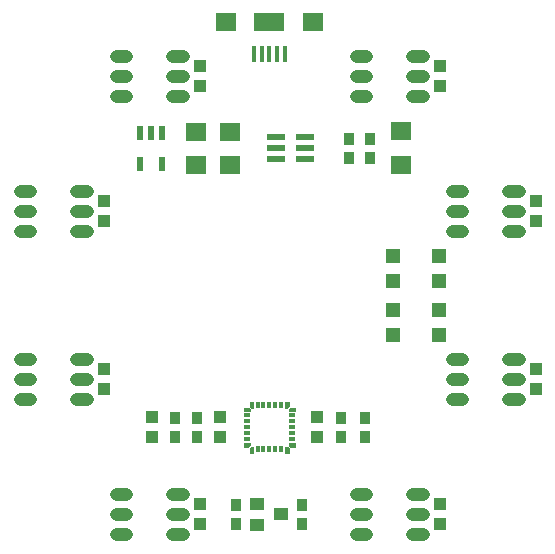
<source format=gtp>
G75*
%MOIN*%
%OFA0B0*%
%FSLAX25Y25*%
%IPPOS*%
%LPD*%
%AMOC8*
5,1,8,0,0,1.08239X$1,22.5*
%
%ADD10R,0.01575X0.05512*%
%ADD11R,0.07087X0.05906*%
%ADD12R,0.09843X0.05906*%
%ADD13R,0.05906X0.02756*%
%ADD14C,0.04331*%
%ADD15R,0.07098X0.06299*%
%ADD16R,0.06400X0.02400*%
%ADD17R,0.07087X0.06299*%
%ADD18R,0.03937X0.04331*%
%ADD19R,0.03543X0.04134*%
%ADD20R,0.05118X0.04528*%
%ADD21R,0.02165X0.04724*%
%ADD22R,0.02165X0.01181*%
%ADD23R,0.01181X0.02165*%
%ADD24C,0.00000*%
%ADD25C,0.00001*%
%ADD26R,0.04500X0.04000*%
D10*
X0098182Y0183670D03*
X0100741Y0183670D03*
X0103300Y0183670D03*
X0105859Y0183670D03*
X0108418Y0183670D03*
D11*
X0117788Y0194300D03*
X0117804Y0194300D03*
X0088812Y0194300D03*
X0088796Y0194300D03*
D12*
X0103300Y0194300D03*
D13*
X0103300Y0194300D03*
D14*
X0055623Y0023607D02*
X0052079Y0023607D01*
X0052079Y0023607D01*
X0055623Y0023607D01*
X0055623Y0023607D01*
X0055623Y0030300D02*
X0052079Y0030300D01*
X0052079Y0030300D01*
X0055623Y0030300D01*
X0055623Y0030300D01*
X0055623Y0036993D02*
X0052079Y0036993D01*
X0052079Y0036993D01*
X0055623Y0036993D01*
X0055623Y0036993D01*
X0070977Y0036993D02*
X0074521Y0036993D01*
X0070977Y0036993D02*
X0070977Y0036993D01*
X0074521Y0036993D01*
X0074521Y0036993D01*
X0074521Y0030300D02*
X0070977Y0030300D01*
X0070977Y0030300D01*
X0074521Y0030300D01*
X0074521Y0030300D01*
X0074521Y0023607D02*
X0070977Y0023607D01*
X0070977Y0023607D01*
X0074521Y0023607D01*
X0074521Y0023607D01*
X0042521Y0068607D02*
X0038977Y0068607D01*
X0038977Y0068607D01*
X0042521Y0068607D01*
X0042521Y0068607D01*
X0042521Y0075300D02*
X0038977Y0075300D01*
X0038977Y0075300D01*
X0042521Y0075300D01*
X0042521Y0075300D01*
X0042521Y0081993D02*
X0038977Y0081993D01*
X0038977Y0081993D01*
X0042521Y0081993D01*
X0042521Y0081993D01*
X0023623Y0081993D02*
X0020079Y0081993D01*
X0020079Y0081993D01*
X0023623Y0081993D01*
X0023623Y0081993D01*
X0023623Y0075300D02*
X0020079Y0075300D01*
X0020079Y0075300D01*
X0023623Y0075300D01*
X0023623Y0075300D01*
X0023623Y0068607D02*
X0020079Y0068607D01*
X0020079Y0068607D01*
X0023623Y0068607D01*
X0023623Y0068607D01*
X0023623Y0124607D02*
X0020079Y0124607D01*
X0020079Y0124607D01*
X0023623Y0124607D01*
X0023623Y0124607D01*
X0023623Y0131300D02*
X0020079Y0131300D01*
X0020079Y0131300D01*
X0023623Y0131300D01*
X0023623Y0131300D01*
X0023623Y0137993D02*
X0020079Y0137993D01*
X0020079Y0137993D01*
X0023623Y0137993D01*
X0023623Y0137993D01*
X0038977Y0137993D02*
X0042521Y0137993D01*
X0038977Y0137993D02*
X0038977Y0137993D01*
X0042521Y0137993D01*
X0042521Y0137993D01*
X0042521Y0131300D02*
X0038977Y0131300D01*
X0038977Y0131300D01*
X0042521Y0131300D01*
X0042521Y0131300D01*
X0042521Y0124607D02*
X0038977Y0124607D01*
X0038977Y0124607D01*
X0042521Y0124607D01*
X0042521Y0124607D01*
X0052079Y0169607D02*
X0055623Y0169607D01*
X0052079Y0169607D02*
X0052079Y0169607D01*
X0055623Y0169607D01*
X0055623Y0169607D01*
X0055623Y0176300D02*
X0052079Y0176300D01*
X0052079Y0176300D01*
X0055623Y0176300D01*
X0055623Y0176300D01*
X0055623Y0182993D02*
X0052079Y0182993D01*
X0052079Y0182993D01*
X0055623Y0182993D01*
X0055623Y0182993D01*
X0070977Y0182993D02*
X0074521Y0182993D01*
X0070977Y0182993D02*
X0070977Y0182993D01*
X0074521Y0182993D01*
X0074521Y0182993D01*
X0074521Y0176300D02*
X0070977Y0176300D01*
X0070977Y0176300D01*
X0074521Y0176300D01*
X0074521Y0176300D01*
X0074521Y0169607D02*
X0070977Y0169607D01*
X0070977Y0169607D01*
X0074521Y0169607D01*
X0074521Y0169607D01*
X0132079Y0169607D02*
X0135623Y0169607D01*
X0132079Y0169607D02*
X0132079Y0169607D01*
X0135623Y0169607D01*
X0135623Y0169607D01*
X0135623Y0176300D02*
X0132079Y0176300D01*
X0132079Y0176300D01*
X0135623Y0176300D01*
X0135623Y0176300D01*
X0135623Y0182993D02*
X0132079Y0182993D01*
X0132079Y0182993D01*
X0135623Y0182993D01*
X0135623Y0182993D01*
X0150977Y0182993D02*
X0154521Y0182993D01*
X0150977Y0182993D02*
X0150977Y0182993D01*
X0154521Y0182993D01*
X0154521Y0182993D01*
X0154521Y0176300D02*
X0150977Y0176300D01*
X0150977Y0176300D01*
X0154521Y0176300D01*
X0154521Y0176300D01*
X0154521Y0169607D02*
X0150977Y0169607D01*
X0150977Y0169607D01*
X0154521Y0169607D01*
X0154521Y0169607D01*
X0164079Y0137993D02*
X0167623Y0137993D01*
X0164079Y0137993D02*
X0164079Y0137993D01*
X0167623Y0137993D01*
X0167623Y0137993D01*
X0167623Y0131300D02*
X0164079Y0131300D01*
X0164079Y0131300D01*
X0167623Y0131300D01*
X0167623Y0131300D01*
X0167623Y0124607D02*
X0164079Y0124607D01*
X0164079Y0124607D01*
X0167623Y0124607D01*
X0167623Y0124607D01*
X0182977Y0124607D02*
X0186521Y0124607D01*
X0182977Y0124607D02*
X0182977Y0124607D01*
X0186521Y0124607D01*
X0186521Y0124607D01*
X0186521Y0131300D02*
X0182977Y0131300D01*
X0182977Y0131300D01*
X0186521Y0131300D01*
X0186521Y0131300D01*
X0186521Y0137993D02*
X0182977Y0137993D01*
X0182977Y0137993D01*
X0186521Y0137993D01*
X0186521Y0137993D01*
X0186521Y0081993D02*
X0182977Y0081993D01*
X0182977Y0081993D01*
X0186521Y0081993D01*
X0186521Y0081993D01*
X0186521Y0075300D02*
X0182977Y0075300D01*
X0182977Y0075300D01*
X0186521Y0075300D01*
X0186521Y0075300D01*
X0186521Y0068607D02*
X0182977Y0068607D01*
X0182977Y0068607D01*
X0186521Y0068607D01*
X0186521Y0068607D01*
X0167623Y0068607D02*
X0164079Y0068607D01*
X0164079Y0068607D01*
X0167623Y0068607D01*
X0167623Y0068607D01*
X0167623Y0075300D02*
X0164079Y0075300D01*
X0164079Y0075300D01*
X0167623Y0075300D01*
X0167623Y0075300D01*
X0167623Y0081993D02*
X0164079Y0081993D01*
X0164079Y0081993D01*
X0167623Y0081993D01*
X0167623Y0081993D01*
X0154521Y0036993D02*
X0150977Y0036993D01*
X0150977Y0036993D01*
X0154521Y0036993D01*
X0154521Y0036993D01*
X0154521Y0030300D02*
X0150977Y0030300D01*
X0150977Y0030300D01*
X0154521Y0030300D01*
X0154521Y0030300D01*
X0154521Y0023607D02*
X0150977Y0023607D01*
X0150977Y0023607D01*
X0154521Y0023607D01*
X0154521Y0023607D01*
X0135623Y0023607D02*
X0132079Y0023607D01*
X0132079Y0023607D01*
X0135623Y0023607D01*
X0135623Y0023607D01*
X0135623Y0030300D02*
X0132079Y0030300D01*
X0132079Y0030300D01*
X0135623Y0030300D01*
X0135623Y0030300D01*
X0135623Y0036993D02*
X0132079Y0036993D01*
X0132079Y0036993D01*
X0135623Y0036993D01*
X0135623Y0036993D01*
D15*
X0147300Y0146702D03*
X0147300Y0157898D03*
D16*
X0115200Y0156040D03*
X0115200Y0152300D03*
X0115200Y0148560D03*
X0105400Y0148560D03*
X0105400Y0152300D03*
X0105400Y0156040D03*
D17*
X0090300Y0157812D03*
X0090300Y0146788D03*
X0078800Y0146788D03*
X0078800Y0157812D03*
D18*
X0080300Y0172954D03*
X0080300Y0179646D03*
X0048300Y0134646D03*
X0048300Y0127954D03*
X0048300Y0078646D03*
X0048300Y0071954D03*
X0064300Y0062646D03*
X0064300Y0055954D03*
X0086800Y0055954D03*
X0086800Y0062646D03*
X0080300Y0033646D03*
X0080300Y0026954D03*
X0119300Y0055954D03*
X0119300Y0062646D03*
X0160300Y0033646D03*
X0160300Y0026954D03*
X0192300Y0071954D03*
X0192300Y0078646D03*
X0192300Y0127954D03*
X0192300Y0134646D03*
X0160300Y0172954D03*
X0160300Y0179646D03*
D19*
X0136800Y0155450D03*
X0136800Y0149150D03*
X0129800Y0149150D03*
X0129800Y0155450D03*
X0127300Y0062450D03*
X0127300Y0056150D03*
X0135300Y0056150D03*
X0135300Y0062450D03*
X0114300Y0033450D03*
X0114300Y0027150D03*
X0092300Y0027150D03*
X0092300Y0033450D03*
X0079300Y0056150D03*
X0079300Y0062450D03*
X0071800Y0062450D03*
X0071800Y0056150D03*
D20*
X0144623Y0090068D03*
X0144623Y0098532D03*
X0144623Y0108068D03*
X0144623Y0116532D03*
X0159977Y0116532D03*
X0159977Y0108068D03*
X0159977Y0098532D03*
X0159977Y0090068D03*
D21*
X0067540Y0147181D03*
X0060060Y0147181D03*
X0060060Y0157419D03*
X0063800Y0157419D03*
X0067540Y0157419D03*
D22*
X0095918Y0063237D03*
X0095918Y0061269D03*
X0095918Y0059300D03*
X0095918Y0057331D03*
X0095918Y0055363D03*
X0110682Y0055363D03*
X0110682Y0057331D03*
X0110682Y0059300D03*
X0110682Y0061269D03*
X0110682Y0063237D03*
D23*
X0107237Y0066682D03*
X0105269Y0066682D03*
X0103300Y0066682D03*
X0101331Y0066682D03*
X0099363Y0066682D03*
X0099363Y0051918D03*
X0101331Y0051918D03*
X0103300Y0051918D03*
X0105269Y0051918D03*
X0107237Y0051918D03*
D24*
X0108615Y0052804D02*
X0108615Y0050835D01*
X0109796Y0050835D01*
X0109796Y0052213D01*
X0109206Y0052804D01*
X0108615Y0052804D01*
X0109796Y0053394D02*
X0109796Y0053985D01*
X0111765Y0053985D01*
X0111765Y0052804D01*
X0110387Y0052804D01*
X0109796Y0053394D01*
X0109796Y0064615D02*
X0111765Y0064615D01*
X0111765Y0065796D01*
X0110387Y0065796D01*
X0109796Y0065206D01*
X0109796Y0064615D01*
X0109206Y0065796D02*
X0109796Y0066387D01*
X0109796Y0067765D01*
X0108615Y0067765D01*
X0108615Y0065796D01*
X0109206Y0065796D01*
X0097985Y0065796D02*
X0097394Y0065796D01*
X0096804Y0066387D01*
X0096804Y0067765D01*
X0097985Y0067765D01*
X0097985Y0065796D01*
X0096804Y0065206D02*
X0096804Y0064615D01*
X0094835Y0064615D01*
X0094835Y0065796D01*
X0096213Y0065796D01*
X0096804Y0065206D01*
X0096804Y0053985D02*
X0094835Y0053985D01*
X0094835Y0052804D01*
X0096213Y0052804D01*
X0096804Y0053394D01*
X0096804Y0053985D01*
X0097394Y0052804D02*
X0096804Y0052213D01*
X0096804Y0050835D01*
X0097985Y0050835D01*
X0097985Y0052804D01*
X0097394Y0052804D01*
D25*
X0097394Y0052803D02*
X0097985Y0052803D01*
X0097985Y0052802D02*
X0097393Y0052802D01*
X0097392Y0052801D02*
X0097985Y0052801D01*
X0097985Y0052800D02*
X0097391Y0052800D01*
X0097390Y0052799D02*
X0097985Y0052799D01*
X0097985Y0052798D02*
X0097389Y0052798D01*
X0097388Y0052797D02*
X0097985Y0052797D01*
X0097985Y0052796D02*
X0097387Y0052796D01*
X0097386Y0052795D02*
X0097985Y0052795D01*
X0097985Y0052794D02*
X0097385Y0052794D01*
X0097384Y0052793D02*
X0097985Y0052793D01*
X0097985Y0052792D02*
X0097383Y0052792D01*
X0097382Y0052791D02*
X0097985Y0052791D01*
X0097985Y0052790D02*
X0097381Y0052790D01*
X0097380Y0052789D02*
X0097985Y0052789D01*
X0097985Y0052788D02*
X0097379Y0052788D01*
X0097378Y0052787D02*
X0097985Y0052787D01*
X0097985Y0052786D02*
X0097377Y0052786D01*
X0097376Y0052785D02*
X0097985Y0052785D01*
X0097985Y0052784D02*
X0097375Y0052784D01*
X0097374Y0052783D02*
X0097985Y0052783D01*
X0097985Y0052782D02*
X0097373Y0052782D01*
X0097372Y0052781D02*
X0097985Y0052781D01*
X0097985Y0052780D02*
X0097371Y0052780D01*
X0097370Y0052779D02*
X0097985Y0052779D01*
X0097985Y0052778D02*
X0097369Y0052778D01*
X0097368Y0052777D02*
X0097985Y0052777D01*
X0097985Y0052776D02*
X0097367Y0052776D01*
X0097366Y0052775D02*
X0097985Y0052775D01*
X0097985Y0052774D02*
X0097365Y0052774D01*
X0097364Y0052773D02*
X0097985Y0052773D01*
X0097985Y0052772D02*
X0097363Y0052772D01*
X0097362Y0052771D02*
X0097985Y0052771D01*
X0097985Y0052770D02*
X0097361Y0052770D01*
X0097360Y0052769D02*
X0097985Y0052769D01*
X0097359Y0052769D01*
X0097358Y0052768D02*
X0097985Y0052768D01*
X0097985Y0052767D02*
X0097357Y0052767D01*
X0097356Y0052766D02*
X0097985Y0052766D01*
X0097985Y0052765D02*
X0097355Y0052765D01*
X0097354Y0052764D02*
X0097985Y0052764D01*
X0097985Y0052763D02*
X0097353Y0052763D01*
X0097352Y0052762D02*
X0097985Y0052762D01*
X0097985Y0052761D02*
X0097351Y0052761D01*
X0097350Y0052760D02*
X0097985Y0052760D01*
X0097985Y0052759D02*
X0097349Y0052759D01*
X0097348Y0052758D02*
X0097985Y0052758D01*
X0097985Y0052757D02*
X0097347Y0052757D01*
X0097346Y0052756D02*
X0097985Y0052756D01*
X0097985Y0052755D02*
X0097345Y0052755D01*
X0097344Y0052754D02*
X0097985Y0052754D01*
X0097985Y0052753D02*
X0097343Y0052753D01*
X0097342Y0052752D02*
X0097985Y0052752D01*
X0097985Y0052751D02*
X0097341Y0052751D01*
X0097340Y0052750D02*
X0097985Y0052750D01*
X0097985Y0052749D02*
X0097339Y0052749D01*
X0097338Y0052748D02*
X0097985Y0052748D01*
X0097985Y0052747D02*
X0097337Y0052747D01*
X0097336Y0052746D02*
X0097985Y0052746D01*
X0097985Y0052745D02*
X0097335Y0052745D01*
X0097334Y0052744D02*
X0097985Y0052744D01*
X0097985Y0052743D02*
X0097333Y0052743D01*
X0097332Y0052742D02*
X0097985Y0052742D01*
X0097985Y0052741D02*
X0097331Y0052741D01*
X0097331Y0052740D02*
X0097985Y0052740D01*
X0097985Y0052739D02*
X0097330Y0052739D01*
X0097329Y0052738D02*
X0097985Y0052738D01*
X0097985Y0052737D02*
X0097328Y0052737D01*
X0097327Y0052736D02*
X0097985Y0052736D01*
X0097985Y0052735D02*
X0097326Y0052735D01*
X0097325Y0052734D02*
X0097985Y0052734D01*
X0097985Y0052733D02*
X0097324Y0052733D01*
X0097323Y0052732D02*
X0097985Y0052732D01*
X0097985Y0052731D02*
X0097322Y0052731D01*
X0097321Y0052730D02*
X0097985Y0052730D01*
X0097985Y0052729D02*
X0097320Y0052729D01*
X0097319Y0052728D02*
X0097985Y0052728D01*
X0097985Y0052727D02*
X0097318Y0052727D01*
X0097317Y0052726D02*
X0097985Y0052726D01*
X0097985Y0052725D02*
X0097316Y0052725D01*
X0097315Y0052724D02*
X0097985Y0052724D01*
X0097985Y0052723D02*
X0097314Y0052723D01*
X0097313Y0052722D02*
X0097985Y0052722D01*
X0097985Y0052721D02*
X0097312Y0052721D01*
X0097311Y0052720D02*
X0097985Y0052720D01*
X0097985Y0052719D02*
X0097310Y0052719D01*
X0097309Y0052718D02*
X0097985Y0052718D01*
X0097985Y0052717D02*
X0097308Y0052717D01*
X0097307Y0052716D02*
X0097985Y0052716D01*
X0097985Y0052715D02*
X0097306Y0052715D01*
X0097305Y0052714D02*
X0097985Y0052714D01*
X0097985Y0052713D02*
X0097304Y0052713D01*
X0097303Y0052712D02*
X0097985Y0052712D01*
X0097985Y0052711D02*
X0097302Y0052711D01*
X0097301Y0052710D02*
X0097985Y0052710D01*
X0097985Y0052709D02*
X0097300Y0052709D01*
X0097299Y0052708D02*
X0097985Y0052708D01*
X0097985Y0052707D02*
X0097298Y0052707D01*
X0097297Y0052706D02*
X0097985Y0052706D01*
X0097296Y0052706D01*
X0097295Y0052705D02*
X0097985Y0052705D01*
X0097985Y0052704D02*
X0097294Y0052704D01*
X0097293Y0052703D02*
X0097985Y0052703D01*
X0097985Y0052702D02*
X0097292Y0052702D01*
X0097291Y0052701D02*
X0097985Y0052701D01*
X0097985Y0052700D02*
X0097290Y0052700D01*
X0097289Y0052699D02*
X0097985Y0052699D01*
X0097985Y0052698D02*
X0097288Y0052698D01*
X0097287Y0052697D02*
X0097985Y0052697D01*
X0097985Y0052696D02*
X0097286Y0052696D01*
X0097285Y0052695D02*
X0097985Y0052695D01*
X0097985Y0052694D02*
X0097284Y0052694D01*
X0097283Y0052693D02*
X0097985Y0052693D01*
X0097985Y0052692D02*
X0097282Y0052692D01*
X0097281Y0052691D02*
X0097985Y0052691D01*
X0097985Y0052690D02*
X0097280Y0052690D01*
X0097279Y0052689D02*
X0097985Y0052689D01*
X0097985Y0052688D02*
X0097278Y0052688D01*
X0097277Y0052687D02*
X0097985Y0052687D01*
X0097985Y0052686D02*
X0097276Y0052686D01*
X0097275Y0052685D02*
X0097985Y0052685D01*
X0097985Y0052684D02*
X0097274Y0052684D01*
X0097273Y0052683D02*
X0097985Y0052683D01*
X0097985Y0052682D02*
X0097272Y0052682D01*
X0097271Y0052681D02*
X0097985Y0052681D01*
X0097985Y0052680D02*
X0097270Y0052680D01*
X0097269Y0052679D02*
X0097985Y0052679D01*
X0097985Y0052678D02*
X0097269Y0052678D01*
X0097268Y0052677D02*
X0097985Y0052677D01*
X0097985Y0052676D02*
X0097267Y0052676D01*
X0097266Y0052675D02*
X0097985Y0052675D01*
X0097985Y0052674D02*
X0097265Y0052674D01*
X0097264Y0052673D02*
X0097985Y0052673D01*
X0097985Y0052672D02*
X0097263Y0052672D01*
X0097262Y0052671D02*
X0097985Y0052671D01*
X0097985Y0052670D02*
X0097261Y0052670D01*
X0097260Y0052669D02*
X0097985Y0052669D01*
X0097985Y0052668D02*
X0097259Y0052668D01*
X0097258Y0052667D02*
X0097985Y0052667D01*
X0097985Y0052666D02*
X0097257Y0052666D01*
X0097256Y0052665D02*
X0097985Y0052665D01*
X0097985Y0052664D02*
X0097255Y0052664D01*
X0097254Y0052663D02*
X0097985Y0052663D01*
X0097985Y0052662D02*
X0097253Y0052662D01*
X0097252Y0052661D02*
X0097985Y0052661D01*
X0097985Y0052660D02*
X0097251Y0052660D01*
X0097250Y0052659D02*
X0097985Y0052659D01*
X0097985Y0052658D02*
X0097249Y0052658D01*
X0097248Y0052657D02*
X0097985Y0052657D01*
X0097985Y0052656D02*
X0097247Y0052656D01*
X0097246Y0052655D02*
X0097985Y0052655D01*
X0097985Y0052654D02*
X0097245Y0052654D01*
X0097244Y0052653D02*
X0097985Y0052653D01*
X0097985Y0052652D02*
X0097243Y0052652D01*
X0097242Y0052651D02*
X0097985Y0052651D01*
X0097985Y0052650D02*
X0097241Y0052650D01*
X0097240Y0052649D02*
X0097985Y0052649D01*
X0097985Y0052648D02*
X0097239Y0052648D01*
X0097238Y0052647D02*
X0097985Y0052647D01*
X0097985Y0052646D02*
X0097237Y0052646D01*
X0097236Y0052645D02*
X0097985Y0052645D01*
X0097985Y0052644D02*
X0097235Y0052644D01*
X0097234Y0052644D02*
X0097985Y0052644D01*
X0097985Y0052643D02*
X0097233Y0052643D01*
X0097232Y0052642D02*
X0097985Y0052642D01*
X0097985Y0052641D02*
X0097231Y0052641D01*
X0097230Y0052640D02*
X0097985Y0052640D01*
X0097985Y0052639D02*
X0097229Y0052639D01*
X0097228Y0052638D02*
X0097985Y0052638D01*
X0097985Y0052637D02*
X0097227Y0052637D01*
X0097226Y0052636D02*
X0097985Y0052636D01*
X0097985Y0052635D02*
X0097225Y0052635D01*
X0097224Y0052634D02*
X0097985Y0052634D01*
X0097985Y0052633D02*
X0097223Y0052633D01*
X0097222Y0052632D02*
X0097985Y0052632D01*
X0097985Y0052631D02*
X0097221Y0052631D01*
X0097220Y0052630D02*
X0097985Y0052630D01*
X0097985Y0052629D02*
X0097219Y0052629D01*
X0097218Y0052628D02*
X0097985Y0052628D01*
X0097985Y0052627D02*
X0097217Y0052627D01*
X0097216Y0052626D02*
X0097985Y0052626D01*
X0097985Y0052625D02*
X0097215Y0052625D01*
X0097214Y0052624D02*
X0097985Y0052624D01*
X0097985Y0052623D02*
X0097213Y0052623D01*
X0097212Y0052622D02*
X0097985Y0052622D01*
X0097985Y0052621D02*
X0097211Y0052621D01*
X0097210Y0052620D02*
X0097985Y0052620D01*
X0097985Y0052619D02*
X0097209Y0052619D01*
X0097208Y0052618D02*
X0097985Y0052618D01*
X0097985Y0052617D02*
X0097207Y0052617D01*
X0097206Y0052616D02*
X0097985Y0052616D01*
X0097985Y0052615D02*
X0097206Y0052615D01*
X0097205Y0052614D02*
X0097985Y0052614D01*
X0097985Y0052613D02*
X0097204Y0052613D01*
X0097203Y0052612D02*
X0097985Y0052612D01*
X0097985Y0052611D02*
X0097202Y0052611D01*
X0097201Y0052610D02*
X0097985Y0052610D01*
X0097985Y0052609D02*
X0097200Y0052609D01*
X0097199Y0052608D02*
X0097985Y0052608D01*
X0097985Y0052607D02*
X0097198Y0052607D01*
X0097197Y0052606D02*
X0097985Y0052606D01*
X0097985Y0052605D02*
X0097196Y0052605D01*
X0097195Y0052604D02*
X0097985Y0052604D01*
X0097985Y0052603D02*
X0097194Y0052603D01*
X0097193Y0052602D02*
X0097985Y0052602D01*
X0097985Y0052601D02*
X0097192Y0052601D01*
X0097191Y0052600D02*
X0097985Y0052600D01*
X0097985Y0052599D02*
X0097190Y0052599D01*
X0097189Y0052598D02*
X0097985Y0052598D01*
X0097985Y0052597D02*
X0097188Y0052597D01*
X0097187Y0052596D02*
X0097985Y0052596D01*
X0097985Y0052595D02*
X0097186Y0052595D01*
X0097185Y0052594D02*
X0097985Y0052594D01*
X0097985Y0052593D02*
X0097184Y0052593D01*
X0097183Y0052592D02*
X0097985Y0052592D01*
X0097985Y0052591D02*
X0097182Y0052591D01*
X0097181Y0052590D02*
X0097985Y0052590D01*
X0097985Y0052589D02*
X0097180Y0052589D01*
X0097179Y0052588D02*
X0097985Y0052588D01*
X0097985Y0052587D02*
X0097178Y0052587D01*
X0097177Y0052586D02*
X0097985Y0052586D01*
X0097985Y0052585D02*
X0097176Y0052585D01*
X0097175Y0052584D02*
X0097985Y0052584D01*
X0097985Y0052583D02*
X0097174Y0052583D01*
X0097173Y0052582D02*
X0097985Y0052582D01*
X0097985Y0052581D02*
X0097172Y0052581D01*
X0097171Y0052581D02*
X0097985Y0052581D01*
X0097985Y0052580D02*
X0097170Y0052580D01*
X0097169Y0052579D02*
X0097985Y0052579D01*
X0097985Y0052578D02*
X0097168Y0052578D01*
X0097167Y0052577D02*
X0097985Y0052577D01*
X0097985Y0052576D02*
X0097166Y0052576D01*
X0097165Y0052575D02*
X0097985Y0052575D01*
X0097985Y0052574D02*
X0097164Y0052574D01*
X0097163Y0052573D02*
X0097985Y0052573D01*
X0097985Y0052572D02*
X0097162Y0052572D01*
X0097161Y0052571D02*
X0097985Y0052571D01*
X0097985Y0052570D02*
X0097160Y0052570D01*
X0097159Y0052569D02*
X0097985Y0052569D01*
X0097985Y0052568D02*
X0097158Y0052568D01*
X0097157Y0052567D02*
X0097985Y0052567D01*
X0097985Y0052566D02*
X0097156Y0052566D01*
X0097155Y0052565D02*
X0097985Y0052565D01*
X0097985Y0052564D02*
X0097154Y0052564D01*
X0097153Y0052563D02*
X0097985Y0052563D01*
X0097985Y0052562D02*
X0097152Y0052562D01*
X0097151Y0052561D02*
X0097985Y0052561D01*
X0097985Y0052560D02*
X0097150Y0052560D01*
X0097149Y0052559D02*
X0097985Y0052559D01*
X0097985Y0052558D02*
X0097148Y0052558D01*
X0097147Y0052557D02*
X0097985Y0052557D01*
X0097985Y0052556D02*
X0097146Y0052556D01*
X0097145Y0052555D02*
X0097985Y0052555D01*
X0097985Y0052554D02*
X0097144Y0052554D01*
X0097144Y0052553D02*
X0097985Y0052553D01*
X0097985Y0052552D02*
X0097143Y0052552D01*
X0097142Y0052551D02*
X0097985Y0052551D01*
X0097985Y0052550D02*
X0097141Y0052550D01*
X0097140Y0052549D02*
X0097985Y0052549D01*
X0097985Y0052548D02*
X0097139Y0052548D01*
X0097138Y0052547D02*
X0097985Y0052547D01*
X0097985Y0052546D02*
X0097137Y0052546D01*
X0097136Y0052545D02*
X0097985Y0052545D01*
X0097985Y0052544D02*
X0097135Y0052544D01*
X0097134Y0052543D02*
X0097985Y0052543D01*
X0097985Y0052542D02*
X0097133Y0052542D01*
X0097132Y0052541D02*
X0097985Y0052541D01*
X0097985Y0052540D02*
X0097131Y0052540D01*
X0097130Y0052539D02*
X0097985Y0052539D01*
X0097985Y0052538D02*
X0097129Y0052538D01*
X0097128Y0052537D02*
X0097985Y0052537D01*
X0097985Y0052536D02*
X0097127Y0052536D01*
X0097126Y0052535D02*
X0097985Y0052535D01*
X0097985Y0052534D02*
X0097125Y0052534D01*
X0097124Y0052533D02*
X0097985Y0052533D01*
X0097985Y0052532D02*
X0097123Y0052532D01*
X0097122Y0052531D02*
X0097985Y0052531D01*
X0097985Y0052530D02*
X0097121Y0052530D01*
X0097120Y0052529D02*
X0097985Y0052529D01*
X0097985Y0052528D02*
X0097119Y0052528D01*
X0097118Y0052527D02*
X0097985Y0052527D01*
X0097985Y0052526D02*
X0097117Y0052526D01*
X0097116Y0052525D02*
X0097985Y0052525D01*
X0097985Y0052524D02*
X0097115Y0052524D01*
X0097114Y0052523D02*
X0097985Y0052523D01*
X0097985Y0052522D02*
X0097113Y0052522D01*
X0097112Y0052521D02*
X0097985Y0052521D01*
X0097985Y0052520D02*
X0097111Y0052520D01*
X0097110Y0052519D02*
X0097985Y0052519D01*
X0097109Y0052519D01*
X0097108Y0052518D02*
X0097985Y0052518D01*
X0097985Y0052517D02*
X0097107Y0052517D01*
X0097106Y0052516D02*
X0097985Y0052516D01*
X0097985Y0052515D02*
X0097105Y0052515D01*
X0097104Y0052514D02*
X0097985Y0052514D01*
X0097985Y0052513D02*
X0097103Y0052513D01*
X0097102Y0052512D02*
X0097985Y0052512D01*
X0097985Y0052511D02*
X0097101Y0052511D01*
X0097100Y0052510D02*
X0097985Y0052510D01*
X0097985Y0052509D02*
X0097099Y0052509D01*
X0097098Y0052508D02*
X0097985Y0052508D01*
X0097985Y0052507D02*
X0097097Y0052507D01*
X0097096Y0052506D02*
X0097985Y0052506D01*
X0097985Y0052505D02*
X0097095Y0052505D01*
X0097094Y0052504D02*
X0097985Y0052504D01*
X0097985Y0052503D02*
X0097093Y0052503D01*
X0097092Y0052502D02*
X0097985Y0052502D01*
X0097985Y0052501D02*
X0097091Y0052501D01*
X0097090Y0052500D02*
X0097985Y0052500D01*
X0097985Y0052499D02*
X0097089Y0052499D01*
X0097088Y0052498D02*
X0097985Y0052498D01*
X0097985Y0052497D02*
X0097087Y0052497D01*
X0097086Y0052496D02*
X0097985Y0052496D01*
X0097985Y0052495D02*
X0097085Y0052495D01*
X0097084Y0052494D02*
X0097985Y0052494D01*
X0097985Y0052493D02*
X0097083Y0052493D01*
X0097082Y0052492D02*
X0097985Y0052492D01*
X0097985Y0052491D02*
X0097081Y0052491D01*
X0097081Y0052490D02*
X0097985Y0052490D01*
X0097985Y0052489D02*
X0097080Y0052489D01*
X0097079Y0052488D02*
X0097985Y0052488D01*
X0097985Y0052487D02*
X0097078Y0052487D01*
X0097077Y0052486D02*
X0097985Y0052486D01*
X0097985Y0052485D02*
X0097076Y0052485D01*
X0097075Y0052484D02*
X0097985Y0052484D01*
X0097985Y0052483D02*
X0097074Y0052483D01*
X0097073Y0052482D02*
X0097985Y0052482D01*
X0097985Y0052481D02*
X0097072Y0052481D01*
X0097071Y0052480D02*
X0097985Y0052480D01*
X0097985Y0052479D02*
X0097070Y0052479D01*
X0097069Y0052478D02*
X0097985Y0052478D01*
X0097985Y0052477D02*
X0097068Y0052477D01*
X0097067Y0052476D02*
X0097985Y0052476D01*
X0097985Y0052475D02*
X0097066Y0052475D01*
X0097065Y0052474D02*
X0097985Y0052474D01*
X0097985Y0052473D02*
X0097064Y0052473D01*
X0097063Y0052472D02*
X0097985Y0052472D01*
X0097985Y0052471D02*
X0097062Y0052471D01*
X0097061Y0052470D02*
X0097985Y0052470D01*
X0097985Y0052469D02*
X0097060Y0052469D01*
X0097059Y0052468D02*
X0097985Y0052468D01*
X0097985Y0052467D02*
X0097058Y0052467D01*
X0097057Y0052466D02*
X0097985Y0052466D01*
X0097985Y0052465D02*
X0097056Y0052465D01*
X0097055Y0052464D02*
X0097985Y0052464D01*
X0097985Y0052463D02*
X0097054Y0052463D01*
X0097053Y0052462D02*
X0097985Y0052462D01*
X0097985Y0052461D02*
X0097052Y0052461D01*
X0097051Y0052460D02*
X0097985Y0052460D01*
X0097985Y0052459D02*
X0097050Y0052459D01*
X0097049Y0052458D02*
X0097985Y0052458D01*
X0097985Y0052457D02*
X0097048Y0052457D01*
X0097047Y0052456D02*
X0097985Y0052456D01*
X0097046Y0052456D01*
X0097045Y0052455D02*
X0097985Y0052455D01*
X0097985Y0052454D02*
X0097044Y0052454D01*
X0097043Y0052453D02*
X0097985Y0052453D01*
X0097985Y0052452D02*
X0097042Y0052452D01*
X0097041Y0052451D02*
X0097985Y0052451D01*
X0097985Y0052450D02*
X0097040Y0052450D01*
X0097039Y0052449D02*
X0097985Y0052449D01*
X0097985Y0052448D02*
X0097038Y0052448D01*
X0097037Y0052447D02*
X0097985Y0052447D01*
X0097985Y0052446D02*
X0097036Y0052446D01*
X0097035Y0052445D02*
X0097985Y0052445D01*
X0097985Y0052444D02*
X0097034Y0052444D01*
X0097033Y0052443D02*
X0097985Y0052443D01*
X0097985Y0052442D02*
X0097032Y0052442D01*
X0097031Y0052441D02*
X0097985Y0052441D01*
X0097985Y0052440D02*
X0097030Y0052440D01*
X0097029Y0052439D02*
X0097985Y0052439D01*
X0097985Y0052438D02*
X0097028Y0052438D01*
X0097027Y0052437D02*
X0097985Y0052437D01*
X0097985Y0052436D02*
X0097026Y0052436D01*
X0097025Y0052435D02*
X0097985Y0052435D01*
X0097985Y0052434D02*
X0097024Y0052434D01*
X0097023Y0052433D02*
X0097985Y0052433D01*
X0097985Y0052432D02*
X0097022Y0052432D01*
X0097021Y0052431D02*
X0097985Y0052431D01*
X0097985Y0052430D02*
X0097020Y0052430D01*
X0097019Y0052429D02*
X0097985Y0052429D01*
X0097985Y0052428D02*
X0097019Y0052428D01*
X0097018Y0052427D02*
X0097985Y0052427D01*
X0097985Y0052426D02*
X0097017Y0052426D01*
X0097016Y0052425D02*
X0097985Y0052425D01*
X0097985Y0052424D02*
X0097015Y0052424D01*
X0097014Y0052423D02*
X0097985Y0052423D01*
X0097985Y0052422D02*
X0097013Y0052422D01*
X0097012Y0052421D02*
X0097985Y0052421D01*
X0097985Y0052420D02*
X0097011Y0052420D01*
X0097010Y0052419D02*
X0097985Y0052419D01*
X0097985Y0052418D02*
X0097009Y0052418D01*
X0097008Y0052417D02*
X0097985Y0052417D01*
X0097985Y0052416D02*
X0097007Y0052416D01*
X0097006Y0052415D02*
X0097985Y0052415D01*
X0097985Y0052414D02*
X0097005Y0052414D01*
X0097004Y0052413D02*
X0097985Y0052413D01*
X0097985Y0052412D02*
X0097003Y0052412D01*
X0097002Y0052411D02*
X0097985Y0052411D01*
X0097985Y0052410D02*
X0097001Y0052410D01*
X0097000Y0052409D02*
X0097985Y0052409D01*
X0097985Y0052408D02*
X0096999Y0052408D01*
X0096998Y0052407D02*
X0097985Y0052407D01*
X0097985Y0052406D02*
X0096997Y0052406D01*
X0096996Y0052405D02*
X0097985Y0052405D01*
X0097985Y0052404D02*
X0096995Y0052404D01*
X0096994Y0052403D02*
X0097985Y0052403D01*
X0097985Y0052402D02*
X0096993Y0052402D01*
X0096992Y0052401D02*
X0097985Y0052401D01*
X0097985Y0052400D02*
X0096991Y0052400D01*
X0096990Y0052399D02*
X0097985Y0052399D01*
X0097985Y0052398D02*
X0096989Y0052398D01*
X0096988Y0052397D02*
X0097985Y0052397D01*
X0097985Y0052396D02*
X0096987Y0052396D01*
X0096986Y0052395D02*
X0097985Y0052395D01*
X0097985Y0052394D02*
X0096985Y0052394D01*
X0096984Y0052394D02*
X0097985Y0052394D01*
X0097985Y0052393D02*
X0096983Y0052393D01*
X0096982Y0052392D02*
X0097985Y0052392D01*
X0097985Y0052391D02*
X0096981Y0052391D01*
X0096980Y0052390D02*
X0097985Y0052390D01*
X0097985Y0052389D02*
X0096979Y0052389D01*
X0096978Y0052388D02*
X0097985Y0052388D01*
X0097985Y0052387D02*
X0096977Y0052387D01*
X0096976Y0052386D02*
X0097985Y0052386D01*
X0097985Y0052385D02*
X0096975Y0052385D01*
X0096974Y0052384D02*
X0097985Y0052384D01*
X0097985Y0052383D02*
X0096973Y0052383D01*
X0096972Y0052382D02*
X0097985Y0052382D01*
X0097985Y0052381D02*
X0096971Y0052381D01*
X0096970Y0052380D02*
X0097985Y0052380D01*
X0097985Y0052379D02*
X0096969Y0052379D01*
X0096968Y0052378D02*
X0097985Y0052378D01*
X0097985Y0052377D02*
X0096967Y0052377D01*
X0096966Y0052376D02*
X0097985Y0052376D01*
X0097985Y0052375D02*
X0096965Y0052375D01*
X0096964Y0052374D02*
X0097985Y0052374D01*
X0097985Y0052373D02*
X0096963Y0052373D01*
X0096962Y0052372D02*
X0097985Y0052372D01*
X0097985Y0052371D02*
X0096961Y0052371D01*
X0096960Y0052370D02*
X0097985Y0052370D01*
X0097985Y0052369D02*
X0096959Y0052369D01*
X0096958Y0052368D02*
X0097985Y0052368D01*
X0097985Y0052367D02*
X0096957Y0052367D01*
X0096956Y0052366D02*
X0097985Y0052366D01*
X0097985Y0052365D02*
X0096956Y0052365D01*
X0096955Y0052364D02*
X0097985Y0052364D01*
X0097985Y0052363D02*
X0096954Y0052363D01*
X0096953Y0052362D02*
X0097985Y0052362D01*
X0097985Y0052361D02*
X0096952Y0052361D01*
X0096951Y0052360D02*
X0097985Y0052360D01*
X0097985Y0052359D02*
X0096950Y0052359D01*
X0096949Y0052358D02*
X0097985Y0052358D01*
X0097985Y0052357D02*
X0096948Y0052357D01*
X0096947Y0052356D02*
X0097985Y0052356D01*
X0097985Y0052355D02*
X0096946Y0052355D01*
X0096945Y0052354D02*
X0097985Y0052354D01*
X0097985Y0052353D02*
X0096944Y0052353D01*
X0096943Y0052352D02*
X0097985Y0052352D01*
X0097985Y0052351D02*
X0096942Y0052351D01*
X0096941Y0052350D02*
X0097985Y0052350D01*
X0097985Y0052349D02*
X0096940Y0052349D01*
X0096939Y0052348D02*
X0097985Y0052348D01*
X0097985Y0052347D02*
X0096938Y0052347D01*
X0096937Y0052346D02*
X0097985Y0052346D01*
X0097985Y0052345D02*
X0096936Y0052345D01*
X0096935Y0052344D02*
X0097985Y0052344D01*
X0097985Y0052343D02*
X0096934Y0052343D01*
X0096933Y0052342D02*
X0097985Y0052342D01*
X0097985Y0052341D02*
X0096932Y0052341D01*
X0096931Y0052340D02*
X0097985Y0052340D01*
X0097985Y0052339D02*
X0096930Y0052339D01*
X0096929Y0052338D02*
X0097985Y0052338D01*
X0097985Y0052337D02*
X0096928Y0052337D01*
X0096927Y0052336D02*
X0097985Y0052336D01*
X0097985Y0052335D02*
X0096926Y0052335D01*
X0096925Y0052334D02*
X0097985Y0052334D01*
X0097985Y0052333D02*
X0096924Y0052333D01*
X0096923Y0052332D02*
X0097985Y0052332D01*
X0097985Y0052331D02*
X0096922Y0052331D01*
X0096921Y0052331D02*
X0097985Y0052331D01*
X0097985Y0052330D02*
X0096920Y0052330D01*
X0096919Y0052329D02*
X0097985Y0052329D01*
X0097985Y0052328D02*
X0096918Y0052328D01*
X0096917Y0052327D02*
X0097985Y0052327D01*
X0097985Y0052326D02*
X0096916Y0052326D01*
X0096915Y0052325D02*
X0097985Y0052325D01*
X0097985Y0052324D02*
X0096914Y0052324D01*
X0096913Y0052323D02*
X0097985Y0052323D01*
X0097985Y0052322D02*
X0096912Y0052322D01*
X0096911Y0052321D02*
X0097985Y0052321D01*
X0097985Y0052320D02*
X0096910Y0052320D01*
X0096909Y0052319D02*
X0097985Y0052319D01*
X0097985Y0052318D02*
X0096908Y0052318D01*
X0096907Y0052317D02*
X0097985Y0052317D01*
X0097985Y0052316D02*
X0096906Y0052316D01*
X0096905Y0052315D02*
X0097985Y0052315D01*
X0097985Y0052314D02*
X0096904Y0052314D01*
X0096903Y0052313D02*
X0097985Y0052313D01*
X0097985Y0052312D02*
X0096902Y0052312D01*
X0096901Y0052311D02*
X0097985Y0052311D01*
X0097985Y0052310D02*
X0096900Y0052310D01*
X0096899Y0052309D02*
X0097985Y0052309D01*
X0097985Y0052308D02*
X0096898Y0052308D01*
X0096897Y0052307D02*
X0097985Y0052307D01*
X0097985Y0052306D02*
X0096896Y0052306D01*
X0096895Y0052305D02*
X0097985Y0052305D01*
X0097985Y0052304D02*
X0096894Y0052304D01*
X0096894Y0052303D02*
X0097985Y0052303D01*
X0097985Y0052302D02*
X0096893Y0052302D01*
X0096892Y0052301D02*
X0097985Y0052301D01*
X0097985Y0052300D02*
X0096891Y0052300D01*
X0096890Y0052299D02*
X0097985Y0052299D01*
X0097985Y0052298D02*
X0096889Y0052298D01*
X0096888Y0052297D02*
X0097985Y0052297D01*
X0097985Y0052296D02*
X0096887Y0052296D01*
X0096886Y0052295D02*
X0097985Y0052295D01*
X0097985Y0052294D02*
X0096885Y0052294D01*
X0096884Y0052293D02*
X0097985Y0052293D01*
X0097985Y0052292D02*
X0096883Y0052292D01*
X0096882Y0052291D02*
X0097985Y0052291D01*
X0097985Y0052290D02*
X0096881Y0052290D01*
X0096880Y0052289D02*
X0097985Y0052289D01*
X0097985Y0052288D02*
X0096879Y0052288D01*
X0096878Y0052287D02*
X0097985Y0052287D01*
X0097985Y0052286D02*
X0096877Y0052286D01*
X0096876Y0052285D02*
X0097985Y0052285D01*
X0097985Y0052284D02*
X0096875Y0052284D01*
X0096874Y0052283D02*
X0097985Y0052283D01*
X0097985Y0052282D02*
X0096873Y0052282D01*
X0096872Y0052281D02*
X0097985Y0052281D01*
X0097985Y0052280D02*
X0096871Y0052280D01*
X0096870Y0052279D02*
X0097985Y0052279D01*
X0097985Y0052278D02*
X0096869Y0052278D01*
X0096868Y0052277D02*
X0097985Y0052277D01*
X0097985Y0052276D02*
X0096867Y0052276D01*
X0096866Y0052275D02*
X0097985Y0052275D01*
X0097985Y0052274D02*
X0096865Y0052274D01*
X0096864Y0052273D02*
X0097985Y0052273D01*
X0097985Y0052272D02*
X0096863Y0052272D01*
X0096862Y0052271D02*
X0097985Y0052271D01*
X0097985Y0052270D02*
X0096861Y0052270D01*
X0096860Y0052269D02*
X0097985Y0052269D01*
X0096859Y0052269D01*
X0096858Y0052268D02*
X0097985Y0052268D01*
X0097985Y0052267D02*
X0096857Y0052267D01*
X0096856Y0052266D02*
X0097985Y0052266D01*
X0097985Y0052265D02*
X0096855Y0052265D01*
X0096854Y0052264D02*
X0097985Y0052264D01*
X0097985Y0052263D02*
X0096853Y0052263D01*
X0096852Y0052262D02*
X0097985Y0052262D01*
X0097985Y0052261D02*
X0096851Y0052261D01*
X0096850Y0052260D02*
X0097985Y0052260D01*
X0097985Y0052259D02*
X0096849Y0052259D01*
X0096848Y0052258D02*
X0097985Y0052258D01*
X0097985Y0052257D02*
X0096847Y0052257D01*
X0096846Y0052256D02*
X0097985Y0052256D01*
X0097985Y0052255D02*
X0096845Y0052255D01*
X0096844Y0052254D02*
X0097985Y0052254D01*
X0097985Y0052253D02*
X0096843Y0052253D01*
X0096842Y0052252D02*
X0097985Y0052252D01*
X0097985Y0052251D02*
X0096841Y0052251D01*
X0096840Y0052250D02*
X0097985Y0052250D01*
X0097985Y0052249D02*
X0096839Y0052249D01*
X0096838Y0052248D02*
X0097985Y0052248D01*
X0097985Y0052247D02*
X0096837Y0052247D01*
X0096836Y0052246D02*
X0097985Y0052246D01*
X0097985Y0052245D02*
X0096835Y0052245D01*
X0096834Y0052244D02*
X0097985Y0052244D01*
X0097985Y0052243D02*
X0096833Y0052243D01*
X0096832Y0052242D02*
X0097985Y0052242D01*
X0097985Y0052241D02*
X0096831Y0052241D01*
X0096831Y0052240D02*
X0097985Y0052240D01*
X0097985Y0052239D02*
X0096830Y0052239D01*
X0096829Y0052238D02*
X0097985Y0052238D01*
X0097985Y0052237D02*
X0096828Y0052237D01*
X0096827Y0052236D02*
X0097985Y0052236D01*
X0097985Y0052235D02*
X0096826Y0052235D01*
X0096825Y0052234D02*
X0097985Y0052234D01*
X0097985Y0052233D02*
X0096824Y0052233D01*
X0096823Y0052232D02*
X0097985Y0052232D01*
X0097985Y0052231D02*
X0096822Y0052231D01*
X0096821Y0052230D02*
X0097985Y0052230D01*
X0097985Y0052229D02*
X0096820Y0052229D01*
X0096819Y0052228D02*
X0097985Y0052228D01*
X0097985Y0052227D02*
X0096818Y0052227D01*
X0096817Y0052226D02*
X0097985Y0052226D01*
X0097985Y0052225D02*
X0096816Y0052225D01*
X0096815Y0052224D02*
X0097985Y0052224D01*
X0097985Y0052223D02*
X0096814Y0052223D01*
X0096813Y0052222D02*
X0097985Y0052222D01*
X0097985Y0052221D02*
X0096812Y0052221D01*
X0096811Y0052220D02*
X0097985Y0052220D01*
X0097985Y0052219D02*
X0096810Y0052219D01*
X0096809Y0052218D02*
X0097985Y0052218D01*
X0097985Y0052217D02*
X0096808Y0052217D01*
X0096807Y0052216D02*
X0097985Y0052216D01*
X0097985Y0052215D02*
X0096806Y0052215D01*
X0096805Y0052214D02*
X0097985Y0052214D01*
X0097985Y0052213D02*
X0096804Y0052213D01*
X0096804Y0052212D02*
X0097985Y0052212D01*
X0097985Y0052211D02*
X0096804Y0052211D01*
X0096804Y0052210D02*
X0097985Y0052210D01*
X0097985Y0052209D02*
X0096804Y0052209D01*
X0096804Y0052208D02*
X0097985Y0052208D01*
X0097985Y0052207D02*
X0096804Y0052207D01*
X0096804Y0052206D02*
X0097985Y0052206D01*
X0096804Y0052206D01*
X0096804Y0052205D02*
X0097985Y0052205D01*
X0097985Y0052204D02*
X0096804Y0052204D01*
X0096804Y0052203D02*
X0097985Y0052203D01*
X0097985Y0052202D02*
X0096804Y0052202D01*
X0096804Y0052201D02*
X0097985Y0052201D01*
X0097985Y0052200D02*
X0096804Y0052200D01*
X0096804Y0052199D02*
X0097985Y0052199D01*
X0097985Y0052198D02*
X0096804Y0052198D01*
X0096804Y0052197D02*
X0097985Y0052197D01*
X0097985Y0052196D02*
X0096804Y0052196D01*
X0096804Y0052195D02*
X0097985Y0052195D01*
X0097985Y0052194D02*
X0096804Y0052194D01*
X0096804Y0052193D02*
X0097985Y0052193D01*
X0097985Y0052192D02*
X0096804Y0052192D01*
X0096804Y0052191D02*
X0097985Y0052191D01*
X0097985Y0052190D02*
X0096804Y0052190D01*
X0096804Y0052189D02*
X0097985Y0052189D01*
X0097985Y0052188D02*
X0096804Y0052188D01*
X0096804Y0052187D02*
X0097985Y0052187D01*
X0097985Y0052186D02*
X0096804Y0052186D01*
X0096804Y0052185D02*
X0097985Y0052185D01*
X0097985Y0052184D02*
X0096804Y0052184D01*
X0096804Y0052183D02*
X0097985Y0052183D01*
X0097985Y0052182D02*
X0096804Y0052182D01*
X0096804Y0052181D02*
X0097985Y0052181D01*
X0097985Y0052180D02*
X0096804Y0052180D01*
X0096804Y0052179D02*
X0097985Y0052179D01*
X0097985Y0052178D02*
X0096804Y0052178D01*
X0096804Y0052177D02*
X0097985Y0052177D01*
X0097985Y0052176D02*
X0096804Y0052176D01*
X0096804Y0052175D02*
X0097985Y0052175D01*
X0097985Y0052174D02*
X0096804Y0052174D01*
X0096804Y0052173D02*
X0097985Y0052173D01*
X0097985Y0052172D02*
X0096804Y0052172D01*
X0096804Y0052171D02*
X0097985Y0052171D01*
X0097985Y0052170D02*
X0096804Y0052170D01*
X0096804Y0052169D02*
X0097985Y0052169D01*
X0097985Y0052168D02*
X0096804Y0052168D01*
X0096804Y0052167D02*
X0097985Y0052167D01*
X0097985Y0052166D02*
X0096804Y0052166D01*
X0096804Y0052165D02*
X0097985Y0052165D01*
X0097985Y0052164D02*
X0096804Y0052164D01*
X0096804Y0052163D02*
X0097985Y0052163D01*
X0097985Y0052162D02*
X0096804Y0052162D01*
X0096804Y0052161D02*
X0097985Y0052161D01*
X0097985Y0052160D02*
X0096804Y0052160D01*
X0096804Y0052159D02*
X0097985Y0052159D01*
X0097985Y0052158D02*
X0096804Y0052158D01*
X0096804Y0052157D02*
X0097985Y0052157D01*
X0097985Y0052156D02*
X0096804Y0052156D01*
X0096804Y0052155D02*
X0097985Y0052155D01*
X0097985Y0052154D02*
X0096804Y0052154D01*
X0096804Y0052153D02*
X0097985Y0052153D01*
X0097985Y0052152D02*
X0096804Y0052152D01*
X0096804Y0052151D02*
X0097985Y0052151D01*
X0097985Y0052150D02*
X0096804Y0052150D01*
X0096804Y0052149D02*
X0097985Y0052149D01*
X0097985Y0052148D02*
X0096804Y0052148D01*
X0096804Y0052147D02*
X0097985Y0052147D01*
X0097985Y0052146D02*
X0096804Y0052146D01*
X0096804Y0052145D02*
X0097985Y0052145D01*
X0097985Y0052144D02*
X0096804Y0052144D01*
X0097985Y0052144D01*
X0097985Y0052143D02*
X0096804Y0052143D01*
X0096804Y0052142D02*
X0097985Y0052142D01*
X0097985Y0052141D02*
X0096804Y0052141D01*
X0096804Y0052140D02*
X0097985Y0052140D01*
X0097985Y0052139D02*
X0096804Y0052139D01*
X0096804Y0052138D02*
X0097985Y0052138D01*
X0097985Y0052137D02*
X0096804Y0052137D01*
X0096804Y0052136D02*
X0097985Y0052136D01*
X0097985Y0052135D02*
X0096804Y0052135D01*
X0096804Y0052134D02*
X0097985Y0052134D01*
X0097985Y0052133D02*
X0096804Y0052133D01*
X0096804Y0052132D02*
X0097985Y0052132D01*
X0097985Y0052131D02*
X0096804Y0052131D01*
X0096804Y0052130D02*
X0097985Y0052130D01*
X0097985Y0052129D02*
X0096804Y0052129D01*
X0096804Y0052128D02*
X0097985Y0052128D01*
X0097985Y0052127D02*
X0096804Y0052127D01*
X0096804Y0052126D02*
X0097985Y0052126D01*
X0097985Y0052125D02*
X0096804Y0052125D01*
X0096804Y0052124D02*
X0097985Y0052124D01*
X0097985Y0052123D02*
X0096804Y0052123D01*
X0096804Y0052122D02*
X0097985Y0052122D01*
X0097985Y0052121D02*
X0096804Y0052121D01*
X0096804Y0052120D02*
X0097985Y0052120D01*
X0097985Y0052119D02*
X0096804Y0052119D01*
X0096804Y0052118D02*
X0097985Y0052118D01*
X0097985Y0052117D02*
X0096804Y0052117D01*
X0096804Y0052116D02*
X0097985Y0052116D01*
X0097985Y0052115D02*
X0096804Y0052115D01*
X0096804Y0052114D02*
X0097985Y0052114D01*
X0097985Y0052113D02*
X0096804Y0052113D01*
X0096804Y0052112D02*
X0097985Y0052112D01*
X0097985Y0052111D02*
X0096804Y0052111D01*
X0096804Y0052110D02*
X0097985Y0052110D01*
X0097985Y0052109D02*
X0096804Y0052109D01*
X0096804Y0052108D02*
X0097985Y0052108D01*
X0097985Y0052107D02*
X0096804Y0052107D01*
X0096804Y0052106D02*
X0097985Y0052106D01*
X0097985Y0052105D02*
X0096804Y0052105D01*
X0096804Y0052104D02*
X0097985Y0052104D01*
X0097985Y0052103D02*
X0096804Y0052103D01*
X0096804Y0052102D02*
X0097985Y0052102D01*
X0097985Y0052101D02*
X0096804Y0052101D01*
X0096804Y0052100D02*
X0097985Y0052100D01*
X0097985Y0052099D02*
X0096804Y0052099D01*
X0096804Y0052098D02*
X0097985Y0052098D01*
X0097985Y0052097D02*
X0096804Y0052097D01*
X0096804Y0052096D02*
X0097985Y0052096D01*
X0097985Y0052095D02*
X0096804Y0052095D01*
X0096804Y0052094D02*
X0097985Y0052094D01*
X0097985Y0052093D02*
X0096804Y0052093D01*
X0096804Y0052092D02*
X0097985Y0052092D01*
X0097985Y0052091D02*
X0096804Y0052091D01*
X0096804Y0052090D02*
X0097985Y0052090D01*
X0097985Y0052089D02*
X0096804Y0052089D01*
X0096804Y0052088D02*
X0097985Y0052088D01*
X0097985Y0052087D02*
X0096804Y0052087D01*
X0096804Y0052086D02*
X0097985Y0052086D01*
X0097985Y0052085D02*
X0096804Y0052085D01*
X0096804Y0052084D02*
X0097985Y0052084D01*
X0097985Y0052083D02*
X0096804Y0052083D01*
X0096804Y0052082D02*
X0097985Y0052082D01*
X0097985Y0052081D02*
X0096804Y0052081D01*
X0097985Y0052081D01*
X0097985Y0052080D02*
X0096804Y0052080D01*
X0096804Y0052079D02*
X0097985Y0052079D01*
X0097985Y0052078D02*
X0096804Y0052078D01*
X0096804Y0052077D02*
X0097985Y0052077D01*
X0097985Y0052076D02*
X0096804Y0052076D01*
X0096804Y0052075D02*
X0097985Y0052075D01*
X0097985Y0052074D02*
X0096804Y0052074D01*
X0096804Y0052073D02*
X0097985Y0052073D01*
X0097985Y0052072D02*
X0096804Y0052072D01*
X0096804Y0052071D02*
X0097985Y0052071D01*
X0097985Y0052070D02*
X0096804Y0052070D01*
X0096804Y0052069D02*
X0097985Y0052069D01*
X0097985Y0052068D02*
X0096804Y0052068D01*
X0096804Y0052067D02*
X0097985Y0052067D01*
X0097985Y0052066D02*
X0096804Y0052066D01*
X0096804Y0052065D02*
X0097985Y0052065D01*
X0097985Y0052064D02*
X0096804Y0052064D01*
X0096804Y0052063D02*
X0097985Y0052063D01*
X0097985Y0052062D02*
X0096804Y0052062D01*
X0096804Y0052061D02*
X0097985Y0052061D01*
X0097985Y0052060D02*
X0096804Y0052060D01*
X0096804Y0052059D02*
X0097985Y0052059D01*
X0097985Y0052058D02*
X0096804Y0052058D01*
X0096804Y0052057D02*
X0097985Y0052057D01*
X0097985Y0052056D02*
X0096804Y0052056D01*
X0096804Y0052055D02*
X0097985Y0052055D01*
X0097985Y0052054D02*
X0096804Y0052054D01*
X0096804Y0052053D02*
X0097985Y0052053D01*
X0097985Y0052052D02*
X0096804Y0052052D01*
X0096804Y0052051D02*
X0097985Y0052051D01*
X0097985Y0052050D02*
X0096804Y0052050D01*
X0096804Y0052049D02*
X0097985Y0052049D01*
X0097985Y0052048D02*
X0096804Y0052048D01*
X0096804Y0052047D02*
X0097985Y0052047D01*
X0097985Y0052046D02*
X0096804Y0052046D01*
X0096804Y0052045D02*
X0097985Y0052045D01*
X0097985Y0052044D02*
X0096804Y0052044D01*
X0096804Y0052043D02*
X0097985Y0052043D01*
X0097985Y0052042D02*
X0096804Y0052042D01*
X0096804Y0052041D02*
X0097985Y0052041D01*
X0097985Y0052040D02*
X0096804Y0052040D01*
X0096804Y0052039D02*
X0097985Y0052039D01*
X0097985Y0052038D02*
X0096804Y0052038D01*
X0096804Y0052037D02*
X0097985Y0052037D01*
X0097985Y0052036D02*
X0096804Y0052036D01*
X0096804Y0052035D02*
X0097985Y0052035D01*
X0097985Y0052034D02*
X0096804Y0052034D01*
X0096804Y0052033D02*
X0097985Y0052033D01*
X0097985Y0052032D02*
X0096804Y0052032D01*
X0096804Y0052031D02*
X0097985Y0052031D01*
X0097985Y0052030D02*
X0096804Y0052030D01*
X0096804Y0052029D02*
X0097985Y0052029D01*
X0097985Y0052028D02*
X0096804Y0052028D01*
X0096804Y0052027D02*
X0097985Y0052027D01*
X0097985Y0052026D02*
X0096804Y0052026D01*
X0096804Y0052025D02*
X0097985Y0052025D01*
X0097985Y0052024D02*
X0096804Y0052024D01*
X0096804Y0052023D02*
X0097985Y0052023D01*
X0097985Y0052022D02*
X0096804Y0052022D01*
X0096804Y0052021D02*
X0097985Y0052021D01*
X0097985Y0052020D02*
X0096804Y0052020D01*
X0096804Y0052019D02*
X0097985Y0052019D01*
X0096804Y0052019D01*
X0096804Y0052018D02*
X0097985Y0052018D01*
X0097985Y0052017D02*
X0096804Y0052017D01*
X0096804Y0052016D02*
X0097985Y0052016D01*
X0097985Y0052015D02*
X0096804Y0052015D01*
X0096804Y0052014D02*
X0097985Y0052014D01*
X0097985Y0052013D02*
X0096804Y0052013D01*
X0096804Y0052012D02*
X0097985Y0052012D01*
X0097985Y0052011D02*
X0096804Y0052011D01*
X0096804Y0052010D02*
X0097985Y0052010D01*
X0097985Y0052009D02*
X0096804Y0052009D01*
X0096804Y0052008D02*
X0097985Y0052008D01*
X0097985Y0052007D02*
X0096804Y0052007D01*
X0096804Y0052006D02*
X0097985Y0052006D01*
X0097985Y0052005D02*
X0096804Y0052005D01*
X0096804Y0052004D02*
X0097985Y0052004D01*
X0097985Y0052003D02*
X0096804Y0052003D01*
X0096804Y0052002D02*
X0097985Y0052002D01*
X0097985Y0052001D02*
X0096804Y0052001D01*
X0096804Y0052000D02*
X0097985Y0052000D01*
X0097985Y0051999D02*
X0096804Y0051999D01*
X0096804Y0051998D02*
X0097985Y0051998D01*
X0097985Y0051997D02*
X0096804Y0051997D01*
X0096804Y0051996D02*
X0097985Y0051996D01*
X0097985Y0051995D02*
X0096804Y0051995D01*
X0096804Y0051994D02*
X0097985Y0051994D01*
X0097985Y0051993D02*
X0096804Y0051993D01*
X0096804Y0051992D02*
X0097985Y0051992D01*
X0097985Y0051991D02*
X0096804Y0051991D01*
X0096804Y0051990D02*
X0097985Y0051990D01*
X0097985Y0051989D02*
X0096804Y0051989D01*
X0096804Y0051988D02*
X0097985Y0051988D01*
X0097985Y0051987D02*
X0096804Y0051987D01*
X0096804Y0051986D02*
X0097985Y0051986D01*
X0097985Y0051985D02*
X0096804Y0051985D01*
X0096804Y0051984D02*
X0097985Y0051984D01*
X0097985Y0051983D02*
X0096804Y0051983D01*
X0096804Y0051982D02*
X0097985Y0051982D01*
X0097985Y0051981D02*
X0096804Y0051981D01*
X0096804Y0051980D02*
X0097985Y0051980D01*
X0097985Y0051979D02*
X0096804Y0051979D01*
X0096804Y0051978D02*
X0097985Y0051978D01*
X0097985Y0051977D02*
X0096804Y0051977D01*
X0096804Y0051976D02*
X0097985Y0051976D01*
X0097985Y0051975D02*
X0096804Y0051975D01*
X0096804Y0051974D02*
X0097985Y0051974D01*
X0097985Y0051973D02*
X0096804Y0051973D01*
X0096804Y0051972D02*
X0097985Y0051972D01*
X0097985Y0051971D02*
X0096804Y0051971D01*
X0096804Y0051970D02*
X0097985Y0051970D01*
X0097985Y0051969D02*
X0096804Y0051969D01*
X0096804Y0051968D02*
X0097985Y0051968D01*
X0097985Y0051967D02*
X0096804Y0051967D01*
X0096804Y0051966D02*
X0097985Y0051966D01*
X0097985Y0051965D02*
X0096804Y0051965D01*
X0096804Y0051964D02*
X0097985Y0051964D01*
X0097985Y0051963D02*
X0096804Y0051963D01*
X0096804Y0051962D02*
X0097985Y0051962D01*
X0097985Y0051961D02*
X0096804Y0051961D01*
X0096804Y0051960D02*
X0097985Y0051960D01*
X0097985Y0051959D02*
X0096804Y0051959D01*
X0096804Y0051958D02*
X0097985Y0051958D01*
X0097985Y0051957D02*
X0096804Y0051957D01*
X0096804Y0051956D02*
X0097985Y0051956D01*
X0096804Y0051956D01*
X0096804Y0051955D02*
X0097985Y0051955D01*
X0097985Y0051954D02*
X0096804Y0051954D01*
X0096804Y0051953D02*
X0097985Y0051953D01*
X0097985Y0051952D02*
X0096804Y0051952D01*
X0096804Y0051951D02*
X0097985Y0051951D01*
X0097985Y0051950D02*
X0096804Y0051950D01*
X0096804Y0051949D02*
X0097985Y0051949D01*
X0097985Y0051948D02*
X0096804Y0051948D01*
X0096804Y0051947D02*
X0097985Y0051947D01*
X0097985Y0051946D02*
X0096804Y0051946D01*
X0096804Y0051945D02*
X0097985Y0051945D01*
X0097985Y0051944D02*
X0096804Y0051944D01*
X0096804Y0051943D02*
X0097985Y0051943D01*
X0097985Y0051942D02*
X0096804Y0051942D01*
X0096804Y0051941D02*
X0097985Y0051941D01*
X0097985Y0051940D02*
X0096804Y0051940D01*
X0096804Y0051939D02*
X0097985Y0051939D01*
X0097985Y0051938D02*
X0096804Y0051938D01*
X0096804Y0051937D02*
X0097985Y0051937D01*
X0097985Y0051936D02*
X0096804Y0051936D01*
X0096804Y0051935D02*
X0097985Y0051935D01*
X0097985Y0051934D02*
X0096804Y0051934D01*
X0096804Y0051933D02*
X0097985Y0051933D01*
X0097985Y0051932D02*
X0096804Y0051932D01*
X0096804Y0051931D02*
X0097985Y0051931D01*
X0097985Y0051930D02*
X0096804Y0051930D01*
X0096804Y0051929D02*
X0097985Y0051929D01*
X0097985Y0051928D02*
X0096804Y0051928D01*
X0096804Y0051927D02*
X0097985Y0051927D01*
X0097985Y0051926D02*
X0096804Y0051926D01*
X0096804Y0051925D02*
X0097985Y0051925D01*
X0097985Y0051924D02*
X0096804Y0051924D01*
X0096804Y0051923D02*
X0097985Y0051923D01*
X0097985Y0051922D02*
X0096804Y0051922D01*
X0096804Y0051921D02*
X0097985Y0051921D01*
X0097985Y0051920D02*
X0096804Y0051920D01*
X0096804Y0051919D02*
X0097985Y0051919D01*
X0097985Y0051918D02*
X0096804Y0051918D01*
X0096804Y0051917D02*
X0097985Y0051917D01*
X0097985Y0051916D02*
X0096804Y0051916D01*
X0096804Y0051915D02*
X0097985Y0051915D01*
X0097985Y0051914D02*
X0096804Y0051914D01*
X0096804Y0051913D02*
X0097985Y0051913D01*
X0097985Y0051912D02*
X0096804Y0051912D01*
X0096804Y0051911D02*
X0097985Y0051911D01*
X0097985Y0051910D02*
X0096804Y0051910D01*
X0096804Y0051909D02*
X0097985Y0051909D01*
X0097985Y0051908D02*
X0096804Y0051908D01*
X0096804Y0051907D02*
X0097985Y0051907D01*
X0097985Y0051906D02*
X0096804Y0051906D01*
X0096804Y0051905D02*
X0097985Y0051905D01*
X0097985Y0051904D02*
X0096804Y0051904D01*
X0096804Y0051903D02*
X0097985Y0051903D01*
X0097985Y0051902D02*
X0096804Y0051902D01*
X0096804Y0051901D02*
X0097985Y0051901D01*
X0097985Y0051900D02*
X0096804Y0051900D01*
X0096804Y0051899D02*
X0097985Y0051899D01*
X0097985Y0051898D02*
X0096804Y0051898D01*
X0096804Y0051897D02*
X0097985Y0051897D01*
X0097985Y0051896D02*
X0096804Y0051896D01*
X0096804Y0051895D02*
X0097985Y0051895D01*
X0097985Y0051894D02*
X0096804Y0051894D01*
X0097985Y0051894D01*
X0097985Y0051893D02*
X0096804Y0051893D01*
X0096804Y0051892D02*
X0097985Y0051892D01*
X0097985Y0051891D02*
X0096804Y0051891D01*
X0096804Y0051890D02*
X0097985Y0051890D01*
X0097985Y0051889D02*
X0096804Y0051889D01*
X0096804Y0051888D02*
X0097985Y0051888D01*
X0097985Y0051887D02*
X0096804Y0051887D01*
X0096804Y0051886D02*
X0097985Y0051886D01*
X0097985Y0051885D02*
X0096804Y0051885D01*
X0096804Y0051884D02*
X0097985Y0051884D01*
X0097985Y0051883D02*
X0096804Y0051883D01*
X0096804Y0051882D02*
X0097985Y0051882D01*
X0097985Y0051881D02*
X0096804Y0051881D01*
X0096804Y0051880D02*
X0097985Y0051880D01*
X0097985Y0051879D02*
X0096804Y0051879D01*
X0096804Y0051878D02*
X0097985Y0051878D01*
X0097985Y0051877D02*
X0096804Y0051877D01*
X0096804Y0051876D02*
X0097985Y0051876D01*
X0097985Y0051875D02*
X0096804Y0051875D01*
X0096804Y0051874D02*
X0097985Y0051874D01*
X0097985Y0051873D02*
X0096804Y0051873D01*
X0096804Y0051872D02*
X0097985Y0051872D01*
X0097985Y0051871D02*
X0096804Y0051871D01*
X0096804Y0051870D02*
X0097985Y0051870D01*
X0097985Y0051869D02*
X0096804Y0051869D01*
X0096804Y0051868D02*
X0097985Y0051868D01*
X0097985Y0051867D02*
X0096804Y0051867D01*
X0096804Y0051866D02*
X0097985Y0051866D01*
X0097985Y0051865D02*
X0096804Y0051865D01*
X0096804Y0051864D02*
X0097985Y0051864D01*
X0097985Y0051863D02*
X0096804Y0051863D01*
X0096804Y0051862D02*
X0097985Y0051862D01*
X0097985Y0051861D02*
X0096804Y0051861D01*
X0096804Y0051860D02*
X0097985Y0051860D01*
X0097985Y0051859D02*
X0096804Y0051859D01*
X0096804Y0051858D02*
X0097985Y0051858D01*
X0097985Y0051857D02*
X0096804Y0051857D01*
X0096804Y0051856D02*
X0097985Y0051856D01*
X0097985Y0051855D02*
X0096804Y0051855D01*
X0096804Y0051854D02*
X0097985Y0051854D01*
X0097985Y0051853D02*
X0096804Y0051853D01*
X0096804Y0051852D02*
X0097985Y0051852D01*
X0097985Y0051851D02*
X0096804Y0051851D01*
X0096804Y0051850D02*
X0097985Y0051850D01*
X0097985Y0051849D02*
X0096804Y0051849D01*
X0096804Y0051848D02*
X0097985Y0051848D01*
X0097985Y0051847D02*
X0096804Y0051847D01*
X0096804Y0051846D02*
X0097985Y0051846D01*
X0097985Y0051845D02*
X0096804Y0051845D01*
X0096804Y0051844D02*
X0097985Y0051844D01*
X0097985Y0051843D02*
X0096804Y0051843D01*
X0096804Y0051842D02*
X0097985Y0051842D01*
X0097985Y0051841D02*
X0096804Y0051841D01*
X0096804Y0051840D02*
X0097985Y0051840D01*
X0097985Y0051839D02*
X0096804Y0051839D01*
X0096804Y0051838D02*
X0097985Y0051838D01*
X0097985Y0051837D02*
X0096804Y0051837D01*
X0096804Y0051836D02*
X0097985Y0051836D01*
X0097985Y0051835D02*
X0096804Y0051835D01*
X0096804Y0051834D02*
X0097985Y0051834D01*
X0097985Y0051833D02*
X0096804Y0051833D01*
X0096804Y0051832D02*
X0097985Y0051832D01*
X0097985Y0051831D02*
X0096804Y0051831D01*
X0097985Y0051831D01*
X0097985Y0051830D02*
X0096804Y0051830D01*
X0096804Y0051829D02*
X0097985Y0051829D01*
X0097985Y0051828D02*
X0096804Y0051828D01*
X0096804Y0051827D02*
X0097985Y0051827D01*
X0097985Y0051826D02*
X0096804Y0051826D01*
X0096804Y0051825D02*
X0097985Y0051825D01*
X0097985Y0051824D02*
X0096804Y0051824D01*
X0096804Y0051823D02*
X0097985Y0051823D01*
X0097985Y0051822D02*
X0096804Y0051822D01*
X0096804Y0051821D02*
X0097985Y0051821D01*
X0097985Y0051820D02*
X0096804Y0051820D01*
X0096804Y0051819D02*
X0097985Y0051819D01*
X0097985Y0051818D02*
X0096804Y0051818D01*
X0096804Y0051817D02*
X0097985Y0051817D01*
X0097985Y0051816D02*
X0096804Y0051816D01*
X0096804Y0051815D02*
X0097985Y0051815D01*
X0097985Y0051814D02*
X0096804Y0051814D01*
X0096804Y0051813D02*
X0097985Y0051813D01*
X0097985Y0051812D02*
X0096804Y0051812D01*
X0096804Y0051811D02*
X0097985Y0051811D01*
X0097985Y0051810D02*
X0096804Y0051810D01*
X0096804Y0051809D02*
X0097985Y0051809D01*
X0097985Y0051808D02*
X0096804Y0051808D01*
X0096804Y0051807D02*
X0097985Y0051807D01*
X0097985Y0051806D02*
X0096804Y0051806D01*
X0096804Y0051805D02*
X0097985Y0051805D01*
X0097985Y0051804D02*
X0096804Y0051804D01*
X0096804Y0051803D02*
X0097985Y0051803D01*
X0097985Y0051802D02*
X0096804Y0051802D01*
X0096804Y0051801D02*
X0097985Y0051801D01*
X0097985Y0051800D02*
X0096804Y0051800D01*
X0096804Y0051799D02*
X0097985Y0051799D01*
X0097985Y0051798D02*
X0096804Y0051798D01*
X0096804Y0051797D02*
X0097985Y0051797D01*
X0097985Y0051796D02*
X0096804Y0051796D01*
X0096804Y0051795D02*
X0097985Y0051795D01*
X0097985Y0051794D02*
X0096804Y0051794D01*
X0096804Y0051793D02*
X0097985Y0051793D01*
X0097985Y0051792D02*
X0096804Y0051792D01*
X0096804Y0051791D02*
X0097985Y0051791D01*
X0097985Y0051790D02*
X0096804Y0051790D01*
X0096804Y0051789D02*
X0097985Y0051789D01*
X0097985Y0051788D02*
X0096804Y0051788D01*
X0096804Y0051787D02*
X0097985Y0051787D01*
X0097985Y0051786D02*
X0096804Y0051786D01*
X0096804Y0051785D02*
X0097985Y0051785D01*
X0097985Y0051784D02*
X0096804Y0051784D01*
X0096804Y0051783D02*
X0097985Y0051783D01*
X0097985Y0051782D02*
X0096804Y0051782D01*
X0096804Y0051781D02*
X0097985Y0051781D01*
X0097985Y0051780D02*
X0096804Y0051780D01*
X0096804Y0051779D02*
X0097985Y0051779D01*
X0097985Y0051778D02*
X0096804Y0051778D01*
X0096804Y0051777D02*
X0097985Y0051777D01*
X0097985Y0051776D02*
X0096804Y0051776D01*
X0096804Y0051775D02*
X0097985Y0051775D01*
X0097985Y0051774D02*
X0096804Y0051774D01*
X0096804Y0051773D02*
X0097985Y0051773D01*
X0097985Y0051772D02*
X0096804Y0051772D01*
X0096804Y0051771D02*
X0097985Y0051771D01*
X0097985Y0051770D02*
X0096804Y0051770D01*
X0096804Y0051769D02*
X0097985Y0051769D01*
X0096804Y0051769D01*
X0096804Y0051768D02*
X0097985Y0051768D01*
X0097985Y0051767D02*
X0096804Y0051767D01*
X0096804Y0051766D02*
X0097985Y0051766D01*
X0097985Y0051765D02*
X0096804Y0051765D01*
X0096804Y0051764D02*
X0097985Y0051764D01*
X0097985Y0051763D02*
X0096804Y0051763D01*
X0096804Y0051762D02*
X0097985Y0051762D01*
X0097985Y0051761D02*
X0096804Y0051761D01*
X0096804Y0051760D02*
X0097985Y0051760D01*
X0097985Y0051759D02*
X0096804Y0051759D01*
X0096804Y0051758D02*
X0097985Y0051758D01*
X0097985Y0051757D02*
X0096804Y0051757D01*
X0096804Y0051756D02*
X0097985Y0051756D01*
X0097985Y0051755D02*
X0096804Y0051755D01*
X0096804Y0051754D02*
X0097985Y0051754D01*
X0097985Y0051753D02*
X0096804Y0051753D01*
X0096804Y0051752D02*
X0097985Y0051752D01*
X0097985Y0051751D02*
X0096804Y0051751D01*
X0096804Y0051750D02*
X0097985Y0051750D01*
X0097985Y0051749D02*
X0096804Y0051749D01*
X0096804Y0051748D02*
X0097985Y0051748D01*
X0097985Y0051747D02*
X0096804Y0051747D01*
X0096804Y0051746D02*
X0097985Y0051746D01*
X0097985Y0051745D02*
X0096804Y0051745D01*
X0096804Y0051744D02*
X0097985Y0051744D01*
X0097985Y0051743D02*
X0096804Y0051743D01*
X0096804Y0051742D02*
X0097985Y0051742D01*
X0097985Y0051741D02*
X0096804Y0051741D01*
X0096804Y0051740D02*
X0097985Y0051740D01*
X0097985Y0051739D02*
X0096804Y0051739D01*
X0096804Y0051738D02*
X0097985Y0051738D01*
X0097985Y0051737D02*
X0096804Y0051737D01*
X0096804Y0051736D02*
X0097985Y0051736D01*
X0097985Y0051735D02*
X0096804Y0051735D01*
X0096804Y0051734D02*
X0097985Y0051734D01*
X0097985Y0051733D02*
X0096804Y0051733D01*
X0096804Y0051732D02*
X0097985Y0051732D01*
X0097985Y0051731D02*
X0096804Y0051731D01*
X0096804Y0051730D02*
X0097985Y0051730D01*
X0097985Y0051729D02*
X0096804Y0051729D01*
X0096804Y0051728D02*
X0097985Y0051728D01*
X0097985Y0051727D02*
X0096804Y0051727D01*
X0096804Y0051726D02*
X0097985Y0051726D01*
X0097985Y0051725D02*
X0096804Y0051725D01*
X0096804Y0051724D02*
X0097985Y0051724D01*
X0097985Y0051723D02*
X0096804Y0051723D01*
X0096804Y0051722D02*
X0097985Y0051722D01*
X0097985Y0051721D02*
X0096804Y0051721D01*
X0096804Y0051720D02*
X0097985Y0051720D01*
X0097985Y0051719D02*
X0096804Y0051719D01*
X0096804Y0051718D02*
X0097985Y0051718D01*
X0097985Y0051717D02*
X0096804Y0051717D01*
X0096804Y0051716D02*
X0097985Y0051716D01*
X0097985Y0051715D02*
X0096804Y0051715D01*
X0096804Y0051714D02*
X0097985Y0051714D01*
X0097985Y0051713D02*
X0096804Y0051713D01*
X0096804Y0051712D02*
X0097985Y0051712D01*
X0097985Y0051711D02*
X0096804Y0051711D01*
X0096804Y0051710D02*
X0097985Y0051710D01*
X0097985Y0051709D02*
X0096804Y0051709D01*
X0096804Y0051708D02*
X0097985Y0051708D01*
X0097985Y0051707D02*
X0096804Y0051707D01*
X0096804Y0051706D02*
X0097985Y0051706D01*
X0096804Y0051706D01*
X0096804Y0051705D02*
X0097985Y0051705D01*
X0097985Y0051704D02*
X0096804Y0051704D01*
X0096804Y0051703D02*
X0097985Y0051703D01*
X0097985Y0051702D02*
X0096804Y0051702D01*
X0096804Y0051701D02*
X0097985Y0051701D01*
X0097985Y0051700D02*
X0096804Y0051700D01*
X0096804Y0051699D02*
X0097985Y0051699D01*
X0097985Y0051698D02*
X0096804Y0051698D01*
X0096804Y0051697D02*
X0097985Y0051697D01*
X0097985Y0051696D02*
X0096804Y0051696D01*
X0096804Y0051695D02*
X0097985Y0051695D01*
X0097985Y0051694D02*
X0096804Y0051694D01*
X0096804Y0051693D02*
X0097985Y0051693D01*
X0097985Y0051692D02*
X0096804Y0051692D01*
X0096804Y0051691D02*
X0097985Y0051691D01*
X0097985Y0051690D02*
X0096804Y0051690D01*
X0096804Y0051689D02*
X0097985Y0051689D01*
X0097985Y0051688D02*
X0096804Y0051688D01*
X0096804Y0051687D02*
X0097985Y0051687D01*
X0097985Y0051686D02*
X0096804Y0051686D01*
X0096804Y0051685D02*
X0097985Y0051685D01*
X0097985Y0051684D02*
X0096804Y0051684D01*
X0096804Y0051683D02*
X0097985Y0051683D01*
X0097985Y0051682D02*
X0096804Y0051682D01*
X0096804Y0051681D02*
X0097985Y0051681D01*
X0097985Y0051680D02*
X0096804Y0051680D01*
X0096804Y0051679D02*
X0097985Y0051679D01*
X0097985Y0051678D02*
X0096804Y0051678D01*
X0096804Y0051677D02*
X0097985Y0051677D01*
X0097985Y0051676D02*
X0096804Y0051676D01*
X0096804Y0051675D02*
X0097985Y0051675D01*
X0097985Y0051674D02*
X0096804Y0051674D01*
X0096804Y0051673D02*
X0097985Y0051673D01*
X0097985Y0051672D02*
X0096804Y0051672D01*
X0096804Y0051671D02*
X0097985Y0051671D01*
X0097985Y0051670D02*
X0096804Y0051670D01*
X0096804Y0051669D02*
X0097985Y0051669D01*
X0097985Y0051668D02*
X0096804Y0051668D01*
X0096804Y0051667D02*
X0097985Y0051667D01*
X0097985Y0051666D02*
X0096804Y0051666D01*
X0096804Y0051665D02*
X0097985Y0051665D01*
X0097985Y0051664D02*
X0096804Y0051664D01*
X0096804Y0051663D02*
X0097985Y0051663D01*
X0097985Y0051662D02*
X0096804Y0051662D01*
X0096804Y0051661D02*
X0097985Y0051661D01*
X0097985Y0051660D02*
X0096804Y0051660D01*
X0096804Y0051659D02*
X0097985Y0051659D01*
X0097985Y0051658D02*
X0096804Y0051658D01*
X0096804Y0051657D02*
X0097985Y0051657D01*
X0097985Y0051656D02*
X0096804Y0051656D01*
X0096804Y0051655D02*
X0097985Y0051655D01*
X0097985Y0051654D02*
X0096804Y0051654D01*
X0096804Y0051653D02*
X0097985Y0051653D01*
X0097985Y0051652D02*
X0096804Y0051652D01*
X0096804Y0051651D02*
X0097985Y0051651D01*
X0097985Y0051650D02*
X0096804Y0051650D01*
X0096804Y0051649D02*
X0097985Y0051649D01*
X0097985Y0051648D02*
X0096804Y0051648D01*
X0096804Y0051647D02*
X0097985Y0051647D01*
X0097985Y0051646D02*
X0096804Y0051646D01*
X0096804Y0051645D02*
X0097985Y0051645D01*
X0097985Y0051644D02*
X0096804Y0051644D01*
X0097985Y0051644D01*
X0097985Y0051643D02*
X0096804Y0051643D01*
X0096804Y0051642D02*
X0097985Y0051642D01*
X0097985Y0051641D02*
X0096804Y0051641D01*
X0096804Y0051640D02*
X0097985Y0051640D01*
X0097985Y0051639D02*
X0096804Y0051639D01*
X0096804Y0051638D02*
X0097985Y0051638D01*
X0097985Y0051637D02*
X0096804Y0051637D01*
X0096804Y0051636D02*
X0097985Y0051636D01*
X0097985Y0051635D02*
X0096804Y0051635D01*
X0096804Y0051634D02*
X0097985Y0051634D01*
X0097985Y0051633D02*
X0096804Y0051633D01*
X0096804Y0051632D02*
X0097985Y0051632D01*
X0097985Y0051631D02*
X0096804Y0051631D01*
X0096804Y0051630D02*
X0097985Y0051630D01*
X0097985Y0051629D02*
X0096804Y0051629D01*
X0096804Y0051628D02*
X0097985Y0051628D01*
X0097985Y0051627D02*
X0096804Y0051627D01*
X0096804Y0051626D02*
X0097985Y0051626D01*
X0097985Y0051625D02*
X0096804Y0051625D01*
X0096804Y0051624D02*
X0097985Y0051624D01*
X0097985Y0051623D02*
X0096804Y0051623D01*
X0096804Y0051622D02*
X0097985Y0051622D01*
X0097985Y0051621D02*
X0096804Y0051621D01*
X0096804Y0051620D02*
X0097985Y0051620D01*
X0097985Y0051619D02*
X0096804Y0051619D01*
X0096804Y0051618D02*
X0097985Y0051618D01*
X0097985Y0051617D02*
X0096804Y0051617D01*
X0096804Y0051616D02*
X0097985Y0051616D01*
X0097985Y0051615D02*
X0096804Y0051615D01*
X0096804Y0051614D02*
X0097985Y0051614D01*
X0097985Y0051613D02*
X0096804Y0051613D01*
X0096804Y0051612D02*
X0097985Y0051612D01*
X0097985Y0051611D02*
X0096804Y0051611D01*
X0096804Y0051610D02*
X0097985Y0051610D01*
X0097985Y0051609D02*
X0096804Y0051609D01*
X0096804Y0051608D02*
X0097985Y0051608D01*
X0097985Y0051607D02*
X0096804Y0051607D01*
X0096804Y0051606D02*
X0097985Y0051606D01*
X0097985Y0051605D02*
X0096804Y0051605D01*
X0096804Y0051604D02*
X0097985Y0051604D01*
X0097985Y0051603D02*
X0096804Y0051603D01*
X0096804Y0051602D02*
X0097985Y0051602D01*
X0097985Y0051601D02*
X0096804Y0051601D01*
X0096804Y0051600D02*
X0097985Y0051600D01*
X0097985Y0051599D02*
X0096804Y0051599D01*
X0096804Y0051598D02*
X0097985Y0051598D01*
X0097985Y0051597D02*
X0096804Y0051597D01*
X0096804Y0051596D02*
X0097985Y0051596D01*
X0097985Y0051595D02*
X0096804Y0051595D01*
X0096804Y0051594D02*
X0097985Y0051594D01*
X0097985Y0051593D02*
X0096804Y0051593D01*
X0096804Y0051592D02*
X0097985Y0051592D01*
X0097985Y0051591D02*
X0096804Y0051591D01*
X0096804Y0051590D02*
X0097985Y0051590D01*
X0097985Y0051589D02*
X0096804Y0051589D01*
X0096804Y0051588D02*
X0097985Y0051588D01*
X0097985Y0051587D02*
X0096804Y0051587D01*
X0096804Y0051586D02*
X0097985Y0051586D01*
X0097985Y0051585D02*
X0096804Y0051585D01*
X0096804Y0051584D02*
X0097985Y0051584D01*
X0097985Y0051583D02*
X0096804Y0051583D01*
X0096804Y0051582D02*
X0097985Y0051582D01*
X0097985Y0051581D02*
X0096804Y0051581D01*
X0097985Y0051581D01*
X0097985Y0051580D02*
X0096804Y0051580D01*
X0096804Y0051579D02*
X0097985Y0051579D01*
X0097985Y0051578D02*
X0096804Y0051578D01*
X0096804Y0051577D02*
X0097985Y0051577D01*
X0097985Y0051576D02*
X0096804Y0051576D01*
X0096804Y0051575D02*
X0097985Y0051575D01*
X0097985Y0051574D02*
X0096804Y0051574D01*
X0096804Y0051573D02*
X0097985Y0051573D01*
X0097985Y0051572D02*
X0096804Y0051572D01*
X0096804Y0051571D02*
X0097985Y0051571D01*
X0097985Y0051570D02*
X0096804Y0051570D01*
X0096804Y0051569D02*
X0097985Y0051569D01*
X0097985Y0051568D02*
X0096804Y0051568D01*
X0096804Y0051567D02*
X0097985Y0051567D01*
X0097985Y0051566D02*
X0096804Y0051566D01*
X0096804Y0051565D02*
X0097985Y0051565D01*
X0097985Y0051564D02*
X0096804Y0051564D01*
X0096804Y0051563D02*
X0097985Y0051563D01*
X0097985Y0051562D02*
X0096804Y0051562D01*
X0096804Y0051561D02*
X0097985Y0051561D01*
X0097985Y0051560D02*
X0096804Y0051560D01*
X0096804Y0051559D02*
X0097985Y0051559D01*
X0097985Y0051558D02*
X0096804Y0051558D01*
X0096804Y0051557D02*
X0097985Y0051557D01*
X0097985Y0051556D02*
X0096804Y0051556D01*
X0096804Y0051555D02*
X0097985Y0051555D01*
X0097985Y0051554D02*
X0096804Y0051554D01*
X0096804Y0051553D02*
X0097985Y0051553D01*
X0097985Y0051552D02*
X0096804Y0051552D01*
X0096804Y0051551D02*
X0097985Y0051551D01*
X0097985Y0051550D02*
X0096804Y0051550D01*
X0096804Y0051549D02*
X0097985Y0051549D01*
X0097985Y0051548D02*
X0096804Y0051548D01*
X0096804Y0051547D02*
X0097985Y0051547D01*
X0097985Y0051546D02*
X0096804Y0051546D01*
X0096804Y0051545D02*
X0097985Y0051545D01*
X0097985Y0051544D02*
X0096804Y0051544D01*
X0096804Y0051543D02*
X0097985Y0051543D01*
X0097985Y0051542D02*
X0096804Y0051542D01*
X0096804Y0051541D02*
X0097985Y0051541D01*
X0097985Y0051540D02*
X0096804Y0051540D01*
X0096804Y0051539D02*
X0097985Y0051539D01*
X0097985Y0051538D02*
X0096804Y0051538D01*
X0096804Y0051537D02*
X0097985Y0051537D01*
X0097985Y0051536D02*
X0096804Y0051536D01*
X0096804Y0051535D02*
X0097985Y0051535D01*
X0097985Y0051534D02*
X0096804Y0051534D01*
X0096804Y0051533D02*
X0097985Y0051533D01*
X0097985Y0051532D02*
X0096804Y0051532D01*
X0096804Y0051531D02*
X0097985Y0051531D01*
X0097985Y0051530D02*
X0096804Y0051530D01*
X0096804Y0051529D02*
X0097985Y0051529D01*
X0097985Y0051528D02*
X0096804Y0051528D01*
X0096804Y0051527D02*
X0097985Y0051527D01*
X0097985Y0051526D02*
X0096804Y0051526D01*
X0096804Y0051525D02*
X0097985Y0051525D01*
X0097985Y0051524D02*
X0096804Y0051524D01*
X0096804Y0051523D02*
X0097985Y0051523D01*
X0097985Y0051522D02*
X0096804Y0051522D01*
X0096804Y0051521D02*
X0097985Y0051521D01*
X0097985Y0051520D02*
X0096804Y0051520D01*
X0096804Y0051519D02*
X0097985Y0051519D01*
X0096804Y0051519D01*
X0096804Y0051518D02*
X0097985Y0051518D01*
X0097985Y0051517D02*
X0096804Y0051517D01*
X0096804Y0051516D02*
X0097985Y0051516D01*
X0097985Y0051515D02*
X0096804Y0051515D01*
X0096804Y0051514D02*
X0097985Y0051514D01*
X0097985Y0051513D02*
X0096804Y0051513D01*
X0096804Y0051512D02*
X0097985Y0051512D01*
X0097985Y0051511D02*
X0096804Y0051511D01*
X0096804Y0051510D02*
X0097985Y0051510D01*
X0097985Y0051509D02*
X0096804Y0051509D01*
X0096804Y0051508D02*
X0097985Y0051508D01*
X0097985Y0051507D02*
X0096804Y0051507D01*
X0096804Y0051506D02*
X0097985Y0051506D01*
X0097985Y0051505D02*
X0096804Y0051505D01*
X0096804Y0051504D02*
X0097985Y0051504D01*
X0097985Y0051503D02*
X0096804Y0051503D01*
X0096804Y0051502D02*
X0097985Y0051502D01*
X0097985Y0051501D02*
X0096804Y0051501D01*
X0096804Y0051500D02*
X0097985Y0051500D01*
X0097985Y0051499D02*
X0096804Y0051499D01*
X0096804Y0051498D02*
X0097985Y0051498D01*
X0097985Y0051497D02*
X0096804Y0051497D01*
X0096804Y0051496D02*
X0097985Y0051496D01*
X0097985Y0051495D02*
X0096804Y0051495D01*
X0096804Y0051494D02*
X0097985Y0051494D01*
X0097985Y0051493D02*
X0096804Y0051493D01*
X0096804Y0051492D02*
X0097985Y0051492D01*
X0097985Y0051491D02*
X0096804Y0051491D01*
X0096804Y0051490D02*
X0097985Y0051490D01*
X0097985Y0051489D02*
X0096804Y0051489D01*
X0096804Y0051488D02*
X0097985Y0051488D01*
X0097985Y0051487D02*
X0096804Y0051487D01*
X0096804Y0051486D02*
X0097985Y0051486D01*
X0097985Y0051485D02*
X0096804Y0051485D01*
X0096804Y0051484D02*
X0097985Y0051484D01*
X0097985Y0051483D02*
X0096804Y0051483D01*
X0096804Y0051482D02*
X0097985Y0051482D01*
X0097985Y0051481D02*
X0096804Y0051481D01*
X0096804Y0051480D02*
X0097985Y0051480D01*
X0097985Y0051479D02*
X0096804Y0051479D01*
X0096804Y0051478D02*
X0097985Y0051478D01*
X0097985Y0051477D02*
X0096804Y0051477D01*
X0096804Y0051476D02*
X0097985Y0051476D01*
X0097985Y0051475D02*
X0096804Y0051475D01*
X0096804Y0051474D02*
X0097985Y0051474D01*
X0097985Y0051473D02*
X0096804Y0051473D01*
X0096804Y0051472D02*
X0097985Y0051472D01*
X0097985Y0051471D02*
X0096804Y0051471D01*
X0096804Y0051470D02*
X0097985Y0051470D01*
X0097985Y0051469D02*
X0096804Y0051469D01*
X0096804Y0051468D02*
X0097985Y0051468D01*
X0097985Y0051467D02*
X0096804Y0051467D01*
X0096804Y0051466D02*
X0097985Y0051466D01*
X0097985Y0051465D02*
X0096804Y0051465D01*
X0096804Y0051464D02*
X0097985Y0051464D01*
X0097985Y0051463D02*
X0096804Y0051463D01*
X0096804Y0051462D02*
X0097985Y0051462D01*
X0097985Y0051461D02*
X0096804Y0051461D01*
X0096804Y0051460D02*
X0097985Y0051460D01*
X0097985Y0051459D02*
X0096804Y0051459D01*
X0096804Y0051458D02*
X0097985Y0051458D01*
X0097985Y0051457D02*
X0096804Y0051457D01*
X0096804Y0051456D02*
X0097985Y0051456D01*
X0096804Y0051456D01*
X0096804Y0051455D02*
X0097985Y0051455D01*
X0097985Y0051454D02*
X0096804Y0051454D01*
X0096804Y0051453D02*
X0097985Y0051453D01*
X0097985Y0051452D02*
X0096804Y0051452D01*
X0096804Y0051451D02*
X0097985Y0051451D01*
X0097985Y0051450D02*
X0096804Y0051450D01*
X0096804Y0051449D02*
X0097985Y0051449D01*
X0097985Y0051448D02*
X0096804Y0051448D01*
X0096804Y0051447D02*
X0097985Y0051447D01*
X0097985Y0051446D02*
X0096804Y0051446D01*
X0096804Y0051445D02*
X0097985Y0051445D01*
X0097985Y0051444D02*
X0096804Y0051444D01*
X0096804Y0051443D02*
X0097985Y0051443D01*
X0097985Y0051442D02*
X0096804Y0051442D01*
X0096804Y0051441D02*
X0097985Y0051441D01*
X0097985Y0051440D02*
X0096804Y0051440D01*
X0096804Y0051439D02*
X0097985Y0051439D01*
X0097985Y0051438D02*
X0096804Y0051438D01*
X0096804Y0051437D02*
X0097985Y0051437D01*
X0097985Y0051436D02*
X0096804Y0051436D01*
X0096804Y0051435D02*
X0097985Y0051435D01*
X0097985Y0051434D02*
X0096804Y0051434D01*
X0096804Y0051433D02*
X0097985Y0051433D01*
X0097985Y0051432D02*
X0096804Y0051432D01*
X0096804Y0051431D02*
X0097985Y0051431D01*
X0097985Y0051430D02*
X0096804Y0051430D01*
X0096804Y0051429D02*
X0097985Y0051429D01*
X0097985Y0051428D02*
X0096804Y0051428D01*
X0096804Y0051427D02*
X0097985Y0051427D01*
X0097985Y0051426D02*
X0096804Y0051426D01*
X0096804Y0051425D02*
X0097985Y0051425D01*
X0097985Y0051424D02*
X0096804Y0051424D01*
X0096804Y0051423D02*
X0097985Y0051423D01*
X0097985Y0051422D02*
X0096804Y0051422D01*
X0096804Y0051421D02*
X0097985Y0051421D01*
X0097985Y0051420D02*
X0096804Y0051420D01*
X0096804Y0051419D02*
X0097985Y0051419D01*
X0097985Y0051418D02*
X0096804Y0051418D01*
X0096804Y0051417D02*
X0097985Y0051417D01*
X0097985Y0051416D02*
X0096804Y0051416D01*
X0096804Y0051415D02*
X0097985Y0051415D01*
X0097985Y0051414D02*
X0096804Y0051414D01*
X0096804Y0051413D02*
X0097985Y0051413D01*
X0097985Y0051412D02*
X0096804Y0051412D01*
X0096804Y0051411D02*
X0097985Y0051411D01*
X0097985Y0051410D02*
X0096804Y0051410D01*
X0096804Y0051409D02*
X0097985Y0051409D01*
X0097985Y0051408D02*
X0096804Y0051408D01*
X0096804Y0051407D02*
X0097985Y0051407D01*
X0097985Y0051406D02*
X0096804Y0051406D01*
X0096804Y0051405D02*
X0097985Y0051405D01*
X0097985Y0051404D02*
X0096804Y0051404D01*
X0096804Y0051403D02*
X0097985Y0051403D01*
X0097985Y0051402D02*
X0096804Y0051402D01*
X0096804Y0051401D02*
X0097985Y0051401D01*
X0097985Y0051400D02*
X0096804Y0051400D01*
X0096804Y0051399D02*
X0097985Y0051399D01*
X0097985Y0051398D02*
X0096804Y0051398D01*
X0096804Y0051397D02*
X0097985Y0051397D01*
X0097985Y0051396D02*
X0096804Y0051396D01*
X0096804Y0051395D02*
X0097985Y0051395D01*
X0097985Y0051394D02*
X0096804Y0051394D01*
X0097985Y0051394D01*
X0097985Y0051393D02*
X0096804Y0051393D01*
X0096804Y0051392D02*
X0097985Y0051392D01*
X0097985Y0051391D02*
X0096804Y0051391D01*
X0096804Y0051390D02*
X0097985Y0051390D01*
X0097985Y0051389D02*
X0096804Y0051389D01*
X0096804Y0051388D02*
X0097985Y0051388D01*
X0097985Y0051387D02*
X0096804Y0051387D01*
X0096804Y0051386D02*
X0097985Y0051386D01*
X0097985Y0051385D02*
X0096804Y0051385D01*
X0096804Y0051384D02*
X0097985Y0051384D01*
X0097985Y0051383D02*
X0096804Y0051383D01*
X0096804Y0051382D02*
X0097985Y0051382D01*
X0097985Y0051381D02*
X0096804Y0051381D01*
X0096804Y0051380D02*
X0097985Y0051380D01*
X0097985Y0051379D02*
X0096804Y0051379D01*
X0096804Y0051378D02*
X0097985Y0051378D01*
X0097985Y0051377D02*
X0096804Y0051377D01*
X0096804Y0051376D02*
X0097985Y0051376D01*
X0097985Y0051375D02*
X0096804Y0051375D01*
X0096804Y0051374D02*
X0097985Y0051374D01*
X0097985Y0051373D02*
X0096804Y0051373D01*
X0096804Y0051372D02*
X0097985Y0051372D01*
X0097985Y0051371D02*
X0096804Y0051371D01*
X0096804Y0051370D02*
X0097985Y0051370D01*
X0097985Y0051369D02*
X0096804Y0051369D01*
X0096804Y0051368D02*
X0097985Y0051368D01*
X0097985Y0051367D02*
X0096804Y0051367D01*
X0096804Y0051366D02*
X0097985Y0051366D01*
X0097985Y0051365D02*
X0096804Y0051365D01*
X0096804Y0051364D02*
X0097985Y0051364D01*
X0097985Y0051363D02*
X0096804Y0051363D01*
X0096804Y0051362D02*
X0097985Y0051362D01*
X0097985Y0051361D02*
X0096804Y0051361D01*
X0096804Y0051360D02*
X0097985Y0051360D01*
X0097985Y0051359D02*
X0096804Y0051359D01*
X0096804Y0051358D02*
X0097985Y0051358D01*
X0097985Y0051357D02*
X0096804Y0051357D01*
X0096804Y0051356D02*
X0097985Y0051356D01*
X0097985Y0051355D02*
X0096804Y0051355D01*
X0096804Y0051354D02*
X0097985Y0051354D01*
X0097985Y0051353D02*
X0096804Y0051353D01*
X0096804Y0051352D02*
X0097985Y0051352D01*
X0097985Y0051351D02*
X0096804Y0051351D01*
X0096804Y0051350D02*
X0097985Y0051350D01*
X0097985Y0051349D02*
X0096804Y0051349D01*
X0096804Y0051348D02*
X0097985Y0051348D01*
X0097985Y0051347D02*
X0096804Y0051347D01*
X0096804Y0051346D02*
X0097985Y0051346D01*
X0097985Y0051345D02*
X0096804Y0051345D01*
X0096804Y0051344D02*
X0097985Y0051344D01*
X0097985Y0051343D02*
X0096804Y0051343D01*
X0096804Y0051342D02*
X0097985Y0051342D01*
X0097985Y0051341D02*
X0096804Y0051341D01*
X0096804Y0051340D02*
X0097985Y0051340D01*
X0097985Y0051339D02*
X0096804Y0051339D01*
X0096804Y0051338D02*
X0097985Y0051338D01*
X0097985Y0051337D02*
X0096804Y0051337D01*
X0096804Y0051336D02*
X0097985Y0051336D01*
X0097985Y0051335D02*
X0096804Y0051335D01*
X0096804Y0051334D02*
X0097985Y0051334D01*
X0097985Y0051333D02*
X0096804Y0051333D01*
X0096804Y0051332D02*
X0097985Y0051332D01*
X0097985Y0051331D02*
X0096804Y0051331D01*
X0097985Y0051331D01*
X0097985Y0051330D02*
X0096804Y0051330D01*
X0096804Y0051329D02*
X0097985Y0051329D01*
X0097985Y0051328D02*
X0096804Y0051328D01*
X0096804Y0051327D02*
X0097985Y0051327D01*
X0097985Y0051326D02*
X0096804Y0051326D01*
X0096804Y0051325D02*
X0097985Y0051325D01*
X0097985Y0051324D02*
X0096804Y0051324D01*
X0096804Y0051323D02*
X0097985Y0051323D01*
X0097985Y0051322D02*
X0096804Y0051322D01*
X0096804Y0051321D02*
X0097985Y0051321D01*
X0097985Y0051320D02*
X0096804Y0051320D01*
X0096804Y0051319D02*
X0097985Y0051319D01*
X0097985Y0051318D02*
X0096804Y0051318D01*
X0096804Y0051317D02*
X0097985Y0051317D01*
X0097985Y0051316D02*
X0096804Y0051316D01*
X0096804Y0051315D02*
X0097985Y0051315D01*
X0097985Y0051314D02*
X0096804Y0051314D01*
X0096804Y0051313D02*
X0097985Y0051313D01*
X0097985Y0051312D02*
X0096804Y0051312D01*
X0096804Y0051311D02*
X0097985Y0051311D01*
X0097985Y0051310D02*
X0096804Y0051310D01*
X0096804Y0051309D02*
X0097985Y0051309D01*
X0097985Y0051308D02*
X0096804Y0051308D01*
X0096804Y0051307D02*
X0097985Y0051307D01*
X0097985Y0051306D02*
X0096804Y0051306D01*
X0096804Y0051305D02*
X0097985Y0051305D01*
X0097985Y0051304D02*
X0096804Y0051304D01*
X0096804Y0051303D02*
X0097985Y0051303D01*
X0097985Y0051302D02*
X0096804Y0051302D01*
X0096804Y0051301D02*
X0097985Y0051301D01*
X0097985Y0051300D02*
X0096804Y0051300D01*
X0096804Y0051299D02*
X0097985Y0051299D01*
X0097985Y0051298D02*
X0096804Y0051298D01*
X0096804Y0051297D02*
X0097985Y0051297D01*
X0097985Y0051296D02*
X0096804Y0051296D01*
X0096804Y0051295D02*
X0097985Y0051295D01*
X0097985Y0051294D02*
X0096804Y0051294D01*
X0096804Y0051293D02*
X0097985Y0051293D01*
X0097985Y0051292D02*
X0096804Y0051292D01*
X0096804Y0051291D02*
X0097985Y0051291D01*
X0097985Y0051290D02*
X0096804Y0051290D01*
X0096804Y0051289D02*
X0097985Y0051289D01*
X0097985Y0051288D02*
X0096804Y0051288D01*
X0096804Y0051287D02*
X0097985Y0051287D01*
X0097985Y0051286D02*
X0096804Y0051286D01*
X0096804Y0051285D02*
X0097985Y0051285D01*
X0097985Y0051284D02*
X0096804Y0051284D01*
X0096804Y0051283D02*
X0097985Y0051283D01*
X0097985Y0051282D02*
X0096804Y0051282D01*
X0096804Y0051281D02*
X0097985Y0051281D01*
X0097985Y0051280D02*
X0096804Y0051280D01*
X0096804Y0051279D02*
X0097985Y0051279D01*
X0097985Y0051278D02*
X0096804Y0051278D01*
X0096804Y0051277D02*
X0097985Y0051277D01*
X0097985Y0051276D02*
X0096804Y0051276D01*
X0096804Y0051275D02*
X0097985Y0051275D01*
X0097985Y0051274D02*
X0096804Y0051274D01*
X0096804Y0051273D02*
X0097985Y0051273D01*
X0097985Y0051272D02*
X0096804Y0051272D01*
X0096804Y0051271D02*
X0097985Y0051271D01*
X0097985Y0051270D02*
X0096804Y0051270D01*
X0096804Y0051269D02*
X0097985Y0051269D01*
X0096804Y0051269D01*
X0096804Y0051268D02*
X0097985Y0051268D01*
X0097985Y0051267D02*
X0096804Y0051267D01*
X0096804Y0051266D02*
X0097985Y0051266D01*
X0097985Y0051265D02*
X0096804Y0051265D01*
X0096804Y0051264D02*
X0097985Y0051264D01*
X0097985Y0051263D02*
X0096804Y0051263D01*
X0096804Y0051262D02*
X0097985Y0051262D01*
X0097985Y0051261D02*
X0096804Y0051261D01*
X0096804Y0051260D02*
X0097985Y0051260D01*
X0097985Y0051259D02*
X0096804Y0051259D01*
X0096804Y0051258D02*
X0097985Y0051258D01*
X0097985Y0051257D02*
X0096804Y0051257D01*
X0096804Y0051256D02*
X0097985Y0051256D01*
X0097985Y0051255D02*
X0096804Y0051255D01*
X0096804Y0051254D02*
X0097985Y0051254D01*
X0097985Y0051253D02*
X0096804Y0051253D01*
X0096804Y0051252D02*
X0097985Y0051252D01*
X0097985Y0051251D02*
X0096804Y0051251D01*
X0096804Y0051250D02*
X0097985Y0051250D01*
X0097985Y0051249D02*
X0096804Y0051249D01*
X0096804Y0051248D02*
X0097985Y0051248D01*
X0097985Y0051247D02*
X0096804Y0051247D01*
X0096804Y0051246D02*
X0097985Y0051246D01*
X0097985Y0051245D02*
X0096804Y0051245D01*
X0096804Y0051244D02*
X0097985Y0051244D01*
X0097985Y0051243D02*
X0096804Y0051243D01*
X0096804Y0051242D02*
X0097985Y0051242D01*
X0097985Y0051241D02*
X0096804Y0051241D01*
X0096804Y0051240D02*
X0097985Y0051240D01*
X0097985Y0051239D02*
X0096804Y0051239D01*
X0096804Y0051238D02*
X0097985Y0051238D01*
X0097985Y0051237D02*
X0096804Y0051237D01*
X0096804Y0051236D02*
X0097985Y0051236D01*
X0097985Y0051235D02*
X0096804Y0051235D01*
X0096804Y0051234D02*
X0097985Y0051234D01*
X0097985Y0051233D02*
X0096804Y0051233D01*
X0096804Y0051232D02*
X0097985Y0051232D01*
X0097985Y0051231D02*
X0096804Y0051231D01*
X0096804Y0051230D02*
X0097985Y0051230D01*
X0097985Y0051229D02*
X0096804Y0051229D01*
X0096804Y0051228D02*
X0097985Y0051228D01*
X0097985Y0051227D02*
X0096804Y0051227D01*
X0096804Y0051226D02*
X0097985Y0051226D01*
X0097985Y0051225D02*
X0096804Y0051225D01*
X0096804Y0051224D02*
X0097985Y0051224D01*
X0097985Y0051223D02*
X0096804Y0051223D01*
X0096804Y0051222D02*
X0097985Y0051222D01*
X0097985Y0051221D02*
X0096804Y0051221D01*
X0096804Y0051220D02*
X0097985Y0051220D01*
X0097985Y0051219D02*
X0096804Y0051219D01*
X0096804Y0051218D02*
X0097985Y0051218D01*
X0097985Y0051217D02*
X0096804Y0051217D01*
X0096804Y0051216D02*
X0097985Y0051216D01*
X0097985Y0051215D02*
X0096804Y0051215D01*
X0096804Y0051214D02*
X0097985Y0051214D01*
X0097985Y0051213D02*
X0096804Y0051213D01*
X0096804Y0051212D02*
X0097985Y0051212D01*
X0097985Y0051211D02*
X0096804Y0051211D01*
X0096804Y0051210D02*
X0097985Y0051210D01*
X0097985Y0051209D02*
X0096804Y0051209D01*
X0096804Y0051208D02*
X0097985Y0051208D01*
X0097985Y0051207D02*
X0096804Y0051207D01*
X0096804Y0051206D02*
X0097985Y0051206D01*
X0096804Y0051206D01*
X0096804Y0051205D02*
X0097985Y0051205D01*
X0097985Y0051204D02*
X0096804Y0051204D01*
X0096804Y0051203D02*
X0097985Y0051203D01*
X0097985Y0051202D02*
X0096804Y0051202D01*
X0096804Y0051201D02*
X0097985Y0051201D01*
X0097985Y0051200D02*
X0096804Y0051200D01*
X0096804Y0051199D02*
X0097985Y0051199D01*
X0097985Y0051198D02*
X0096804Y0051198D01*
X0096804Y0051197D02*
X0097985Y0051197D01*
X0097985Y0051196D02*
X0096804Y0051196D01*
X0096804Y0051195D02*
X0097985Y0051195D01*
X0097985Y0051194D02*
X0096804Y0051194D01*
X0096804Y0051193D02*
X0097985Y0051193D01*
X0097985Y0051192D02*
X0096804Y0051192D01*
X0096804Y0051191D02*
X0097985Y0051191D01*
X0097985Y0051190D02*
X0096804Y0051190D01*
X0096804Y0051189D02*
X0097985Y0051189D01*
X0097985Y0051188D02*
X0096804Y0051188D01*
X0096804Y0051187D02*
X0097985Y0051187D01*
X0097985Y0051186D02*
X0096804Y0051186D01*
X0096804Y0051185D02*
X0097985Y0051185D01*
X0097985Y0051184D02*
X0096804Y0051184D01*
X0096804Y0051183D02*
X0097985Y0051183D01*
X0097985Y0051182D02*
X0096804Y0051182D01*
X0096804Y0051181D02*
X0097985Y0051181D01*
X0097985Y0051180D02*
X0096804Y0051180D01*
X0096804Y0051179D02*
X0097985Y0051179D01*
X0097985Y0051178D02*
X0096804Y0051178D01*
X0096804Y0051177D02*
X0097985Y0051177D01*
X0097985Y0051176D02*
X0096804Y0051176D01*
X0096804Y0051175D02*
X0097985Y0051175D01*
X0097985Y0051174D02*
X0096804Y0051174D01*
X0096804Y0051173D02*
X0097985Y0051173D01*
X0097985Y0051172D02*
X0096804Y0051172D01*
X0096804Y0051171D02*
X0097985Y0051171D01*
X0097985Y0051170D02*
X0096804Y0051170D01*
X0096804Y0051169D02*
X0097985Y0051169D01*
X0097985Y0051168D02*
X0096804Y0051168D01*
X0096804Y0051167D02*
X0097985Y0051167D01*
X0097985Y0051166D02*
X0096804Y0051166D01*
X0096804Y0051165D02*
X0097985Y0051165D01*
X0097985Y0051164D02*
X0096804Y0051164D01*
X0096804Y0051163D02*
X0097985Y0051163D01*
X0097985Y0051162D02*
X0096804Y0051162D01*
X0096804Y0051161D02*
X0097985Y0051161D01*
X0097985Y0051160D02*
X0096804Y0051160D01*
X0096804Y0051159D02*
X0097985Y0051159D01*
X0097985Y0051158D02*
X0096804Y0051158D01*
X0096804Y0051157D02*
X0097985Y0051157D01*
X0097985Y0051156D02*
X0096804Y0051156D01*
X0096804Y0051155D02*
X0097985Y0051155D01*
X0097985Y0051154D02*
X0096804Y0051154D01*
X0096804Y0051153D02*
X0097985Y0051153D01*
X0097985Y0051152D02*
X0096804Y0051152D01*
X0096804Y0051151D02*
X0097985Y0051151D01*
X0097985Y0051150D02*
X0096804Y0051150D01*
X0096804Y0051149D02*
X0097985Y0051149D01*
X0097985Y0051148D02*
X0096804Y0051148D01*
X0096804Y0051147D02*
X0097985Y0051147D01*
X0097985Y0051146D02*
X0096804Y0051146D01*
X0096804Y0051145D02*
X0097985Y0051145D01*
X0097985Y0051144D02*
X0096804Y0051144D01*
X0097985Y0051144D01*
X0097985Y0051143D02*
X0096804Y0051143D01*
X0096804Y0051142D02*
X0097985Y0051142D01*
X0097985Y0051141D02*
X0096804Y0051141D01*
X0096804Y0051140D02*
X0097985Y0051140D01*
X0097985Y0051139D02*
X0096804Y0051139D01*
X0096804Y0051138D02*
X0097985Y0051138D01*
X0097985Y0051137D02*
X0096804Y0051137D01*
X0096804Y0051136D02*
X0097985Y0051136D01*
X0097985Y0051135D02*
X0096804Y0051135D01*
X0096804Y0051134D02*
X0097985Y0051134D01*
X0097985Y0051133D02*
X0096804Y0051133D01*
X0096804Y0051132D02*
X0097985Y0051132D01*
X0097985Y0051131D02*
X0096804Y0051131D01*
X0096804Y0051130D02*
X0097985Y0051130D01*
X0097985Y0051129D02*
X0096804Y0051129D01*
X0096804Y0051128D02*
X0097985Y0051128D01*
X0097985Y0051127D02*
X0096804Y0051127D01*
X0096804Y0051126D02*
X0097985Y0051126D01*
X0097985Y0051125D02*
X0096804Y0051125D01*
X0096804Y0051124D02*
X0097985Y0051124D01*
X0097985Y0051123D02*
X0096804Y0051123D01*
X0096804Y0051122D02*
X0097985Y0051122D01*
X0097985Y0051121D02*
X0096804Y0051121D01*
X0096804Y0051120D02*
X0097985Y0051120D01*
X0097985Y0051119D02*
X0096804Y0051119D01*
X0096804Y0051118D02*
X0097985Y0051118D01*
X0097985Y0051117D02*
X0096804Y0051117D01*
X0096804Y0051116D02*
X0097985Y0051116D01*
X0097985Y0051115D02*
X0096804Y0051115D01*
X0096804Y0051114D02*
X0097985Y0051114D01*
X0097985Y0051113D02*
X0096804Y0051113D01*
X0096804Y0051112D02*
X0097985Y0051112D01*
X0097985Y0051111D02*
X0096804Y0051111D01*
X0096804Y0051110D02*
X0097985Y0051110D01*
X0097985Y0051109D02*
X0096804Y0051109D01*
X0096804Y0051108D02*
X0097985Y0051108D01*
X0097985Y0051107D02*
X0096804Y0051107D01*
X0096804Y0051106D02*
X0097985Y0051106D01*
X0097985Y0051105D02*
X0096804Y0051105D01*
X0096804Y0051104D02*
X0097985Y0051104D01*
X0097985Y0051103D02*
X0096804Y0051103D01*
X0096804Y0051102D02*
X0097985Y0051102D01*
X0097985Y0051101D02*
X0096804Y0051101D01*
X0096804Y0051100D02*
X0097985Y0051100D01*
X0097985Y0051099D02*
X0096804Y0051099D01*
X0096804Y0051098D02*
X0097985Y0051098D01*
X0097985Y0051097D02*
X0096804Y0051097D01*
X0096804Y0051096D02*
X0097985Y0051096D01*
X0097985Y0051095D02*
X0096804Y0051095D01*
X0096804Y0051094D02*
X0097985Y0051094D01*
X0097985Y0051093D02*
X0096804Y0051093D01*
X0096804Y0051092D02*
X0097985Y0051092D01*
X0097985Y0051091D02*
X0096804Y0051091D01*
X0096804Y0051090D02*
X0097985Y0051090D01*
X0097985Y0051089D02*
X0096804Y0051089D01*
X0096804Y0051088D02*
X0097985Y0051088D01*
X0097985Y0051087D02*
X0096804Y0051087D01*
X0096804Y0051086D02*
X0097985Y0051086D01*
X0097985Y0051085D02*
X0096804Y0051085D01*
X0096804Y0051084D02*
X0097985Y0051084D01*
X0097985Y0051083D02*
X0096804Y0051083D01*
X0096804Y0051082D02*
X0097985Y0051082D01*
X0097985Y0051081D02*
X0096804Y0051081D01*
X0097985Y0051081D01*
X0097985Y0051080D02*
X0096804Y0051080D01*
X0096804Y0051079D02*
X0097985Y0051079D01*
X0097985Y0051078D02*
X0096804Y0051078D01*
X0096804Y0051077D02*
X0097985Y0051077D01*
X0097985Y0051076D02*
X0096804Y0051076D01*
X0096804Y0051075D02*
X0097985Y0051075D01*
X0097985Y0051074D02*
X0096804Y0051074D01*
X0096804Y0051073D02*
X0097985Y0051073D01*
X0097985Y0051072D02*
X0096804Y0051072D01*
X0096804Y0051071D02*
X0097985Y0051071D01*
X0097985Y0051070D02*
X0096804Y0051070D01*
X0096804Y0051069D02*
X0097985Y0051069D01*
X0097985Y0051068D02*
X0096804Y0051068D01*
X0096804Y0051067D02*
X0097985Y0051067D01*
X0097985Y0051066D02*
X0096804Y0051066D01*
X0096804Y0051065D02*
X0097985Y0051065D01*
X0097985Y0051064D02*
X0096804Y0051064D01*
X0096804Y0051063D02*
X0097985Y0051063D01*
X0097985Y0051062D02*
X0096804Y0051062D01*
X0096804Y0051061D02*
X0097985Y0051061D01*
X0097985Y0051060D02*
X0096804Y0051060D01*
X0096804Y0051059D02*
X0097985Y0051059D01*
X0097985Y0051058D02*
X0096804Y0051058D01*
X0096804Y0051057D02*
X0097985Y0051057D01*
X0097985Y0051056D02*
X0096804Y0051056D01*
X0096804Y0051055D02*
X0097985Y0051055D01*
X0097985Y0051054D02*
X0096804Y0051054D01*
X0096804Y0051053D02*
X0097985Y0051053D01*
X0097985Y0051052D02*
X0096804Y0051052D01*
X0096804Y0051051D02*
X0097985Y0051051D01*
X0097985Y0051050D02*
X0096804Y0051050D01*
X0096804Y0051049D02*
X0097985Y0051049D01*
X0097985Y0051048D02*
X0096804Y0051048D01*
X0096804Y0051047D02*
X0097985Y0051047D01*
X0097985Y0051046D02*
X0096804Y0051046D01*
X0096804Y0051045D02*
X0097985Y0051045D01*
X0097985Y0051044D02*
X0096804Y0051044D01*
X0096804Y0051043D02*
X0097985Y0051043D01*
X0097985Y0051042D02*
X0096804Y0051042D01*
X0096804Y0051041D02*
X0097985Y0051041D01*
X0097985Y0051040D02*
X0096804Y0051040D01*
X0096804Y0051039D02*
X0097985Y0051039D01*
X0097985Y0051038D02*
X0096804Y0051038D01*
X0096804Y0051037D02*
X0097985Y0051037D01*
X0097985Y0051036D02*
X0096804Y0051036D01*
X0096804Y0051035D02*
X0097985Y0051035D01*
X0097985Y0051034D02*
X0096804Y0051034D01*
X0096804Y0051033D02*
X0097985Y0051033D01*
X0097985Y0051032D02*
X0096804Y0051032D01*
X0096804Y0051031D02*
X0097985Y0051031D01*
X0097985Y0051030D02*
X0096804Y0051030D01*
X0096804Y0051029D02*
X0097985Y0051029D01*
X0097985Y0051028D02*
X0096804Y0051028D01*
X0096804Y0051027D02*
X0097985Y0051027D01*
X0097985Y0051026D02*
X0096804Y0051026D01*
X0096804Y0051025D02*
X0097985Y0051025D01*
X0097985Y0051024D02*
X0096804Y0051024D01*
X0096804Y0051023D02*
X0097985Y0051023D01*
X0097985Y0051022D02*
X0096804Y0051022D01*
X0096804Y0051021D02*
X0097985Y0051021D01*
X0097985Y0051020D02*
X0096804Y0051020D01*
X0096804Y0051019D02*
X0097985Y0051019D01*
X0096804Y0051019D01*
X0096804Y0051018D02*
X0097985Y0051018D01*
X0097985Y0051017D02*
X0096804Y0051017D01*
X0096804Y0051016D02*
X0097985Y0051016D01*
X0097985Y0051015D02*
X0096804Y0051015D01*
X0096804Y0051014D02*
X0097985Y0051014D01*
X0097985Y0051013D02*
X0096804Y0051013D01*
X0096804Y0051012D02*
X0097985Y0051012D01*
X0097985Y0051011D02*
X0096804Y0051011D01*
X0096804Y0051010D02*
X0097985Y0051010D01*
X0097985Y0051009D02*
X0096804Y0051009D01*
X0096804Y0051008D02*
X0097985Y0051008D01*
X0097985Y0051007D02*
X0096804Y0051007D01*
X0096804Y0051006D02*
X0097985Y0051006D01*
X0097985Y0051005D02*
X0096804Y0051005D01*
X0096804Y0051004D02*
X0097985Y0051004D01*
X0097985Y0051003D02*
X0096804Y0051003D01*
X0096804Y0051002D02*
X0097985Y0051002D01*
X0097985Y0051001D02*
X0096804Y0051001D01*
X0096804Y0051000D02*
X0097985Y0051000D01*
X0097985Y0050999D02*
X0096804Y0050999D01*
X0096804Y0050998D02*
X0097985Y0050998D01*
X0097985Y0050997D02*
X0096804Y0050997D01*
X0096804Y0050996D02*
X0097985Y0050996D01*
X0097985Y0050995D02*
X0096804Y0050995D01*
X0096804Y0050994D02*
X0097985Y0050994D01*
X0097985Y0050993D02*
X0096804Y0050993D01*
X0096804Y0050992D02*
X0097985Y0050992D01*
X0097985Y0050991D02*
X0096804Y0050991D01*
X0096804Y0050990D02*
X0097985Y0050990D01*
X0097985Y0050989D02*
X0096804Y0050989D01*
X0096804Y0050988D02*
X0097985Y0050988D01*
X0097985Y0050987D02*
X0096804Y0050987D01*
X0096804Y0050986D02*
X0097985Y0050986D01*
X0097985Y0050985D02*
X0096804Y0050985D01*
X0096804Y0050984D02*
X0097985Y0050984D01*
X0097985Y0050983D02*
X0096804Y0050983D01*
X0096804Y0050982D02*
X0097985Y0050982D01*
X0097985Y0050981D02*
X0096804Y0050981D01*
X0096804Y0050980D02*
X0097985Y0050980D01*
X0097985Y0050979D02*
X0096804Y0050979D01*
X0096804Y0050978D02*
X0097985Y0050978D01*
X0097985Y0050977D02*
X0096804Y0050977D01*
X0096804Y0050976D02*
X0097985Y0050976D01*
X0097985Y0050975D02*
X0096804Y0050975D01*
X0096804Y0050974D02*
X0097985Y0050974D01*
X0097985Y0050973D02*
X0096804Y0050973D01*
X0096804Y0050972D02*
X0097985Y0050972D01*
X0097985Y0050971D02*
X0096804Y0050971D01*
X0096804Y0050970D02*
X0097985Y0050970D01*
X0097985Y0050969D02*
X0096804Y0050969D01*
X0096804Y0050968D02*
X0097985Y0050968D01*
X0097985Y0050967D02*
X0096804Y0050967D01*
X0096804Y0050966D02*
X0097985Y0050966D01*
X0097985Y0050965D02*
X0096804Y0050965D01*
X0096804Y0050964D02*
X0097985Y0050964D01*
X0097985Y0050963D02*
X0096804Y0050963D01*
X0096804Y0050962D02*
X0097985Y0050962D01*
X0097985Y0050961D02*
X0096804Y0050961D01*
X0096804Y0050960D02*
X0097985Y0050960D01*
X0097985Y0050959D02*
X0096804Y0050959D01*
X0096804Y0050958D02*
X0097985Y0050958D01*
X0097985Y0050957D02*
X0096804Y0050957D01*
X0096804Y0050956D02*
X0097985Y0050956D01*
X0096804Y0050956D01*
X0096804Y0050955D02*
X0097985Y0050955D01*
X0097985Y0050954D02*
X0096804Y0050954D01*
X0096804Y0050953D02*
X0097985Y0050953D01*
X0097985Y0050952D02*
X0096804Y0050952D01*
X0096804Y0050951D02*
X0097985Y0050951D01*
X0097985Y0050950D02*
X0096804Y0050950D01*
X0096804Y0050949D02*
X0097985Y0050949D01*
X0097985Y0050948D02*
X0096804Y0050948D01*
X0096804Y0050947D02*
X0097985Y0050947D01*
X0097985Y0050946D02*
X0096804Y0050946D01*
X0096804Y0050945D02*
X0097985Y0050945D01*
X0097985Y0050944D02*
X0096804Y0050944D01*
X0096804Y0050943D02*
X0097985Y0050943D01*
X0097985Y0050942D02*
X0096804Y0050942D01*
X0096804Y0050941D02*
X0097985Y0050941D01*
X0097985Y0050940D02*
X0096804Y0050940D01*
X0096804Y0050939D02*
X0097985Y0050939D01*
X0097985Y0050938D02*
X0096804Y0050938D01*
X0096804Y0050937D02*
X0097985Y0050937D01*
X0097985Y0050936D02*
X0096804Y0050936D01*
X0096804Y0050935D02*
X0097985Y0050935D01*
X0097985Y0050934D02*
X0096804Y0050934D01*
X0096804Y0050933D02*
X0097985Y0050933D01*
X0097985Y0050932D02*
X0096804Y0050932D01*
X0096804Y0050931D02*
X0097985Y0050931D01*
X0097985Y0050930D02*
X0096804Y0050930D01*
X0096804Y0050929D02*
X0097985Y0050929D01*
X0097985Y0050928D02*
X0096804Y0050928D01*
X0096804Y0050927D02*
X0097985Y0050927D01*
X0097985Y0050926D02*
X0096804Y0050926D01*
X0096804Y0050925D02*
X0097985Y0050925D01*
X0097985Y0050924D02*
X0096804Y0050924D01*
X0096804Y0050923D02*
X0097985Y0050923D01*
X0097985Y0050922D02*
X0096804Y0050922D01*
X0096804Y0050921D02*
X0097985Y0050921D01*
X0097985Y0050920D02*
X0096804Y0050920D01*
X0096804Y0050919D02*
X0097985Y0050919D01*
X0097985Y0050918D02*
X0096804Y0050918D01*
X0096804Y0050917D02*
X0097985Y0050917D01*
X0097985Y0050916D02*
X0096804Y0050916D01*
X0096804Y0050915D02*
X0097985Y0050915D01*
X0097985Y0050914D02*
X0096804Y0050914D01*
X0096804Y0050913D02*
X0097985Y0050913D01*
X0097985Y0050912D02*
X0096804Y0050912D01*
X0096804Y0050911D02*
X0097985Y0050911D01*
X0097985Y0050910D02*
X0096804Y0050910D01*
X0096804Y0050909D02*
X0097985Y0050909D01*
X0097985Y0050908D02*
X0096804Y0050908D01*
X0096804Y0050907D02*
X0097985Y0050907D01*
X0097985Y0050906D02*
X0096804Y0050906D01*
X0096804Y0050905D02*
X0097985Y0050905D01*
X0097985Y0050904D02*
X0096804Y0050904D01*
X0096804Y0050903D02*
X0097985Y0050903D01*
X0097985Y0050902D02*
X0096804Y0050902D01*
X0096804Y0050901D02*
X0097985Y0050901D01*
X0097985Y0050900D02*
X0096804Y0050900D01*
X0096804Y0050899D02*
X0097985Y0050899D01*
X0097985Y0050898D02*
X0096804Y0050898D01*
X0096804Y0050897D02*
X0097985Y0050897D01*
X0097985Y0050896D02*
X0096804Y0050896D01*
X0096804Y0050895D02*
X0097985Y0050895D01*
X0097985Y0050894D02*
X0096804Y0050894D01*
X0097985Y0050894D01*
X0097985Y0050893D02*
X0096804Y0050893D01*
X0096804Y0050892D02*
X0097985Y0050892D01*
X0097985Y0050891D02*
X0096804Y0050891D01*
X0096804Y0050890D02*
X0097985Y0050890D01*
X0097985Y0050889D02*
X0096804Y0050889D01*
X0096804Y0050888D02*
X0097985Y0050888D01*
X0097985Y0050887D02*
X0096804Y0050887D01*
X0096804Y0050886D02*
X0097985Y0050886D01*
X0097985Y0050885D02*
X0096804Y0050885D01*
X0096804Y0050884D02*
X0097985Y0050884D01*
X0097985Y0050883D02*
X0096804Y0050883D01*
X0096804Y0050882D02*
X0097985Y0050882D01*
X0097985Y0050881D02*
X0096804Y0050881D01*
X0096804Y0050880D02*
X0097985Y0050880D01*
X0097985Y0050879D02*
X0096804Y0050879D01*
X0096804Y0050878D02*
X0097985Y0050878D01*
X0097985Y0050877D02*
X0096804Y0050877D01*
X0096804Y0050876D02*
X0097985Y0050876D01*
X0097985Y0050875D02*
X0096804Y0050875D01*
X0096804Y0050874D02*
X0097985Y0050874D01*
X0097985Y0050873D02*
X0096804Y0050873D01*
X0096804Y0050872D02*
X0097985Y0050872D01*
X0097985Y0050871D02*
X0096804Y0050871D01*
X0096804Y0050870D02*
X0097985Y0050870D01*
X0097985Y0050869D02*
X0096804Y0050869D01*
X0096804Y0050868D02*
X0097985Y0050868D01*
X0097985Y0050867D02*
X0096804Y0050867D01*
X0096804Y0050866D02*
X0097985Y0050866D01*
X0097985Y0050865D02*
X0096804Y0050865D01*
X0096804Y0050864D02*
X0097985Y0050864D01*
X0097985Y0050863D02*
X0096804Y0050863D01*
X0096804Y0050862D02*
X0097985Y0050862D01*
X0097985Y0050861D02*
X0096804Y0050861D01*
X0096804Y0050860D02*
X0097985Y0050860D01*
X0097985Y0050859D02*
X0096804Y0050859D01*
X0096804Y0050858D02*
X0097985Y0050858D01*
X0097985Y0050857D02*
X0096804Y0050857D01*
X0096804Y0050856D02*
X0097985Y0050856D01*
X0097985Y0050855D02*
X0096804Y0050855D01*
X0096804Y0050854D02*
X0097985Y0050854D01*
X0097985Y0050853D02*
X0096804Y0050853D01*
X0096804Y0050852D02*
X0097985Y0050852D01*
X0097985Y0050851D02*
X0096804Y0050851D01*
X0096804Y0050850D02*
X0097985Y0050850D01*
X0097985Y0050849D02*
X0096804Y0050849D01*
X0096804Y0050848D02*
X0097985Y0050848D01*
X0097985Y0050847D02*
X0096804Y0050847D01*
X0096804Y0050846D02*
X0097985Y0050846D01*
X0097985Y0050845D02*
X0096804Y0050845D01*
X0096804Y0050844D02*
X0097985Y0050844D01*
X0097985Y0050843D02*
X0096804Y0050843D01*
X0096804Y0050842D02*
X0097985Y0050842D01*
X0097985Y0050841D02*
X0096804Y0050841D01*
X0096804Y0050840D02*
X0097985Y0050840D01*
X0097985Y0050839D02*
X0096804Y0050839D01*
X0096804Y0050838D02*
X0097985Y0050838D01*
X0097985Y0050837D02*
X0096804Y0050837D01*
X0096804Y0050836D02*
X0097985Y0050836D01*
X0097985Y0050835D02*
X0096804Y0050835D01*
X0096213Y0052804D02*
X0094835Y0052804D01*
X0094835Y0052805D02*
X0096214Y0052805D01*
X0096215Y0052806D02*
X0094835Y0052806D01*
X0094835Y0052807D02*
X0096216Y0052807D01*
X0096217Y0052808D02*
X0094835Y0052808D01*
X0094835Y0052809D02*
X0096218Y0052809D01*
X0096219Y0052810D02*
X0094835Y0052810D01*
X0094835Y0052811D02*
X0096220Y0052811D01*
X0096221Y0052812D02*
X0094835Y0052812D01*
X0094835Y0052813D02*
X0096222Y0052813D01*
X0096223Y0052814D02*
X0094835Y0052814D01*
X0094835Y0052815D02*
X0096224Y0052815D01*
X0096225Y0052816D02*
X0094835Y0052816D01*
X0094835Y0052817D02*
X0096226Y0052817D01*
X0096227Y0052818D02*
X0094835Y0052818D01*
X0094835Y0052819D02*
X0096228Y0052819D01*
X0096229Y0052820D02*
X0094835Y0052820D01*
X0094835Y0052821D02*
X0096230Y0052821D01*
X0096231Y0052822D02*
X0094835Y0052822D01*
X0094835Y0052823D02*
X0096232Y0052823D01*
X0096233Y0052824D02*
X0094835Y0052824D01*
X0094835Y0052825D02*
X0096234Y0052825D01*
X0096235Y0052826D02*
X0094835Y0052826D01*
X0094835Y0052827D02*
X0096236Y0052827D01*
X0096237Y0052828D02*
X0094835Y0052828D01*
X0094835Y0052829D02*
X0096238Y0052829D01*
X0096239Y0052830D02*
X0094835Y0052830D01*
X0094835Y0052831D02*
X0096240Y0052831D01*
X0096241Y0052831D02*
X0094835Y0052831D01*
X0094835Y0052832D02*
X0096242Y0052832D01*
X0096243Y0052833D02*
X0094835Y0052833D01*
X0094835Y0052834D02*
X0096244Y0052834D01*
X0096245Y0052835D02*
X0094835Y0052835D01*
X0094835Y0052836D02*
X0096246Y0052836D01*
X0096247Y0052837D02*
X0094835Y0052837D01*
X0094835Y0052838D02*
X0096248Y0052838D01*
X0096249Y0052839D02*
X0094835Y0052839D01*
X0094835Y0052840D02*
X0096250Y0052840D01*
X0096251Y0052841D02*
X0094835Y0052841D01*
X0094835Y0052842D02*
X0096252Y0052842D01*
X0096253Y0052843D02*
X0094835Y0052843D01*
X0094835Y0052844D02*
X0096254Y0052844D01*
X0096255Y0052845D02*
X0094835Y0052845D01*
X0094835Y0052846D02*
X0096256Y0052846D01*
X0096257Y0052847D02*
X0094835Y0052847D01*
X0094835Y0052848D02*
X0096258Y0052848D01*
X0096259Y0052849D02*
X0094835Y0052849D01*
X0094835Y0052850D02*
X0096260Y0052850D01*
X0096261Y0052851D02*
X0094835Y0052851D01*
X0094835Y0052852D02*
X0096262Y0052852D01*
X0096263Y0052853D02*
X0094835Y0052853D01*
X0094835Y0052854D02*
X0096264Y0052854D01*
X0096265Y0052855D02*
X0094835Y0052855D01*
X0094835Y0052856D02*
X0096266Y0052856D01*
X0096267Y0052857D02*
X0094835Y0052857D01*
X0094835Y0052858D02*
X0096268Y0052858D01*
X0096269Y0052859D02*
X0094835Y0052859D01*
X0094835Y0052860D02*
X0096269Y0052860D01*
X0096270Y0052861D02*
X0094835Y0052861D01*
X0094835Y0052862D02*
X0096271Y0052862D01*
X0096272Y0052863D02*
X0094835Y0052863D01*
X0094835Y0052864D02*
X0096273Y0052864D01*
X0096274Y0052865D02*
X0094835Y0052865D01*
X0094835Y0052866D02*
X0096275Y0052866D01*
X0096276Y0052867D02*
X0094835Y0052867D01*
X0094835Y0052868D02*
X0096277Y0052868D01*
X0096278Y0052869D02*
X0094835Y0052869D01*
X0094835Y0052870D02*
X0096279Y0052870D01*
X0096280Y0052871D02*
X0094835Y0052871D01*
X0094835Y0052872D02*
X0096281Y0052872D01*
X0096282Y0052873D02*
X0094835Y0052873D01*
X0094835Y0052874D02*
X0096283Y0052874D01*
X0096284Y0052875D02*
X0094835Y0052875D01*
X0094835Y0052876D02*
X0096285Y0052876D01*
X0096286Y0052877D02*
X0094835Y0052877D01*
X0094835Y0052878D02*
X0096287Y0052878D01*
X0096288Y0052879D02*
X0094835Y0052879D01*
X0094835Y0052880D02*
X0096289Y0052880D01*
X0096290Y0052881D02*
X0094835Y0052881D01*
X0094835Y0052882D02*
X0096291Y0052882D01*
X0096292Y0052883D02*
X0094835Y0052883D01*
X0094835Y0052884D02*
X0096293Y0052884D01*
X0096294Y0052885D02*
X0094835Y0052885D01*
X0094835Y0052886D02*
X0096295Y0052886D01*
X0096296Y0052887D02*
X0094835Y0052887D01*
X0094835Y0052888D02*
X0096297Y0052888D01*
X0096298Y0052889D02*
X0094835Y0052889D01*
X0094835Y0052890D02*
X0096299Y0052890D01*
X0096300Y0052891D02*
X0094835Y0052891D01*
X0094835Y0052892D02*
X0096301Y0052892D01*
X0096302Y0052893D02*
X0094835Y0052893D01*
X0094835Y0052894D02*
X0096303Y0052894D01*
X0096304Y0052894D02*
X0094835Y0052894D01*
X0094835Y0052895D02*
X0096305Y0052895D01*
X0096306Y0052896D02*
X0094835Y0052896D01*
X0094835Y0052897D02*
X0096307Y0052897D01*
X0096308Y0052898D02*
X0094835Y0052898D01*
X0094835Y0052899D02*
X0096309Y0052899D01*
X0096310Y0052900D02*
X0094835Y0052900D01*
X0094835Y0052901D02*
X0096311Y0052901D01*
X0096312Y0052902D02*
X0094835Y0052902D01*
X0094835Y0052903D02*
X0096313Y0052903D01*
X0096314Y0052904D02*
X0094835Y0052904D01*
X0094835Y0052905D02*
X0096315Y0052905D01*
X0096316Y0052906D02*
X0094835Y0052906D01*
X0094835Y0052907D02*
X0096317Y0052907D01*
X0096318Y0052908D02*
X0094835Y0052908D01*
X0094835Y0052909D02*
X0096319Y0052909D01*
X0096320Y0052910D02*
X0094835Y0052910D01*
X0094835Y0052911D02*
X0096321Y0052911D01*
X0096322Y0052912D02*
X0094835Y0052912D01*
X0094835Y0052913D02*
X0096323Y0052913D01*
X0096324Y0052914D02*
X0094835Y0052914D01*
X0094835Y0052915D02*
X0096325Y0052915D01*
X0096326Y0052916D02*
X0094835Y0052916D01*
X0094835Y0052917D02*
X0096327Y0052917D01*
X0096328Y0052918D02*
X0094835Y0052918D01*
X0094835Y0052919D02*
X0096329Y0052919D01*
X0096330Y0052920D02*
X0094835Y0052920D01*
X0094835Y0052921D02*
X0096331Y0052921D01*
X0096331Y0052922D02*
X0094835Y0052922D01*
X0094835Y0052923D02*
X0096332Y0052923D01*
X0096333Y0052924D02*
X0094835Y0052924D01*
X0094835Y0052925D02*
X0096334Y0052925D01*
X0096335Y0052926D02*
X0094835Y0052926D01*
X0094835Y0052927D02*
X0096336Y0052927D01*
X0096337Y0052928D02*
X0094835Y0052928D01*
X0094835Y0052929D02*
X0096338Y0052929D01*
X0096339Y0052930D02*
X0094835Y0052930D01*
X0094835Y0052931D02*
X0096340Y0052931D01*
X0096341Y0052932D02*
X0094835Y0052932D01*
X0094835Y0052933D02*
X0096342Y0052933D01*
X0096343Y0052934D02*
X0094835Y0052934D01*
X0094835Y0052935D02*
X0096344Y0052935D01*
X0096345Y0052936D02*
X0094835Y0052936D01*
X0094835Y0052937D02*
X0096346Y0052937D01*
X0096347Y0052938D02*
X0094835Y0052938D01*
X0094835Y0052939D02*
X0096348Y0052939D01*
X0096349Y0052940D02*
X0094835Y0052940D01*
X0094835Y0052941D02*
X0096350Y0052941D01*
X0096351Y0052942D02*
X0094835Y0052942D01*
X0094835Y0052943D02*
X0096352Y0052943D01*
X0096353Y0052944D02*
X0094835Y0052944D01*
X0094835Y0052945D02*
X0096354Y0052945D01*
X0096355Y0052946D02*
X0094835Y0052946D01*
X0094835Y0052947D02*
X0096356Y0052947D01*
X0096357Y0052948D02*
X0094835Y0052948D01*
X0094835Y0052949D02*
X0096358Y0052949D01*
X0096359Y0052950D02*
X0094835Y0052950D01*
X0094835Y0052951D02*
X0096360Y0052951D01*
X0096361Y0052952D02*
X0094835Y0052952D01*
X0094835Y0052953D02*
X0096362Y0052953D01*
X0096363Y0052954D02*
X0094835Y0052954D01*
X0094835Y0052955D02*
X0096364Y0052955D01*
X0096365Y0052956D02*
X0094835Y0052956D01*
X0096366Y0052956D01*
X0096367Y0052957D02*
X0094835Y0052957D01*
X0094835Y0052958D02*
X0096368Y0052958D01*
X0096369Y0052959D02*
X0094835Y0052959D01*
X0094835Y0052960D02*
X0096370Y0052960D01*
X0096371Y0052961D02*
X0094835Y0052961D01*
X0094835Y0052962D02*
X0096372Y0052962D01*
X0096373Y0052963D02*
X0094835Y0052963D01*
X0094835Y0052964D02*
X0096374Y0052964D01*
X0096375Y0052965D02*
X0094835Y0052965D01*
X0094835Y0052966D02*
X0096376Y0052966D01*
X0096377Y0052967D02*
X0094835Y0052967D01*
X0094835Y0052968D02*
X0096378Y0052968D01*
X0096379Y0052969D02*
X0094835Y0052969D01*
X0094835Y0052970D02*
X0096380Y0052970D01*
X0096381Y0052971D02*
X0094835Y0052971D01*
X0094835Y0052972D02*
X0096382Y0052972D01*
X0096383Y0052973D02*
X0094835Y0052973D01*
X0094835Y0052974D02*
X0096384Y0052974D01*
X0096385Y0052975D02*
X0094835Y0052975D01*
X0094835Y0052976D02*
X0096386Y0052976D01*
X0096387Y0052977D02*
X0094835Y0052977D01*
X0094835Y0052978D02*
X0096388Y0052978D01*
X0096389Y0052979D02*
X0094835Y0052979D01*
X0094835Y0052980D02*
X0096390Y0052980D01*
X0096391Y0052981D02*
X0094835Y0052981D01*
X0094835Y0052982D02*
X0096392Y0052982D01*
X0096393Y0052983D02*
X0094835Y0052983D01*
X0094835Y0052984D02*
X0096394Y0052984D01*
X0096394Y0052985D02*
X0094835Y0052985D01*
X0094835Y0052986D02*
X0096395Y0052986D01*
X0096396Y0052987D02*
X0094835Y0052987D01*
X0094835Y0052988D02*
X0096397Y0052988D01*
X0096398Y0052989D02*
X0094835Y0052989D01*
X0094835Y0052990D02*
X0096399Y0052990D01*
X0096400Y0052991D02*
X0094835Y0052991D01*
X0094835Y0052992D02*
X0096401Y0052992D01*
X0096402Y0052993D02*
X0094835Y0052993D01*
X0094835Y0052994D02*
X0096403Y0052994D01*
X0096404Y0052995D02*
X0094835Y0052995D01*
X0094835Y0052996D02*
X0096405Y0052996D01*
X0096406Y0052997D02*
X0094835Y0052997D01*
X0094835Y0052998D02*
X0096407Y0052998D01*
X0096408Y0052999D02*
X0094835Y0052999D01*
X0094835Y0053000D02*
X0096409Y0053000D01*
X0096410Y0053001D02*
X0094835Y0053001D01*
X0094835Y0053002D02*
X0096411Y0053002D01*
X0096412Y0053003D02*
X0094835Y0053003D01*
X0094835Y0053004D02*
X0096413Y0053004D01*
X0096414Y0053005D02*
X0094835Y0053005D01*
X0094835Y0053006D02*
X0096415Y0053006D01*
X0096416Y0053007D02*
X0094835Y0053007D01*
X0094835Y0053008D02*
X0096417Y0053008D01*
X0096418Y0053009D02*
X0094835Y0053009D01*
X0094835Y0053010D02*
X0096419Y0053010D01*
X0096420Y0053011D02*
X0094835Y0053011D01*
X0094835Y0053012D02*
X0096421Y0053012D01*
X0096422Y0053013D02*
X0094835Y0053013D01*
X0094835Y0053014D02*
X0096423Y0053014D01*
X0096424Y0053015D02*
X0094835Y0053015D01*
X0094835Y0053016D02*
X0096425Y0053016D01*
X0096426Y0053017D02*
X0094835Y0053017D01*
X0094835Y0053018D02*
X0096427Y0053018D01*
X0096428Y0053019D02*
X0094835Y0053019D01*
X0096429Y0053019D01*
X0096430Y0053020D02*
X0094835Y0053020D01*
X0094835Y0053021D02*
X0096431Y0053021D01*
X0096432Y0053022D02*
X0094835Y0053022D01*
X0094835Y0053023D02*
X0096433Y0053023D01*
X0096434Y0053024D02*
X0094835Y0053024D01*
X0094835Y0053025D02*
X0096435Y0053025D01*
X0096436Y0053026D02*
X0094835Y0053026D01*
X0094835Y0053027D02*
X0096437Y0053027D01*
X0096438Y0053028D02*
X0094835Y0053028D01*
X0094835Y0053029D02*
X0096439Y0053029D01*
X0096440Y0053030D02*
X0094835Y0053030D01*
X0094835Y0053031D02*
X0096441Y0053031D01*
X0096442Y0053032D02*
X0094835Y0053032D01*
X0094835Y0053033D02*
X0096443Y0053033D01*
X0096444Y0053034D02*
X0094835Y0053034D01*
X0094835Y0053035D02*
X0096445Y0053035D01*
X0096446Y0053036D02*
X0094835Y0053036D01*
X0094835Y0053037D02*
X0096447Y0053037D01*
X0096448Y0053038D02*
X0094835Y0053038D01*
X0094835Y0053039D02*
X0096449Y0053039D01*
X0096450Y0053040D02*
X0094835Y0053040D01*
X0094835Y0053041D02*
X0096451Y0053041D01*
X0096452Y0053042D02*
X0094835Y0053042D01*
X0094835Y0053043D02*
X0096453Y0053043D01*
X0096454Y0053044D02*
X0094835Y0053044D01*
X0094835Y0053045D02*
X0096455Y0053045D01*
X0096456Y0053046D02*
X0094835Y0053046D01*
X0094835Y0053047D02*
X0096456Y0053047D01*
X0096457Y0053048D02*
X0094835Y0053048D01*
X0094835Y0053049D02*
X0096458Y0053049D01*
X0096459Y0053050D02*
X0094835Y0053050D01*
X0094835Y0053051D02*
X0096460Y0053051D01*
X0096461Y0053052D02*
X0094835Y0053052D01*
X0094835Y0053053D02*
X0096462Y0053053D01*
X0096463Y0053054D02*
X0094835Y0053054D01*
X0094835Y0053055D02*
X0096464Y0053055D01*
X0096465Y0053056D02*
X0094835Y0053056D01*
X0094835Y0053057D02*
X0096466Y0053057D01*
X0096467Y0053058D02*
X0094835Y0053058D01*
X0094835Y0053059D02*
X0096468Y0053059D01*
X0096469Y0053060D02*
X0094835Y0053060D01*
X0094835Y0053061D02*
X0096470Y0053061D01*
X0096471Y0053062D02*
X0094835Y0053062D01*
X0094835Y0053063D02*
X0096472Y0053063D01*
X0096473Y0053064D02*
X0094835Y0053064D01*
X0094835Y0053065D02*
X0096474Y0053065D01*
X0096475Y0053066D02*
X0094835Y0053066D01*
X0094835Y0053067D02*
X0096476Y0053067D01*
X0096477Y0053068D02*
X0094835Y0053068D01*
X0094835Y0053069D02*
X0096478Y0053069D01*
X0096479Y0053070D02*
X0094835Y0053070D01*
X0094835Y0053071D02*
X0096480Y0053071D01*
X0096481Y0053072D02*
X0094835Y0053072D01*
X0094835Y0053073D02*
X0096482Y0053073D01*
X0096483Y0053074D02*
X0094835Y0053074D01*
X0094835Y0053075D02*
X0096484Y0053075D01*
X0096485Y0053076D02*
X0094835Y0053076D01*
X0094835Y0053077D02*
X0096486Y0053077D01*
X0096487Y0053078D02*
X0094835Y0053078D01*
X0094835Y0053079D02*
X0096488Y0053079D01*
X0096489Y0053080D02*
X0094835Y0053080D01*
X0094835Y0053081D02*
X0096490Y0053081D01*
X0096491Y0053081D02*
X0094835Y0053081D01*
X0094835Y0053082D02*
X0096492Y0053082D01*
X0096493Y0053083D02*
X0094835Y0053083D01*
X0094835Y0053084D02*
X0096494Y0053084D01*
X0096495Y0053085D02*
X0094835Y0053085D01*
X0094835Y0053086D02*
X0096496Y0053086D01*
X0096497Y0053087D02*
X0094835Y0053087D01*
X0094835Y0053088D02*
X0096498Y0053088D01*
X0096499Y0053089D02*
X0094835Y0053089D01*
X0094835Y0053090D02*
X0096500Y0053090D01*
X0096501Y0053091D02*
X0094835Y0053091D01*
X0094835Y0053092D02*
X0096502Y0053092D01*
X0096503Y0053093D02*
X0094835Y0053093D01*
X0094835Y0053094D02*
X0096504Y0053094D01*
X0096505Y0053095D02*
X0094835Y0053095D01*
X0094835Y0053096D02*
X0096506Y0053096D01*
X0096507Y0053097D02*
X0094835Y0053097D01*
X0094835Y0053098D02*
X0096508Y0053098D01*
X0096509Y0053099D02*
X0094835Y0053099D01*
X0094835Y0053100D02*
X0096510Y0053100D01*
X0096511Y0053101D02*
X0094835Y0053101D01*
X0094835Y0053102D02*
X0096512Y0053102D01*
X0096513Y0053103D02*
X0094835Y0053103D01*
X0094835Y0053104D02*
X0096514Y0053104D01*
X0096515Y0053105D02*
X0094835Y0053105D01*
X0094835Y0053106D02*
X0096516Y0053106D01*
X0096517Y0053107D02*
X0094835Y0053107D01*
X0094835Y0053108D02*
X0096518Y0053108D01*
X0096519Y0053109D02*
X0094835Y0053109D01*
X0094835Y0053110D02*
X0096519Y0053110D01*
X0096520Y0053111D02*
X0094835Y0053111D01*
X0094835Y0053112D02*
X0096521Y0053112D01*
X0096522Y0053113D02*
X0094835Y0053113D01*
X0094835Y0053114D02*
X0096523Y0053114D01*
X0096524Y0053115D02*
X0094835Y0053115D01*
X0094835Y0053116D02*
X0096525Y0053116D01*
X0096526Y0053117D02*
X0094835Y0053117D01*
X0094835Y0053118D02*
X0096527Y0053118D01*
X0096528Y0053119D02*
X0094835Y0053119D01*
X0094835Y0053120D02*
X0096529Y0053120D01*
X0096530Y0053121D02*
X0094835Y0053121D01*
X0094835Y0053122D02*
X0096531Y0053122D01*
X0096532Y0053123D02*
X0094835Y0053123D01*
X0094835Y0053124D02*
X0096533Y0053124D01*
X0096534Y0053125D02*
X0094835Y0053125D01*
X0094835Y0053126D02*
X0096535Y0053126D01*
X0096536Y0053127D02*
X0094835Y0053127D01*
X0094835Y0053128D02*
X0096537Y0053128D01*
X0096538Y0053129D02*
X0094835Y0053129D01*
X0094835Y0053130D02*
X0096539Y0053130D01*
X0096540Y0053131D02*
X0094835Y0053131D01*
X0094835Y0053132D02*
X0096541Y0053132D01*
X0096542Y0053133D02*
X0094835Y0053133D01*
X0094835Y0053134D02*
X0096543Y0053134D01*
X0096544Y0053135D02*
X0094835Y0053135D01*
X0094835Y0053136D02*
X0096545Y0053136D01*
X0096546Y0053137D02*
X0094835Y0053137D01*
X0094835Y0053138D02*
X0096547Y0053138D01*
X0096548Y0053139D02*
X0094835Y0053139D01*
X0094835Y0053140D02*
X0096549Y0053140D01*
X0096550Y0053141D02*
X0094835Y0053141D01*
X0094835Y0053142D02*
X0096551Y0053142D01*
X0096552Y0053143D02*
X0094835Y0053143D01*
X0094835Y0053144D02*
X0096553Y0053144D01*
X0096554Y0053144D02*
X0094835Y0053144D01*
X0094835Y0053145D02*
X0096555Y0053145D01*
X0096556Y0053146D02*
X0094835Y0053146D01*
X0094835Y0053147D02*
X0096557Y0053147D01*
X0096558Y0053148D02*
X0094835Y0053148D01*
X0094835Y0053149D02*
X0096559Y0053149D01*
X0096560Y0053150D02*
X0094835Y0053150D01*
X0094835Y0053151D02*
X0096561Y0053151D01*
X0096562Y0053152D02*
X0094835Y0053152D01*
X0094835Y0053153D02*
X0096563Y0053153D01*
X0096564Y0053154D02*
X0094835Y0053154D01*
X0094835Y0053155D02*
X0096565Y0053155D01*
X0096566Y0053156D02*
X0094835Y0053156D01*
X0094835Y0053157D02*
X0096567Y0053157D01*
X0096568Y0053158D02*
X0094835Y0053158D01*
X0094835Y0053159D02*
X0096569Y0053159D01*
X0096570Y0053160D02*
X0094835Y0053160D01*
X0094835Y0053161D02*
X0096571Y0053161D01*
X0096572Y0053162D02*
X0094835Y0053162D01*
X0094835Y0053163D02*
X0096573Y0053163D01*
X0096574Y0053164D02*
X0094835Y0053164D01*
X0094835Y0053165D02*
X0096575Y0053165D01*
X0096576Y0053166D02*
X0094835Y0053166D01*
X0094835Y0053167D02*
X0096577Y0053167D01*
X0096578Y0053168D02*
X0094835Y0053168D01*
X0094835Y0053169D02*
X0096579Y0053169D01*
X0096580Y0053170D02*
X0094835Y0053170D01*
X0094835Y0053171D02*
X0096581Y0053171D01*
X0096581Y0053172D02*
X0094835Y0053172D01*
X0094835Y0053173D02*
X0096582Y0053173D01*
X0096583Y0053174D02*
X0094835Y0053174D01*
X0094835Y0053175D02*
X0096584Y0053175D01*
X0096585Y0053176D02*
X0094835Y0053176D01*
X0094835Y0053177D02*
X0096586Y0053177D01*
X0096587Y0053178D02*
X0094835Y0053178D01*
X0094835Y0053179D02*
X0096588Y0053179D01*
X0096589Y0053180D02*
X0094835Y0053180D01*
X0094835Y0053181D02*
X0096590Y0053181D01*
X0096591Y0053182D02*
X0094835Y0053182D01*
X0094835Y0053183D02*
X0096592Y0053183D01*
X0096593Y0053184D02*
X0094835Y0053184D01*
X0094835Y0053185D02*
X0096594Y0053185D01*
X0096595Y0053186D02*
X0094835Y0053186D01*
X0094835Y0053187D02*
X0096596Y0053187D01*
X0096597Y0053188D02*
X0094835Y0053188D01*
X0094835Y0053189D02*
X0096598Y0053189D01*
X0096599Y0053190D02*
X0094835Y0053190D01*
X0094835Y0053191D02*
X0096600Y0053191D01*
X0096601Y0053192D02*
X0094835Y0053192D01*
X0094835Y0053193D02*
X0096602Y0053193D01*
X0096603Y0053194D02*
X0094835Y0053194D01*
X0094835Y0053195D02*
X0096604Y0053195D01*
X0096605Y0053196D02*
X0094835Y0053196D01*
X0094835Y0053197D02*
X0096606Y0053197D01*
X0096607Y0053198D02*
X0094835Y0053198D01*
X0094835Y0053199D02*
X0096608Y0053199D01*
X0096609Y0053200D02*
X0094835Y0053200D01*
X0094835Y0053201D02*
X0096610Y0053201D01*
X0096611Y0053202D02*
X0094835Y0053202D01*
X0094835Y0053203D02*
X0096612Y0053203D01*
X0096613Y0053204D02*
X0094835Y0053204D01*
X0094835Y0053205D02*
X0096614Y0053205D01*
X0096615Y0053206D02*
X0094835Y0053206D01*
X0096616Y0053206D01*
X0096617Y0053207D02*
X0094835Y0053207D01*
X0094835Y0053208D02*
X0096618Y0053208D01*
X0096619Y0053209D02*
X0094835Y0053209D01*
X0094835Y0053210D02*
X0096620Y0053210D01*
X0096621Y0053211D02*
X0094835Y0053211D01*
X0094835Y0053212D02*
X0096622Y0053212D01*
X0096623Y0053213D02*
X0094835Y0053213D01*
X0094835Y0053214D02*
X0096624Y0053214D01*
X0096625Y0053215D02*
X0094835Y0053215D01*
X0094835Y0053216D02*
X0096626Y0053216D01*
X0096627Y0053217D02*
X0094835Y0053217D01*
X0094835Y0053218D02*
X0096628Y0053218D01*
X0096629Y0053219D02*
X0094835Y0053219D01*
X0094835Y0053220D02*
X0096630Y0053220D01*
X0096631Y0053221D02*
X0094835Y0053221D01*
X0094835Y0053222D02*
X0096632Y0053222D01*
X0096633Y0053223D02*
X0094835Y0053223D01*
X0094835Y0053224D02*
X0096634Y0053224D01*
X0096635Y0053225D02*
X0094835Y0053225D01*
X0094835Y0053226D02*
X0096636Y0053226D01*
X0096637Y0053227D02*
X0094835Y0053227D01*
X0094835Y0053228D02*
X0096638Y0053228D01*
X0096639Y0053229D02*
X0094835Y0053229D01*
X0094835Y0053230D02*
X0096640Y0053230D01*
X0096641Y0053231D02*
X0094835Y0053231D01*
X0094835Y0053232D02*
X0096642Y0053232D01*
X0096643Y0053233D02*
X0094835Y0053233D01*
X0094835Y0053234D02*
X0096644Y0053234D01*
X0096644Y0053235D02*
X0094835Y0053235D01*
X0094835Y0053236D02*
X0096645Y0053236D01*
X0096646Y0053237D02*
X0094835Y0053237D01*
X0094835Y0053238D02*
X0096647Y0053238D01*
X0096648Y0053239D02*
X0094835Y0053239D01*
X0094835Y0053240D02*
X0096649Y0053240D01*
X0096650Y0053241D02*
X0094835Y0053241D01*
X0094835Y0053242D02*
X0096651Y0053242D01*
X0096652Y0053243D02*
X0094835Y0053243D01*
X0094835Y0053244D02*
X0096653Y0053244D01*
X0096654Y0053245D02*
X0094835Y0053245D01*
X0094835Y0053246D02*
X0096655Y0053246D01*
X0096656Y0053247D02*
X0094835Y0053247D01*
X0094835Y0053248D02*
X0096657Y0053248D01*
X0096658Y0053249D02*
X0094835Y0053249D01*
X0094835Y0053250D02*
X0096659Y0053250D01*
X0096660Y0053251D02*
X0094835Y0053251D01*
X0094835Y0053252D02*
X0096661Y0053252D01*
X0096662Y0053253D02*
X0094835Y0053253D01*
X0094835Y0053254D02*
X0096663Y0053254D01*
X0096664Y0053255D02*
X0094835Y0053255D01*
X0094835Y0053256D02*
X0096665Y0053256D01*
X0096666Y0053257D02*
X0094835Y0053257D01*
X0094835Y0053258D02*
X0096667Y0053258D01*
X0096668Y0053259D02*
X0094835Y0053259D01*
X0094835Y0053260D02*
X0096669Y0053260D01*
X0096670Y0053261D02*
X0094835Y0053261D01*
X0094835Y0053262D02*
X0096671Y0053262D01*
X0096672Y0053263D02*
X0094835Y0053263D01*
X0094835Y0053264D02*
X0096673Y0053264D01*
X0096674Y0053265D02*
X0094835Y0053265D01*
X0094835Y0053266D02*
X0096675Y0053266D01*
X0096676Y0053267D02*
X0094835Y0053267D01*
X0094835Y0053268D02*
X0096677Y0053268D01*
X0096678Y0053269D02*
X0094835Y0053269D01*
X0096679Y0053269D01*
X0096680Y0053270D02*
X0094835Y0053270D01*
X0094835Y0053271D02*
X0096681Y0053271D01*
X0096682Y0053272D02*
X0094835Y0053272D01*
X0094835Y0053273D02*
X0096683Y0053273D01*
X0096684Y0053274D02*
X0094835Y0053274D01*
X0094835Y0053275D02*
X0096685Y0053275D01*
X0096686Y0053276D02*
X0094835Y0053276D01*
X0094835Y0053277D02*
X0096687Y0053277D01*
X0096688Y0053278D02*
X0094835Y0053278D01*
X0094835Y0053279D02*
X0096689Y0053279D01*
X0096690Y0053280D02*
X0094835Y0053280D01*
X0094835Y0053281D02*
X0096691Y0053281D01*
X0096692Y0053282D02*
X0094835Y0053282D01*
X0094835Y0053283D02*
X0096693Y0053283D01*
X0096694Y0053284D02*
X0094835Y0053284D01*
X0094835Y0053285D02*
X0096695Y0053285D01*
X0096696Y0053286D02*
X0094835Y0053286D01*
X0094835Y0053287D02*
X0096697Y0053287D01*
X0096698Y0053288D02*
X0094835Y0053288D01*
X0094835Y0053289D02*
X0096699Y0053289D01*
X0096700Y0053290D02*
X0094835Y0053290D01*
X0094835Y0053291D02*
X0096701Y0053291D01*
X0096702Y0053292D02*
X0094835Y0053292D01*
X0094835Y0053293D02*
X0096703Y0053293D01*
X0096704Y0053294D02*
X0094835Y0053294D01*
X0094835Y0053295D02*
X0096705Y0053295D01*
X0096706Y0053296D02*
X0094835Y0053296D01*
X0094835Y0053297D02*
X0096706Y0053297D01*
X0096707Y0053298D02*
X0094835Y0053298D01*
X0094835Y0053299D02*
X0096708Y0053299D01*
X0096709Y0053300D02*
X0094835Y0053300D01*
X0094835Y0053301D02*
X0096710Y0053301D01*
X0096711Y0053302D02*
X0094835Y0053302D01*
X0094835Y0053303D02*
X0096712Y0053303D01*
X0096713Y0053304D02*
X0094835Y0053304D01*
X0094835Y0053305D02*
X0096714Y0053305D01*
X0096715Y0053306D02*
X0094835Y0053306D01*
X0094835Y0053307D02*
X0096716Y0053307D01*
X0096717Y0053308D02*
X0094835Y0053308D01*
X0094835Y0053309D02*
X0096718Y0053309D01*
X0096719Y0053310D02*
X0094835Y0053310D01*
X0094835Y0053311D02*
X0096720Y0053311D01*
X0096721Y0053312D02*
X0094835Y0053312D01*
X0094835Y0053313D02*
X0096722Y0053313D01*
X0096723Y0053314D02*
X0094835Y0053314D01*
X0094835Y0053315D02*
X0096724Y0053315D01*
X0096725Y0053316D02*
X0094835Y0053316D01*
X0094835Y0053317D02*
X0096726Y0053317D01*
X0096727Y0053318D02*
X0094835Y0053318D01*
X0094835Y0053319D02*
X0096728Y0053319D01*
X0096729Y0053320D02*
X0094835Y0053320D01*
X0094835Y0053321D02*
X0096730Y0053321D01*
X0096731Y0053322D02*
X0094835Y0053322D01*
X0094835Y0053323D02*
X0096732Y0053323D01*
X0096733Y0053324D02*
X0094835Y0053324D01*
X0094835Y0053325D02*
X0096734Y0053325D01*
X0096735Y0053326D02*
X0094835Y0053326D01*
X0094835Y0053327D02*
X0096736Y0053327D01*
X0096737Y0053328D02*
X0094835Y0053328D01*
X0094835Y0053329D02*
X0096738Y0053329D01*
X0096739Y0053330D02*
X0094835Y0053330D01*
X0094835Y0053331D02*
X0096740Y0053331D01*
X0096741Y0053331D02*
X0094835Y0053331D01*
X0094835Y0053332D02*
X0096742Y0053332D01*
X0096743Y0053333D02*
X0094835Y0053333D01*
X0094835Y0053334D02*
X0096744Y0053334D01*
X0096745Y0053335D02*
X0094835Y0053335D01*
X0094835Y0053336D02*
X0096746Y0053336D01*
X0096747Y0053337D02*
X0094835Y0053337D01*
X0094835Y0053338D02*
X0096748Y0053338D01*
X0096749Y0053339D02*
X0094835Y0053339D01*
X0094835Y0053340D02*
X0096750Y0053340D01*
X0096751Y0053341D02*
X0094835Y0053341D01*
X0094835Y0053342D02*
X0096752Y0053342D01*
X0096753Y0053343D02*
X0094835Y0053343D01*
X0094835Y0053344D02*
X0096754Y0053344D01*
X0096755Y0053345D02*
X0094835Y0053345D01*
X0094835Y0053346D02*
X0096756Y0053346D01*
X0096757Y0053347D02*
X0094835Y0053347D01*
X0094835Y0053348D02*
X0096758Y0053348D01*
X0096759Y0053349D02*
X0094835Y0053349D01*
X0094835Y0053350D02*
X0096760Y0053350D01*
X0096761Y0053351D02*
X0094835Y0053351D01*
X0094835Y0053352D02*
X0096762Y0053352D01*
X0096763Y0053353D02*
X0094835Y0053353D01*
X0094835Y0053354D02*
X0096764Y0053354D01*
X0096765Y0053355D02*
X0094835Y0053355D01*
X0094835Y0053356D02*
X0096766Y0053356D01*
X0096767Y0053357D02*
X0094835Y0053357D01*
X0094835Y0053358D02*
X0096768Y0053358D01*
X0096769Y0053359D02*
X0094835Y0053359D01*
X0094835Y0053360D02*
X0096769Y0053360D01*
X0096770Y0053361D02*
X0094835Y0053361D01*
X0094835Y0053362D02*
X0096771Y0053362D01*
X0096772Y0053363D02*
X0094835Y0053363D01*
X0094835Y0053364D02*
X0096773Y0053364D01*
X0096774Y0053365D02*
X0094835Y0053365D01*
X0094835Y0053366D02*
X0096775Y0053366D01*
X0096776Y0053367D02*
X0094835Y0053367D01*
X0094835Y0053368D02*
X0096777Y0053368D01*
X0096778Y0053369D02*
X0094835Y0053369D01*
X0094835Y0053370D02*
X0096779Y0053370D01*
X0096780Y0053371D02*
X0094835Y0053371D01*
X0094835Y0053372D02*
X0096781Y0053372D01*
X0096782Y0053373D02*
X0094835Y0053373D01*
X0094835Y0053374D02*
X0096783Y0053374D01*
X0096784Y0053375D02*
X0094835Y0053375D01*
X0094835Y0053376D02*
X0096785Y0053376D01*
X0096786Y0053377D02*
X0094835Y0053377D01*
X0094835Y0053378D02*
X0096787Y0053378D01*
X0096788Y0053379D02*
X0094835Y0053379D01*
X0094835Y0053380D02*
X0096789Y0053380D01*
X0096790Y0053381D02*
X0094835Y0053381D01*
X0094835Y0053382D02*
X0096791Y0053382D01*
X0096792Y0053383D02*
X0094835Y0053383D01*
X0094835Y0053384D02*
X0096793Y0053384D01*
X0096794Y0053385D02*
X0094835Y0053385D01*
X0094835Y0053386D02*
X0096795Y0053386D01*
X0096796Y0053387D02*
X0094835Y0053387D01*
X0094835Y0053388D02*
X0096797Y0053388D01*
X0096798Y0053389D02*
X0094835Y0053389D01*
X0094835Y0053390D02*
X0096799Y0053390D01*
X0096800Y0053391D02*
X0094835Y0053391D01*
X0094835Y0053392D02*
X0096801Y0053392D01*
X0096802Y0053393D02*
X0094835Y0053393D01*
X0094835Y0053394D02*
X0096803Y0053394D01*
X0096804Y0053394D02*
X0094835Y0053394D01*
X0094835Y0053395D02*
X0096804Y0053395D01*
X0096804Y0053396D02*
X0094835Y0053396D01*
X0094835Y0053397D02*
X0096804Y0053397D01*
X0096804Y0053398D02*
X0094835Y0053398D01*
X0094835Y0053399D02*
X0096804Y0053399D01*
X0096804Y0053400D02*
X0094835Y0053400D01*
X0094835Y0053401D02*
X0096804Y0053401D01*
X0096804Y0053402D02*
X0094835Y0053402D01*
X0094835Y0053403D02*
X0096804Y0053403D01*
X0096804Y0053404D02*
X0094835Y0053404D01*
X0094835Y0053405D02*
X0096804Y0053405D01*
X0096804Y0053406D02*
X0094835Y0053406D01*
X0094835Y0053407D02*
X0096804Y0053407D01*
X0096804Y0053408D02*
X0094835Y0053408D01*
X0094835Y0053409D02*
X0096804Y0053409D01*
X0096804Y0053410D02*
X0094835Y0053410D01*
X0094835Y0053411D02*
X0096804Y0053411D01*
X0096804Y0053412D02*
X0094835Y0053412D01*
X0094835Y0053413D02*
X0096804Y0053413D01*
X0096804Y0053414D02*
X0094835Y0053414D01*
X0094835Y0053415D02*
X0096804Y0053415D01*
X0096804Y0053416D02*
X0094835Y0053416D01*
X0094835Y0053417D02*
X0096804Y0053417D01*
X0096804Y0053418D02*
X0094835Y0053418D01*
X0094835Y0053419D02*
X0096804Y0053419D01*
X0096804Y0053420D02*
X0094835Y0053420D01*
X0094835Y0053421D02*
X0096804Y0053421D01*
X0096804Y0053422D02*
X0094835Y0053422D01*
X0094835Y0053423D02*
X0096804Y0053423D01*
X0096804Y0053424D02*
X0094835Y0053424D01*
X0094835Y0053425D02*
X0096804Y0053425D01*
X0096804Y0053426D02*
X0094835Y0053426D01*
X0094835Y0053427D02*
X0096804Y0053427D01*
X0096804Y0053428D02*
X0094835Y0053428D01*
X0094835Y0053429D02*
X0096804Y0053429D01*
X0096804Y0053430D02*
X0094835Y0053430D01*
X0094835Y0053431D02*
X0096804Y0053431D01*
X0096804Y0053432D02*
X0094835Y0053432D01*
X0094835Y0053433D02*
X0096804Y0053433D01*
X0096804Y0053434D02*
X0094835Y0053434D01*
X0094835Y0053435D02*
X0096804Y0053435D01*
X0096804Y0053436D02*
X0094835Y0053436D01*
X0094835Y0053437D02*
X0096804Y0053437D01*
X0096804Y0053438D02*
X0094835Y0053438D01*
X0094835Y0053439D02*
X0096804Y0053439D01*
X0096804Y0053440D02*
X0094835Y0053440D01*
X0094835Y0053441D02*
X0096804Y0053441D01*
X0096804Y0053442D02*
X0094835Y0053442D01*
X0094835Y0053443D02*
X0096804Y0053443D01*
X0096804Y0053444D02*
X0094835Y0053444D01*
X0094835Y0053445D02*
X0096804Y0053445D01*
X0096804Y0053446D02*
X0094835Y0053446D01*
X0094835Y0053447D02*
X0096804Y0053447D01*
X0096804Y0053448D02*
X0094835Y0053448D01*
X0094835Y0053449D02*
X0096804Y0053449D01*
X0096804Y0053450D02*
X0094835Y0053450D01*
X0094835Y0053451D02*
X0096804Y0053451D01*
X0096804Y0053452D02*
X0094835Y0053452D01*
X0094835Y0053453D02*
X0096804Y0053453D01*
X0096804Y0053454D02*
X0094835Y0053454D01*
X0094835Y0053455D02*
X0096804Y0053455D01*
X0096804Y0053456D02*
X0094835Y0053456D01*
X0096804Y0053456D01*
X0096804Y0053457D02*
X0094835Y0053457D01*
X0094835Y0053458D02*
X0096804Y0053458D01*
X0096804Y0053459D02*
X0094835Y0053459D01*
X0094835Y0053460D02*
X0096804Y0053460D01*
X0096804Y0053461D02*
X0094835Y0053461D01*
X0094835Y0053462D02*
X0096804Y0053462D01*
X0096804Y0053463D02*
X0094835Y0053463D01*
X0094835Y0053464D02*
X0096804Y0053464D01*
X0096804Y0053465D02*
X0094835Y0053465D01*
X0094835Y0053466D02*
X0096804Y0053466D01*
X0096804Y0053467D02*
X0094835Y0053467D01*
X0094835Y0053468D02*
X0096804Y0053468D01*
X0096804Y0053469D02*
X0094835Y0053469D01*
X0094835Y0053470D02*
X0096804Y0053470D01*
X0096804Y0053471D02*
X0094835Y0053471D01*
X0094835Y0053472D02*
X0096804Y0053472D01*
X0096804Y0053473D02*
X0094835Y0053473D01*
X0094835Y0053474D02*
X0096804Y0053474D01*
X0096804Y0053475D02*
X0094835Y0053475D01*
X0094835Y0053476D02*
X0096804Y0053476D01*
X0096804Y0053477D02*
X0094835Y0053477D01*
X0094835Y0053478D02*
X0096804Y0053478D01*
X0096804Y0053479D02*
X0094835Y0053479D01*
X0094835Y0053480D02*
X0096804Y0053480D01*
X0096804Y0053481D02*
X0094835Y0053481D01*
X0094835Y0053482D02*
X0096804Y0053482D01*
X0096804Y0053483D02*
X0094835Y0053483D01*
X0094835Y0053484D02*
X0096804Y0053484D01*
X0096804Y0053485D02*
X0094835Y0053485D01*
X0094835Y0053486D02*
X0096804Y0053486D01*
X0096804Y0053487D02*
X0094835Y0053487D01*
X0094835Y0053488D02*
X0096804Y0053488D01*
X0096804Y0053489D02*
X0094835Y0053489D01*
X0094835Y0053490D02*
X0096804Y0053490D01*
X0096804Y0053491D02*
X0094835Y0053491D01*
X0094835Y0053492D02*
X0096804Y0053492D01*
X0096804Y0053493D02*
X0094835Y0053493D01*
X0094835Y0053494D02*
X0096804Y0053494D01*
X0096804Y0053495D02*
X0094835Y0053495D01*
X0094835Y0053496D02*
X0096804Y0053496D01*
X0096804Y0053497D02*
X0094835Y0053497D01*
X0094835Y0053498D02*
X0096804Y0053498D01*
X0096804Y0053499D02*
X0094835Y0053499D01*
X0094835Y0053500D02*
X0096804Y0053500D01*
X0096804Y0053501D02*
X0094835Y0053501D01*
X0094835Y0053502D02*
X0096804Y0053502D01*
X0096804Y0053503D02*
X0094835Y0053503D01*
X0094835Y0053504D02*
X0096804Y0053504D01*
X0096804Y0053505D02*
X0094835Y0053505D01*
X0094835Y0053506D02*
X0096804Y0053506D01*
X0096804Y0053507D02*
X0094835Y0053507D01*
X0094835Y0053508D02*
X0096804Y0053508D01*
X0096804Y0053509D02*
X0094835Y0053509D01*
X0094835Y0053510D02*
X0096804Y0053510D01*
X0096804Y0053511D02*
X0094835Y0053511D01*
X0094835Y0053512D02*
X0096804Y0053512D01*
X0096804Y0053513D02*
X0094835Y0053513D01*
X0094835Y0053514D02*
X0096804Y0053514D01*
X0096804Y0053515D02*
X0094835Y0053515D01*
X0094835Y0053516D02*
X0096804Y0053516D01*
X0096804Y0053517D02*
X0094835Y0053517D01*
X0094835Y0053518D02*
X0096804Y0053518D01*
X0096804Y0053519D02*
X0094835Y0053519D01*
X0096804Y0053519D01*
X0096804Y0053520D02*
X0094835Y0053520D01*
X0094835Y0053521D02*
X0096804Y0053521D01*
X0096804Y0053522D02*
X0094835Y0053522D01*
X0094835Y0053523D02*
X0096804Y0053523D01*
X0096804Y0053524D02*
X0094835Y0053524D01*
X0094835Y0053525D02*
X0096804Y0053525D01*
X0096804Y0053526D02*
X0094835Y0053526D01*
X0094835Y0053527D02*
X0096804Y0053527D01*
X0096804Y0053528D02*
X0094835Y0053528D01*
X0094835Y0053529D02*
X0096804Y0053529D01*
X0096804Y0053530D02*
X0094835Y0053530D01*
X0094835Y0053531D02*
X0096804Y0053531D01*
X0096804Y0053532D02*
X0094835Y0053532D01*
X0094835Y0053533D02*
X0096804Y0053533D01*
X0096804Y0053534D02*
X0094835Y0053534D01*
X0094835Y0053535D02*
X0096804Y0053535D01*
X0096804Y0053536D02*
X0094835Y0053536D01*
X0094835Y0053537D02*
X0096804Y0053537D01*
X0096804Y0053538D02*
X0094835Y0053538D01*
X0094835Y0053539D02*
X0096804Y0053539D01*
X0096804Y0053540D02*
X0094835Y0053540D01*
X0094835Y0053541D02*
X0096804Y0053541D01*
X0096804Y0053542D02*
X0094835Y0053542D01*
X0094835Y0053543D02*
X0096804Y0053543D01*
X0096804Y0053544D02*
X0094835Y0053544D01*
X0094835Y0053545D02*
X0096804Y0053545D01*
X0096804Y0053546D02*
X0094835Y0053546D01*
X0094835Y0053547D02*
X0096804Y0053547D01*
X0096804Y0053548D02*
X0094835Y0053548D01*
X0094835Y0053549D02*
X0096804Y0053549D01*
X0096804Y0053550D02*
X0094835Y0053550D01*
X0094835Y0053551D02*
X0096804Y0053551D01*
X0096804Y0053552D02*
X0094835Y0053552D01*
X0094835Y0053553D02*
X0096804Y0053553D01*
X0096804Y0053554D02*
X0094835Y0053554D01*
X0094835Y0053555D02*
X0096804Y0053555D01*
X0096804Y0053556D02*
X0094835Y0053556D01*
X0094835Y0053557D02*
X0096804Y0053557D01*
X0096804Y0053558D02*
X0094835Y0053558D01*
X0094835Y0053559D02*
X0096804Y0053559D01*
X0096804Y0053560D02*
X0094835Y0053560D01*
X0094835Y0053561D02*
X0096804Y0053561D01*
X0096804Y0053562D02*
X0094835Y0053562D01*
X0094835Y0053563D02*
X0096804Y0053563D01*
X0096804Y0053564D02*
X0094835Y0053564D01*
X0094835Y0053565D02*
X0096804Y0053565D01*
X0096804Y0053566D02*
X0094835Y0053566D01*
X0094835Y0053567D02*
X0096804Y0053567D01*
X0096804Y0053568D02*
X0094835Y0053568D01*
X0094835Y0053569D02*
X0096804Y0053569D01*
X0096804Y0053570D02*
X0094835Y0053570D01*
X0094835Y0053571D02*
X0096804Y0053571D01*
X0096804Y0053572D02*
X0094835Y0053572D01*
X0094835Y0053573D02*
X0096804Y0053573D01*
X0096804Y0053574D02*
X0094835Y0053574D01*
X0094835Y0053575D02*
X0096804Y0053575D01*
X0096804Y0053576D02*
X0094835Y0053576D01*
X0094835Y0053577D02*
X0096804Y0053577D01*
X0096804Y0053578D02*
X0094835Y0053578D01*
X0094835Y0053579D02*
X0096804Y0053579D01*
X0096804Y0053580D02*
X0094835Y0053580D01*
X0094835Y0053581D02*
X0096804Y0053581D01*
X0094835Y0053581D01*
X0094835Y0053582D02*
X0096804Y0053582D01*
X0096804Y0053583D02*
X0094835Y0053583D01*
X0094835Y0053584D02*
X0096804Y0053584D01*
X0096804Y0053585D02*
X0094835Y0053585D01*
X0094835Y0053586D02*
X0096804Y0053586D01*
X0096804Y0053587D02*
X0094835Y0053587D01*
X0094835Y0053588D02*
X0096804Y0053588D01*
X0096804Y0053589D02*
X0094835Y0053589D01*
X0094835Y0053590D02*
X0096804Y0053590D01*
X0096804Y0053591D02*
X0094835Y0053591D01*
X0094835Y0053592D02*
X0096804Y0053592D01*
X0096804Y0053593D02*
X0094835Y0053593D01*
X0094835Y0053594D02*
X0096804Y0053594D01*
X0096804Y0053595D02*
X0094835Y0053595D01*
X0094835Y0053596D02*
X0096804Y0053596D01*
X0096804Y0053597D02*
X0094835Y0053597D01*
X0094835Y0053598D02*
X0096804Y0053598D01*
X0096804Y0053599D02*
X0094835Y0053599D01*
X0094835Y0053600D02*
X0096804Y0053600D01*
X0096804Y0053601D02*
X0094835Y0053601D01*
X0094835Y0053602D02*
X0096804Y0053602D01*
X0096804Y0053603D02*
X0094835Y0053603D01*
X0094835Y0053604D02*
X0096804Y0053604D01*
X0096804Y0053605D02*
X0094835Y0053605D01*
X0094835Y0053606D02*
X0096804Y0053606D01*
X0096804Y0053607D02*
X0094835Y0053607D01*
X0094835Y0053608D02*
X0096804Y0053608D01*
X0096804Y0053609D02*
X0094835Y0053609D01*
X0094835Y0053610D02*
X0096804Y0053610D01*
X0096804Y0053611D02*
X0094835Y0053611D01*
X0094835Y0053612D02*
X0096804Y0053612D01*
X0096804Y0053613D02*
X0094835Y0053613D01*
X0094835Y0053614D02*
X0096804Y0053614D01*
X0096804Y0053615D02*
X0094835Y0053615D01*
X0094835Y0053616D02*
X0096804Y0053616D01*
X0096804Y0053617D02*
X0094835Y0053617D01*
X0094835Y0053618D02*
X0096804Y0053618D01*
X0096804Y0053619D02*
X0094835Y0053619D01*
X0094835Y0053620D02*
X0096804Y0053620D01*
X0096804Y0053621D02*
X0094835Y0053621D01*
X0094835Y0053622D02*
X0096804Y0053622D01*
X0096804Y0053623D02*
X0094835Y0053623D01*
X0094835Y0053624D02*
X0096804Y0053624D01*
X0096804Y0053625D02*
X0094835Y0053625D01*
X0094835Y0053626D02*
X0096804Y0053626D01*
X0096804Y0053627D02*
X0094835Y0053627D01*
X0094835Y0053628D02*
X0096804Y0053628D01*
X0096804Y0053629D02*
X0094835Y0053629D01*
X0094835Y0053630D02*
X0096804Y0053630D01*
X0096804Y0053631D02*
X0094835Y0053631D01*
X0094835Y0053632D02*
X0096804Y0053632D01*
X0096804Y0053633D02*
X0094835Y0053633D01*
X0094835Y0053634D02*
X0096804Y0053634D01*
X0096804Y0053635D02*
X0094835Y0053635D01*
X0094835Y0053636D02*
X0096804Y0053636D01*
X0096804Y0053637D02*
X0094835Y0053637D01*
X0094835Y0053638D02*
X0096804Y0053638D01*
X0096804Y0053639D02*
X0094835Y0053639D01*
X0094835Y0053640D02*
X0096804Y0053640D01*
X0096804Y0053641D02*
X0094835Y0053641D01*
X0094835Y0053642D02*
X0096804Y0053642D01*
X0096804Y0053643D02*
X0094835Y0053643D01*
X0094835Y0053644D02*
X0096804Y0053644D01*
X0094835Y0053644D01*
X0094835Y0053645D02*
X0096804Y0053645D01*
X0096804Y0053646D02*
X0094835Y0053646D01*
X0094835Y0053647D02*
X0096804Y0053647D01*
X0096804Y0053648D02*
X0094835Y0053648D01*
X0094835Y0053649D02*
X0096804Y0053649D01*
X0096804Y0053650D02*
X0094835Y0053650D01*
X0094835Y0053651D02*
X0096804Y0053651D01*
X0096804Y0053652D02*
X0094835Y0053652D01*
X0094835Y0053653D02*
X0096804Y0053653D01*
X0096804Y0053654D02*
X0094835Y0053654D01*
X0094835Y0053655D02*
X0096804Y0053655D01*
X0096804Y0053656D02*
X0094835Y0053656D01*
X0094835Y0053657D02*
X0096804Y0053657D01*
X0096804Y0053658D02*
X0094835Y0053658D01*
X0094835Y0053659D02*
X0096804Y0053659D01*
X0096804Y0053660D02*
X0094835Y0053660D01*
X0094835Y0053661D02*
X0096804Y0053661D01*
X0096804Y0053662D02*
X0094835Y0053662D01*
X0094835Y0053663D02*
X0096804Y0053663D01*
X0096804Y0053664D02*
X0094835Y0053664D01*
X0094835Y0053665D02*
X0096804Y0053665D01*
X0096804Y0053666D02*
X0094835Y0053666D01*
X0094835Y0053667D02*
X0096804Y0053667D01*
X0096804Y0053668D02*
X0094835Y0053668D01*
X0094835Y0053669D02*
X0096804Y0053669D01*
X0096804Y0053670D02*
X0094835Y0053670D01*
X0094835Y0053671D02*
X0096804Y0053671D01*
X0096804Y0053672D02*
X0094835Y0053672D01*
X0094835Y0053673D02*
X0096804Y0053673D01*
X0096804Y0053674D02*
X0094835Y0053674D01*
X0094835Y0053675D02*
X0096804Y0053675D01*
X0096804Y0053676D02*
X0094835Y0053676D01*
X0094835Y0053677D02*
X0096804Y0053677D01*
X0096804Y0053678D02*
X0094835Y0053678D01*
X0094835Y0053679D02*
X0096804Y0053679D01*
X0096804Y0053680D02*
X0094835Y0053680D01*
X0094835Y0053681D02*
X0096804Y0053681D01*
X0096804Y0053682D02*
X0094835Y0053682D01*
X0094835Y0053683D02*
X0096804Y0053683D01*
X0096804Y0053684D02*
X0094835Y0053684D01*
X0094835Y0053685D02*
X0096804Y0053685D01*
X0096804Y0053686D02*
X0094835Y0053686D01*
X0094835Y0053687D02*
X0096804Y0053687D01*
X0096804Y0053688D02*
X0094835Y0053688D01*
X0094835Y0053689D02*
X0096804Y0053689D01*
X0096804Y0053690D02*
X0094835Y0053690D01*
X0094835Y0053691D02*
X0096804Y0053691D01*
X0096804Y0053692D02*
X0094835Y0053692D01*
X0094835Y0053693D02*
X0096804Y0053693D01*
X0096804Y0053694D02*
X0094835Y0053694D01*
X0094835Y0053695D02*
X0096804Y0053695D01*
X0096804Y0053696D02*
X0094835Y0053696D01*
X0094835Y0053697D02*
X0096804Y0053697D01*
X0096804Y0053698D02*
X0094835Y0053698D01*
X0094835Y0053699D02*
X0096804Y0053699D01*
X0096804Y0053700D02*
X0094835Y0053700D01*
X0094835Y0053701D02*
X0096804Y0053701D01*
X0096804Y0053702D02*
X0094835Y0053702D01*
X0094835Y0053703D02*
X0096804Y0053703D01*
X0096804Y0053704D02*
X0094835Y0053704D01*
X0094835Y0053705D02*
X0096804Y0053705D01*
X0096804Y0053706D02*
X0094835Y0053706D01*
X0096804Y0053706D01*
X0096804Y0053707D02*
X0094835Y0053707D01*
X0094835Y0053708D02*
X0096804Y0053708D01*
X0096804Y0053709D02*
X0094835Y0053709D01*
X0094835Y0053710D02*
X0096804Y0053710D01*
X0096804Y0053711D02*
X0094835Y0053711D01*
X0094835Y0053712D02*
X0096804Y0053712D01*
X0096804Y0053713D02*
X0094835Y0053713D01*
X0094835Y0053714D02*
X0096804Y0053714D01*
X0096804Y0053715D02*
X0094835Y0053715D01*
X0094835Y0053716D02*
X0096804Y0053716D01*
X0096804Y0053717D02*
X0094835Y0053717D01*
X0094835Y0053718D02*
X0096804Y0053718D01*
X0096804Y0053719D02*
X0094835Y0053719D01*
X0094835Y0053720D02*
X0096804Y0053720D01*
X0096804Y0053721D02*
X0094835Y0053721D01*
X0094835Y0053722D02*
X0096804Y0053722D01*
X0096804Y0053723D02*
X0094835Y0053723D01*
X0094835Y0053724D02*
X0096804Y0053724D01*
X0096804Y0053725D02*
X0094835Y0053725D01*
X0094835Y0053726D02*
X0096804Y0053726D01*
X0096804Y0053727D02*
X0094835Y0053727D01*
X0094835Y0053728D02*
X0096804Y0053728D01*
X0096804Y0053729D02*
X0094835Y0053729D01*
X0094835Y0053730D02*
X0096804Y0053730D01*
X0096804Y0053731D02*
X0094835Y0053731D01*
X0094835Y0053732D02*
X0096804Y0053732D01*
X0096804Y0053733D02*
X0094835Y0053733D01*
X0094835Y0053734D02*
X0096804Y0053734D01*
X0096804Y0053735D02*
X0094835Y0053735D01*
X0094835Y0053736D02*
X0096804Y0053736D01*
X0096804Y0053737D02*
X0094835Y0053737D01*
X0094835Y0053738D02*
X0096804Y0053738D01*
X0096804Y0053739D02*
X0094835Y0053739D01*
X0094835Y0053740D02*
X0096804Y0053740D01*
X0096804Y0053741D02*
X0094835Y0053741D01*
X0094835Y0053742D02*
X0096804Y0053742D01*
X0096804Y0053743D02*
X0094835Y0053743D01*
X0094835Y0053744D02*
X0096804Y0053744D01*
X0096804Y0053745D02*
X0094835Y0053745D01*
X0094835Y0053746D02*
X0096804Y0053746D01*
X0096804Y0053747D02*
X0094835Y0053747D01*
X0094835Y0053748D02*
X0096804Y0053748D01*
X0096804Y0053749D02*
X0094835Y0053749D01*
X0094835Y0053750D02*
X0096804Y0053750D01*
X0096804Y0053751D02*
X0094835Y0053751D01*
X0094835Y0053752D02*
X0096804Y0053752D01*
X0096804Y0053753D02*
X0094835Y0053753D01*
X0094835Y0053754D02*
X0096804Y0053754D01*
X0096804Y0053755D02*
X0094835Y0053755D01*
X0094835Y0053756D02*
X0096804Y0053756D01*
X0096804Y0053757D02*
X0094835Y0053757D01*
X0094835Y0053758D02*
X0096804Y0053758D01*
X0096804Y0053759D02*
X0094835Y0053759D01*
X0094835Y0053760D02*
X0096804Y0053760D01*
X0096804Y0053761D02*
X0094835Y0053761D01*
X0094835Y0053762D02*
X0096804Y0053762D01*
X0096804Y0053763D02*
X0094835Y0053763D01*
X0094835Y0053764D02*
X0096804Y0053764D01*
X0096804Y0053765D02*
X0094835Y0053765D01*
X0094835Y0053766D02*
X0096804Y0053766D01*
X0096804Y0053767D02*
X0094835Y0053767D01*
X0094835Y0053768D02*
X0096804Y0053768D01*
X0096804Y0053769D02*
X0094835Y0053769D01*
X0096804Y0053769D01*
X0096804Y0053770D02*
X0094835Y0053770D01*
X0094835Y0053771D02*
X0096804Y0053771D01*
X0096804Y0053772D02*
X0094835Y0053772D01*
X0094835Y0053773D02*
X0096804Y0053773D01*
X0096804Y0053774D02*
X0094835Y0053774D01*
X0094835Y0053775D02*
X0096804Y0053775D01*
X0096804Y0053776D02*
X0094835Y0053776D01*
X0094835Y0053777D02*
X0096804Y0053777D01*
X0096804Y0053778D02*
X0094835Y0053778D01*
X0094835Y0053779D02*
X0096804Y0053779D01*
X0096804Y0053780D02*
X0094835Y0053780D01*
X0094835Y0053781D02*
X0096804Y0053781D01*
X0096804Y0053782D02*
X0094835Y0053782D01*
X0094835Y0053783D02*
X0096804Y0053783D01*
X0096804Y0053784D02*
X0094835Y0053784D01*
X0094835Y0053785D02*
X0096804Y0053785D01*
X0096804Y0053786D02*
X0094835Y0053786D01*
X0094835Y0053787D02*
X0096804Y0053787D01*
X0096804Y0053788D02*
X0094835Y0053788D01*
X0094835Y0053789D02*
X0096804Y0053789D01*
X0096804Y0053790D02*
X0094835Y0053790D01*
X0094835Y0053791D02*
X0096804Y0053791D01*
X0096804Y0053792D02*
X0094835Y0053792D01*
X0094835Y0053793D02*
X0096804Y0053793D01*
X0096804Y0053794D02*
X0094835Y0053794D01*
X0094835Y0053795D02*
X0096804Y0053795D01*
X0096804Y0053796D02*
X0094835Y0053796D01*
X0094835Y0053797D02*
X0096804Y0053797D01*
X0096804Y0053798D02*
X0094835Y0053798D01*
X0094835Y0053799D02*
X0096804Y0053799D01*
X0096804Y0053800D02*
X0094835Y0053800D01*
X0094835Y0053801D02*
X0096804Y0053801D01*
X0096804Y0053802D02*
X0094835Y0053802D01*
X0094835Y0053803D02*
X0096804Y0053803D01*
X0096804Y0053804D02*
X0094835Y0053804D01*
X0094835Y0053805D02*
X0096804Y0053805D01*
X0096804Y0053806D02*
X0094835Y0053806D01*
X0094835Y0053807D02*
X0096804Y0053807D01*
X0096804Y0053808D02*
X0094835Y0053808D01*
X0094835Y0053809D02*
X0096804Y0053809D01*
X0096804Y0053810D02*
X0094835Y0053810D01*
X0094835Y0053811D02*
X0096804Y0053811D01*
X0096804Y0053812D02*
X0094835Y0053812D01*
X0094835Y0053813D02*
X0096804Y0053813D01*
X0096804Y0053814D02*
X0094835Y0053814D01*
X0094835Y0053815D02*
X0096804Y0053815D01*
X0096804Y0053816D02*
X0094835Y0053816D01*
X0094835Y0053817D02*
X0096804Y0053817D01*
X0096804Y0053818D02*
X0094835Y0053818D01*
X0094835Y0053819D02*
X0096804Y0053819D01*
X0096804Y0053820D02*
X0094835Y0053820D01*
X0094835Y0053821D02*
X0096804Y0053821D01*
X0096804Y0053822D02*
X0094835Y0053822D01*
X0094835Y0053823D02*
X0096804Y0053823D01*
X0096804Y0053824D02*
X0094835Y0053824D01*
X0094835Y0053825D02*
X0096804Y0053825D01*
X0096804Y0053826D02*
X0094835Y0053826D01*
X0094835Y0053827D02*
X0096804Y0053827D01*
X0096804Y0053828D02*
X0094835Y0053828D01*
X0094835Y0053829D02*
X0096804Y0053829D01*
X0096804Y0053830D02*
X0094835Y0053830D01*
X0094835Y0053831D02*
X0096804Y0053831D01*
X0094835Y0053831D01*
X0094835Y0053832D02*
X0096804Y0053832D01*
X0096804Y0053833D02*
X0094835Y0053833D01*
X0094835Y0053834D02*
X0096804Y0053834D01*
X0096804Y0053835D02*
X0094835Y0053835D01*
X0094835Y0053836D02*
X0096804Y0053836D01*
X0096804Y0053837D02*
X0094835Y0053837D01*
X0094835Y0053838D02*
X0096804Y0053838D01*
X0096804Y0053839D02*
X0094835Y0053839D01*
X0094835Y0053840D02*
X0096804Y0053840D01*
X0096804Y0053841D02*
X0094835Y0053841D01*
X0094835Y0053842D02*
X0096804Y0053842D01*
X0096804Y0053843D02*
X0094835Y0053843D01*
X0094835Y0053844D02*
X0096804Y0053844D01*
X0096804Y0053845D02*
X0094835Y0053845D01*
X0094835Y0053846D02*
X0096804Y0053846D01*
X0096804Y0053847D02*
X0094835Y0053847D01*
X0094835Y0053848D02*
X0096804Y0053848D01*
X0096804Y0053849D02*
X0094835Y0053849D01*
X0094835Y0053850D02*
X0096804Y0053850D01*
X0096804Y0053851D02*
X0094835Y0053851D01*
X0094835Y0053852D02*
X0096804Y0053852D01*
X0096804Y0053853D02*
X0094835Y0053853D01*
X0094835Y0053854D02*
X0096804Y0053854D01*
X0096804Y0053855D02*
X0094835Y0053855D01*
X0094835Y0053856D02*
X0096804Y0053856D01*
X0096804Y0053857D02*
X0094835Y0053857D01*
X0094835Y0053858D02*
X0096804Y0053858D01*
X0096804Y0053859D02*
X0094835Y0053859D01*
X0094835Y0053860D02*
X0096804Y0053860D01*
X0096804Y0053861D02*
X0094835Y0053861D01*
X0094835Y0053862D02*
X0096804Y0053862D01*
X0096804Y0053863D02*
X0094835Y0053863D01*
X0094835Y0053864D02*
X0096804Y0053864D01*
X0096804Y0053865D02*
X0094835Y0053865D01*
X0094835Y0053866D02*
X0096804Y0053866D01*
X0096804Y0053867D02*
X0094835Y0053867D01*
X0094835Y0053868D02*
X0096804Y0053868D01*
X0096804Y0053869D02*
X0094835Y0053869D01*
X0094835Y0053870D02*
X0096804Y0053870D01*
X0096804Y0053871D02*
X0094835Y0053871D01*
X0094835Y0053872D02*
X0096804Y0053872D01*
X0096804Y0053873D02*
X0094835Y0053873D01*
X0094835Y0053874D02*
X0096804Y0053874D01*
X0096804Y0053875D02*
X0094835Y0053875D01*
X0094835Y0053876D02*
X0096804Y0053876D01*
X0096804Y0053877D02*
X0094835Y0053877D01*
X0094835Y0053878D02*
X0096804Y0053878D01*
X0096804Y0053879D02*
X0094835Y0053879D01*
X0094835Y0053880D02*
X0096804Y0053880D01*
X0096804Y0053881D02*
X0094835Y0053881D01*
X0094835Y0053882D02*
X0096804Y0053882D01*
X0096804Y0053883D02*
X0094835Y0053883D01*
X0094835Y0053884D02*
X0096804Y0053884D01*
X0096804Y0053885D02*
X0094835Y0053885D01*
X0094835Y0053886D02*
X0096804Y0053886D01*
X0096804Y0053887D02*
X0094835Y0053887D01*
X0094835Y0053888D02*
X0096804Y0053888D01*
X0096804Y0053889D02*
X0094835Y0053889D01*
X0094835Y0053890D02*
X0096804Y0053890D01*
X0096804Y0053891D02*
X0094835Y0053891D01*
X0094835Y0053892D02*
X0096804Y0053892D01*
X0096804Y0053893D02*
X0094835Y0053893D01*
X0094835Y0053894D02*
X0096804Y0053894D01*
X0094835Y0053894D01*
X0094835Y0053895D02*
X0096804Y0053895D01*
X0096804Y0053896D02*
X0094835Y0053896D01*
X0094835Y0053897D02*
X0096804Y0053897D01*
X0096804Y0053898D02*
X0094835Y0053898D01*
X0094835Y0053899D02*
X0096804Y0053899D01*
X0096804Y0053900D02*
X0094835Y0053900D01*
X0094835Y0053901D02*
X0096804Y0053901D01*
X0096804Y0053902D02*
X0094835Y0053902D01*
X0094835Y0053903D02*
X0096804Y0053903D01*
X0096804Y0053904D02*
X0094835Y0053904D01*
X0094835Y0053905D02*
X0096804Y0053905D01*
X0096804Y0053906D02*
X0094835Y0053906D01*
X0094835Y0053907D02*
X0096804Y0053907D01*
X0096804Y0053908D02*
X0094835Y0053908D01*
X0094835Y0053909D02*
X0096804Y0053909D01*
X0096804Y0053910D02*
X0094835Y0053910D01*
X0094835Y0053911D02*
X0096804Y0053911D01*
X0096804Y0053912D02*
X0094835Y0053912D01*
X0094835Y0053913D02*
X0096804Y0053913D01*
X0096804Y0053914D02*
X0094835Y0053914D01*
X0094835Y0053915D02*
X0096804Y0053915D01*
X0096804Y0053916D02*
X0094835Y0053916D01*
X0094835Y0053917D02*
X0096804Y0053917D01*
X0096804Y0053918D02*
X0094835Y0053918D01*
X0094835Y0053919D02*
X0096804Y0053919D01*
X0096804Y0053920D02*
X0094835Y0053920D01*
X0094835Y0053921D02*
X0096804Y0053921D01*
X0096804Y0053922D02*
X0094835Y0053922D01*
X0094835Y0053923D02*
X0096804Y0053923D01*
X0096804Y0053924D02*
X0094835Y0053924D01*
X0094835Y0053925D02*
X0096804Y0053925D01*
X0096804Y0053926D02*
X0094835Y0053926D01*
X0094835Y0053927D02*
X0096804Y0053927D01*
X0096804Y0053928D02*
X0094835Y0053928D01*
X0094835Y0053929D02*
X0096804Y0053929D01*
X0096804Y0053930D02*
X0094835Y0053930D01*
X0094835Y0053931D02*
X0096804Y0053931D01*
X0096804Y0053932D02*
X0094835Y0053932D01*
X0094835Y0053933D02*
X0096804Y0053933D01*
X0096804Y0053934D02*
X0094835Y0053934D01*
X0094835Y0053935D02*
X0096804Y0053935D01*
X0096804Y0053936D02*
X0094835Y0053936D01*
X0094835Y0053937D02*
X0096804Y0053937D01*
X0096804Y0053938D02*
X0094835Y0053938D01*
X0094835Y0053939D02*
X0096804Y0053939D01*
X0096804Y0053940D02*
X0094835Y0053940D01*
X0094835Y0053941D02*
X0096804Y0053941D01*
X0096804Y0053942D02*
X0094835Y0053942D01*
X0094835Y0053943D02*
X0096804Y0053943D01*
X0096804Y0053944D02*
X0094835Y0053944D01*
X0094835Y0053945D02*
X0096804Y0053945D01*
X0096804Y0053946D02*
X0094835Y0053946D01*
X0094835Y0053947D02*
X0096804Y0053947D01*
X0096804Y0053948D02*
X0094835Y0053948D01*
X0094835Y0053949D02*
X0096804Y0053949D01*
X0096804Y0053950D02*
X0094835Y0053950D01*
X0094835Y0053951D02*
X0096804Y0053951D01*
X0096804Y0053952D02*
X0094835Y0053952D01*
X0094835Y0053953D02*
X0096804Y0053953D01*
X0096804Y0053954D02*
X0094835Y0053954D01*
X0094835Y0053955D02*
X0096804Y0053955D01*
X0096804Y0053956D02*
X0094835Y0053956D01*
X0096804Y0053956D01*
X0096804Y0053957D02*
X0094835Y0053957D01*
X0094835Y0053958D02*
X0096804Y0053958D01*
X0096804Y0053959D02*
X0094835Y0053959D01*
X0094835Y0053960D02*
X0096804Y0053960D01*
X0096804Y0053961D02*
X0094835Y0053961D01*
X0094835Y0053962D02*
X0096804Y0053962D01*
X0096804Y0053963D02*
X0094835Y0053963D01*
X0094835Y0053964D02*
X0096804Y0053964D01*
X0096804Y0053965D02*
X0094835Y0053965D01*
X0094835Y0053966D02*
X0096804Y0053966D01*
X0096804Y0053967D02*
X0094835Y0053967D01*
X0094835Y0053968D02*
X0096804Y0053968D01*
X0096804Y0053969D02*
X0094835Y0053969D01*
X0094835Y0053970D02*
X0096804Y0053970D01*
X0096804Y0053971D02*
X0094835Y0053971D01*
X0094835Y0053972D02*
X0096804Y0053972D01*
X0096804Y0053973D02*
X0094835Y0053973D01*
X0094835Y0053974D02*
X0096804Y0053974D01*
X0096804Y0053975D02*
X0094835Y0053975D01*
X0094835Y0053976D02*
X0096804Y0053976D01*
X0096804Y0053977D02*
X0094835Y0053977D01*
X0094835Y0053978D02*
X0096804Y0053978D01*
X0096804Y0053979D02*
X0094835Y0053979D01*
X0094835Y0053980D02*
X0096804Y0053980D01*
X0096804Y0053981D02*
X0094835Y0053981D01*
X0094835Y0053982D02*
X0096804Y0053982D01*
X0096804Y0053983D02*
X0094835Y0053983D01*
X0094835Y0053984D02*
X0096804Y0053984D01*
X0096804Y0064615D02*
X0094835Y0064615D01*
X0094835Y0064616D02*
X0096804Y0064616D01*
X0096804Y0064617D02*
X0094835Y0064617D01*
X0094835Y0064618D02*
X0096804Y0064618D01*
X0096804Y0064619D02*
X0094835Y0064619D01*
X0094835Y0064620D02*
X0096804Y0064620D01*
X0096804Y0064621D02*
X0094835Y0064621D01*
X0094835Y0064622D02*
X0096804Y0064622D01*
X0096804Y0064623D02*
X0094835Y0064623D01*
X0094835Y0064624D02*
X0096804Y0064624D01*
X0096804Y0064625D02*
X0094835Y0064625D01*
X0094835Y0064626D02*
X0096804Y0064626D01*
X0096804Y0064627D02*
X0094835Y0064627D01*
X0094835Y0064628D02*
X0096804Y0064628D01*
X0096804Y0064629D02*
X0094835Y0064629D01*
X0094835Y0064630D02*
X0096804Y0064630D01*
X0096804Y0064631D02*
X0094835Y0064631D01*
X0094835Y0064632D02*
X0096804Y0064632D01*
X0096804Y0064633D02*
X0094835Y0064633D01*
X0094835Y0064634D02*
X0096804Y0064634D01*
X0096804Y0064635D02*
X0094835Y0064635D01*
X0094835Y0064636D02*
X0096804Y0064636D01*
X0096804Y0064637D02*
X0094835Y0064637D01*
X0094835Y0064638D02*
X0096804Y0064638D01*
X0096804Y0064639D02*
X0094835Y0064639D01*
X0094835Y0064640D02*
X0096804Y0064640D01*
X0096804Y0064641D02*
X0094835Y0064641D01*
X0094835Y0064642D02*
X0096804Y0064642D01*
X0096804Y0064643D02*
X0094835Y0064643D01*
X0094835Y0064644D02*
X0096804Y0064644D01*
X0094835Y0064644D01*
X0094835Y0064645D02*
X0096804Y0064645D01*
X0096804Y0064646D02*
X0094835Y0064646D01*
X0094835Y0064647D02*
X0096804Y0064647D01*
X0096804Y0064648D02*
X0094835Y0064648D01*
X0094835Y0064649D02*
X0096804Y0064649D01*
X0096804Y0064650D02*
X0094835Y0064650D01*
X0094835Y0064651D02*
X0096804Y0064651D01*
X0096804Y0064652D02*
X0094835Y0064652D01*
X0094835Y0064653D02*
X0096804Y0064653D01*
X0096804Y0064654D02*
X0094835Y0064654D01*
X0094835Y0064655D02*
X0096804Y0064655D01*
X0096804Y0064656D02*
X0094835Y0064656D01*
X0094835Y0064657D02*
X0096804Y0064657D01*
X0096804Y0064658D02*
X0094835Y0064658D01*
X0094835Y0064659D02*
X0096804Y0064659D01*
X0096804Y0064660D02*
X0094835Y0064660D01*
X0094835Y0064661D02*
X0096804Y0064661D01*
X0096804Y0064662D02*
X0094835Y0064662D01*
X0094835Y0064663D02*
X0096804Y0064663D01*
X0096804Y0064664D02*
X0094835Y0064664D01*
X0094835Y0064665D02*
X0096804Y0064665D01*
X0096804Y0064666D02*
X0094835Y0064666D01*
X0094835Y0064667D02*
X0096804Y0064667D01*
X0096804Y0064668D02*
X0094835Y0064668D01*
X0094835Y0064669D02*
X0096804Y0064669D01*
X0096804Y0064670D02*
X0094835Y0064670D01*
X0094835Y0064671D02*
X0096804Y0064671D01*
X0096804Y0064672D02*
X0094835Y0064672D01*
X0094835Y0064673D02*
X0096804Y0064673D01*
X0096804Y0064674D02*
X0094835Y0064674D01*
X0094835Y0064675D02*
X0096804Y0064675D01*
X0096804Y0064676D02*
X0094835Y0064676D01*
X0094835Y0064677D02*
X0096804Y0064677D01*
X0096804Y0064678D02*
X0094835Y0064678D01*
X0094835Y0064679D02*
X0096804Y0064679D01*
X0096804Y0064680D02*
X0094835Y0064680D01*
X0094835Y0064681D02*
X0096804Y0064681D01*
X0096804Y0064682D02*
X0094835Y0064682D01*
X0094835Y0064683D02*
X0096804Y0064683D01*
X0096804Y0064684D02*
X0094835Y0064684D01*
X0094835Y0064685D02*
X0096804Y0064685D01*
X0096804Y0064686D02*
X0094835Y0064686D01*
X0094835Y0064687D02*
X0096804Y0064687D01*
X0096804Y0064688D02*
X0094835Y0064688D01*
X0094835Y0064689D02*
X0096804Y0064689D01*
X0096804Y0064690D02*
X0094835Y0064690D01*
X0094835Y0064691D02*
X0096804Y0064691D01*
X0096804Y0064692D02*
X0094835Y0064692D01*
X0094835Y0064693D02*
X0096804Y0064693D01*
X0096804Y0064694D02*
X0094835Y0064694D01*
X0094835Y0064695D02*
X0096804Y0064695D01*
X0096804Y0064696D02*
X0094835Y0064696D01*
X0094835Y0064697D02*
X0096804Y0064697D01*
X0096804Y0064698D02*
X0094835Y0064698D01*
X0094835Y0064699D02*
X0096804Y0064699D01*
X0096804Y0064700D02*
X0094835Y0064700D01*
X0094835Y0064701D02*
X0096804Y0064701D01*
X0096804Y0064702D02*
X0094835Y0064702D01*
X0094835Y0064703D02*
X0096804Y0064703D01*
X0096804Y0064704D02*
X0094835Y0064704D01*
X0094835Y0064705D02*
X0096804Y0064705D01*
X0096804Y0064706D02*
X0094835Y0064706D01*
X0096804Y0064706D01*
X0096804Y0064707D02*
X0094835Y0064707D01*
X0094835Y0064708D02*
X0096804Y0064708D01*
X0096804Y0064709D02*
X0094835Y0064709D01*
X0094835Y0064710D02*
X0096804Y0064710D01*
X0096804Y0064711D02*
X0094835Y0064711D01*
X0094835Y0064712D02*
X0096804Y0064712D01*
X0096804Y0064713D02*
X0094835Y0064713D01*
X0094835Y0064714D02*
X0096804Y0064714D01*
X0096804Y0064715D02*
X0094835Y0064715D01*
X0094835Y0064716D02*
X0096804Y0064716D01*
X0096804Y0064717D02*
X0094835Y0064717D01*
X0094835Y0064718D02*
X0096804Y0064718D01*
X0096804Y0064719D02*
X0094835Y0064719D01*
X0094835Y0064720D02*
X0096804Y0064720D01*
X0096804Y0064721D02*
X0094835Y0064721D01*
X0094835Y0064722D02*
X0096804Y0064722D01*
X0096804Y0064723D02*
X0094835Y0064723D01*
X0094835Y0064724D02*
X0096804Y0064724D01*
X0096804Y0064725D02*
X0094835Y0064725D01*
X0094835Y0064726D02*
X0096804Y0064726D01*
X0096804Y0064727D02*
X0094835Y0064727D01*
X0094835Y0064728D02*
X0096804Y0064728D01*
X0096804Y0064729D02*
X0094835Y0064729D01*
X0094835Y0064730D02*
X0096804Y0064730D01*
X0096804Y0064731D02*
X0094835Y0064731D01*
X0094835Y0064732D02*
X0096804Y0064732D01*
X0096804Y0064733D02*
X0094835Y0064733D01*
X0094835Y0064734D02*
X0096804Y0064734D01*
X0096804Y0064735D02*
X0094835Y0064735D01*
X0094835Y0064736D02*
X0096804Y0064736D01*
X0096804Y0064737D02*
X0094835Y0064737D01*
X0094835Y0064738D02*
X0096804Y0064738D01*
X0096804Y0064739D02*
X0094835Y0064739D01*
X0094835Y0064740D02*
X0096804Y0064740D01*
X0096804Y0064741D02*
X0094835Y0064741D01*
X0094835Y0064742D02*
X0096804Y0064742D01*
X0096804Y0064743D02*
X0094835Y0064743D01*
X0094835Y0064744D02*
X0096804Y0064744D01*
X0096804Y0064745D02*
X0094835Y0064745D01*
X0094835Y0064746D02*
X0096804Y0064746D01*
X0096804Y0064747D02*
X0094835Y0064747D01*
X0094835Y0064748D02*
X0096804Y0064748D01*
X0096804Y0064749D02*
X0094835Y0064749D01*
X0094835Y0064750D02*
X0096804Y0064750D01*
X0096804Y0064751D02*
X0094835Y0064751D01*
X0094835Y0064752D02*
X0096804Y0064752D01*
X0096804Y0064753D02*
X0094835Y0064753D01*
X0094835Y0064754D02*
X0096804Y0064754D01*
X0096804Y0064755D02*
X0094835Y0064755D01*
X0094835Y0064756D02*
X0096804Y0064756D01*
X0096804Y0064757D02*
X0094835Y0064757D01*
X0094835Y0064758D02*
X0096804Y0064758D01*
X0096804Y0064759D02*
X0094835Y0064759D01*
X0094835Y0064760D02*
X0096804Y0064760D01*
X0096804Y0064761D02*
X0094835Y0064761D01*
X0094835Y0064762D02*
X0096804Y0064762D01*
X0096804Y0064763D02*
X0094835Y0064763D01*
X0094835Y0064764D02*
X0096804Y0064764D01*
X0096804Y0064765D02*
X0094835Y0064765D01*
X0094835Y0064766D02*
X0096804Y0064766D01*
X0096804Y0064767D02*
X0094835Y0064767D01*
X0094835Y0064768D02*
X0096804Y0064768D01*
X0096804Y0064769D02*
X0094835Y0064769D01*
X0096804Y0064769D01*
X0096804Y0064770D02*
X0094835Y0064770D01*
X0094835Y0064771D02*
X0096804Y0064771D01*
X0096804Y0064772D02*
X0094835Y0064772D01*
X0094835Y0064773D02*
X0096804Y0064773D01*
X0096804Y0064774D02*
X0094835Y0064774D01*
X0094835Y0064775D02*
X0096804Y0064775D01*
X0096804Y0064776D02*
X0094835Y0064776D01*
X0094835Y0064777D02*
X0096804Y0064777D01*
X0096804Y0064778D02*
X0094835Y0064778D01*
X0094835Y0064779D02*
X0096804Y0064779D01*
X0096804Y0064780D02*
X0094835Y0064780D01*
X0094835Y0064781D02*
X0096804Y0064781D01*
X0096804Y0064782D02*
X0094835Y0064782D01*
X0094835Y0064783D02*
X0096804Y0064783D01*
X0096804Y0064784D02*
X0094835Y0064784D01*
X0094835Y0064785D02*
X0096804Y0064785D01*
X0096804Y0064786D02*
X0094835Y0064786D01*
X0094835Y0064787D02*
X0096804Y0064787D01*
X0096804Y0064788D02*
X0094835Y0064788D01*
X0094835Y0064789D02*
X0096804Y0064789D01*
X0096804Y0064790D02*
X0094835Y0064790D01*
X0094835Y0064791D02*
X0096804Y0064791D01*
X0096804Y0064792D02*
X0094835Y0064792D01*
X0094835Y0064793D02*
X0096804Y0064793D01*
X0096804Y0064794D02*
X0094835Y0064794D01*
X0094835Y0064795D02*
X0096804Y0064795D01*
X0096804Y0064796D02*
X0094835Y0064796D01*
X0094835Y0064797D02*
X0096804Y0064797D01*
X0096804Y0064798D02*
X0094835Y0064798D01*
X0094835Y0064799D02*
X0096804Y0064799D01*
X0096804Y0064800D02*
X0094835Y0064800D01*
X0094835Y0064801D02*
X0096804Y0064801D01*
X0096804Y0064802D02*
X0094835Y0064802D01*
X0094835Y0064803D02*
X0096804Y0064803D01*
X0096804Y0064804D02*
X0094835Y0064804D01*
X0094835Y0064805D02*
X0096804Y0064805D01*
X0096804Y0064806D02*
X0094835Y0064806D01*
X0094835Y0064807D02*
X0096804Y0064807D01*
X0096804Y0064808D02*
X0094835Y0064808D01*
X0094835Y0064809D02*
X0096804Y0064809D01*
X0096804Y0064810D02*
X0094835Y0064810D01*
X0094835Y0064811D02*
X0096804Y0064811D01*
X0096804Y0064812D02*
X0094835Y0064812D01*
X0094835Y0064813D02*
X0096804Y0064813D01*
X0096804Y0064814D02*
X0094835Y0064814D01*
X0094835Y0064815D02*
X0096804Y0064815D01*
X0096804Y0064816D02*
X0094835Y0064816D01*
X0094835Y0064817D02*
X0096804Y0064817D01*
X0096804Y0064818D02*
X0094835Y0064818D01*
X0094835Y0064819D02*
X0096804Y0064819D01*
X0096804Y0064820D02*
X0094835Y0064820D01*
X0094835Y0064821D02*
X0096804Y0064821D01*
X0096804Y0064822D02*
X0094835Y0064822D01*
X0094835Y0064823D02*
X0096804Y0064823D01*
X0096804Y0064824D02*
X0094835Y0064824D01*
X0094835Y0064825D02*
X0096804Y0064825D01*
X0096804Y0064826D02*
X0094835Y0064826D01*
X0094835Y0064827D02*
X0096804Y0064827D01*
X0096804Y0064828D02*
X0094835Y0064828D01*
X0094835Y0064829D02*
X0096804Y0064829D01*
X0096804Y0064830D02*
X0094835Y0064830D01*
X0094835Y0064831D02*
X0096804Y0064831D01*
X0094835Y0064831D01*
X0094835Y0064832D02*
X0096804Y0064832D01*
X0096804Y0064833D02*
X0094835Y0064833D01*
X0094835Y0064834D02*
X0096804Y0064834D01*
X0096804Y0064835D02*
X0094835Y0064835D01*
X0094835Y0064836D02*
X0096804Y0064836D01*
X0096804Y0064837D02*
X0094835Y0064837D01*
X0094835Y0064838D02*
X0096804Y0064838D01*
X0096804Y0064839D02*
X0094835Y0064839D01*
X0094835Y0064840D02*
X0096804Y0064840D01*
X0096804Y0064841D02*
X0094835Y0064841D01*
X0094835Y0064842D02*
X0096804Y0064842D01*
X0096804Y0064843D02*
X0094835Y0064843D01*
X0094835Y0064844D02*
X0096804Y0064844D01*
X0096804Y0064845D02*
X0094835Y0064845D01*
X0094835Y0064846D02*
X0096804Y0064846D01*
X0096804Y0064847D02*
X0094835Y0064847D01*
X0094835Y0064848D02*
X0096804Y0064848D01*
X0096804Y0064849D02*
X0094835Y0064849D01*
X0094835Y0064850D02*
X0096804Y0064850D01*
X0096804Y0064851D02*
X0094835Y0064851D01*
X0094835Y0064852D02*
X0096804Y0064852D01*
X0096804Y0064853D02*
X0094835Y0064853D01*
X0094835Y0064854D02*
X0096804Y0064854D01*
X0096804Y0064855D02*
X0094835Y0064855D01*
X0094835Y0064856D02*
X0096804Y0064856D01*
X0096804Y0064857D02*
X0094835Y0064857D01*
X0094835Y0064858D02*
X0096804Y0064858D01*
X0096804Y0064859D02*
X0094835Y0064859D01*
X0094835Y0064860D02*
X0096804Y0064860D01*
X0096804Y0064861D02*
X0094835Y0064861D01*
X0094835Y0064862D02*
X0096804Y0064862D01*
X0096804Y0064863D02*
X0094835Y0064863D01*
X0094835Y0064864D02*
X0096804Y0064864D01*
X0096804Y0064865D02*
X0094835Y0064865D01*
X0094835Y0064866D02*
X0096804Y0064866D01*
X0096804Y0064867D02*
X0094835Y0064867D01*
X0094835Y0064868D02*
X0096804Y0064868D01*
X0096804Y0064869D02*
X0094835Y0064869D01*
X0094835Y0064870D02*
X0096804Y0064870D01*
X0096804Y0064871D02*
X0094835Y0064871D01*
X0094835Y0064872D02*
X0096804Y0064872D01*
X0096804Y0064873D02*
X0094835Y0064873D01*
X0094835Y0064874D02*
X0096804Y0064874D01*
X0096804Y0064875D02*
X0094835Y0064875D01*
X0094835Y0064876D02*
X0096804Y0064876D01*
X0096804Y0064877D02*
X0094835Y0064877D01*
X0094835Y0064878D02*
X0096804Y0064878D01*
X0096804Y0064879D02*
X0094835Y0064879D01*
X0094835Y0064880D02*
X0096804Y0064880D01*
X0096804Y0064881D02*
X0094835Y0064881D01*
X0094835Y0064882D02*
X0096804Y0064882D01*
X0096804Y0064883D02*
X0094835Y0064883D01*
X0094835Y0064884D02*
X0096804Y0064884D01*
X0096804Y0064885D02*
X0094835Y0064885D01*
X0094835Y0064886D02*
X0096804Y0064886D01*
X0096804Y0064887D02*
X0094835Y0064887D01*
X0094835Y0064888D02*
X0096804Y0064888D01*
X0096804Y0064889D02*
X0094835Y0064889D01*
X0094835Y0064890D02*
X0096804Y0064890D01*
X0096804Y0064891D02*
X0094835Y0064891D01*
X0094835Y0064892D02*
X0096804Y0064892D01*
X0096804Y0064893D02*
X0094835Y0064893D01*
X0094835Y0064894D02*
X0096804Y0064894D01*
X0094835Y0064894D01*
X0094835Y0064895D02*
X0096804Y0064895D01*
X0096804Y0064896D02*
X0094835Y0064896D01*
X0094835Y0064897D02*
X0096804Y0064897D01*
X0096804Y0064898D02*
X0094835Y0064898D01*
X0094835Y0064899D02*
X0096804Y0064899D01*
X0096804Y0064900D02*
X0094835Y0064900D01*
X0094835Y0064901D02*
X0096804Y0064901D01*
X0096804Y0064902D02*
X0094835Y0064902D01*
X0094835Y0064903D02*
X0096804Y0064903D01*
X0096804Y0064904D02*
X0094835Y0064904D01*
X0094835Y0064905D02*
X0096804Y0064905D01*
X0096804Y0064906D02*
X0094835Y0064906D01*
X0094835Y0064907D02*
X0096804Y0064907D01*
X0096804Y0064908D02*
X0094835Y0064908D01*
X0094835Y0064909D02*
X0096804Y0064909D01*
X0096804Y0064910D02*
X0094835Y0064910D01*
X0094835Y0064911D02*
X0096804Y0064911D01*
X0096804Y0064912D02*
X0094835Y0064912D01*
X0094835Y0064913D02*
X0096804Y0064913D01*
X0096804Y0064914D02*
X0094835Y0064914D01*
X0094835Y0064915D02*
X0096804Y0064915D01*
X0096804Y0064916D02*
X0094835Y0064916D01*
X0094835Y0064917D02*
X0096804Y0064917D01*
X0096804Y0064918D02*
X0094835Y0064918D01*
X0094835Y0064919D02*
X0096804Y0064919D01*
X0096804Y0064920D02*
X0094835Y0064920D01*
X0094835Y0064921D02*
X0096804Y0064921D01*
X0096804Y0064922D02*
X0094835Y0064922D01*
X0094835Y0064923D02*
X0096804Y0064923D01*
X0096804Y0064924D02*
X0094835Y0064924D01*
X0094835Y0064925D02*
X0096804Y0064925D01*
X0096804Y0064926D02*
X0094835Y0064926D01*
X0094835Y0064927D02*
X0096804Y0064927D01*
X0096804Y0064928D02*
X0094835Y0064928D01*
X0094835Y0064929D02*
X0096804Y0064929D01*
X0096804Y0064930D02*
X0094835Y0064930D01*
X0094835Y0064931D02*
X0096804Y0064931D01*
X0096804Y0064932D02*
X0094835Y0064932D01*
X0094835Y0064933D02*
X0096804Y0064933D01*
X0096804Y0064934D02*
X0094835Y0064934D01*
X0094835Y0064935D02*
X0096804Y0064935D01*
X0096804Y0064936D02*
X0094835Y0064936D01*
X0094835Y0064937D02*
X0096804Y0064937D01*
X0096804Y0064938D02*
X0094835Y0064938D01*
X0094835Y0064939D02*
X0096804Y0064939D01*
X0096804Y0064940D02*
X0094835Y0064940D01*
X0094835Y0064941D02*
X0096804Y0064941D01*
X0096804Y0064942D02*
X0094835Y0064942D01*
X0094835Y0064943D02*
X0096804Y0064943D01*
X0096804Y0064944D02*
X0094835Y0064944D01*
X0094835Y0064945D02*
X0096804Y0064945D01*
X0096804Y0064946D02*
X0094835Y0064946D01*
X0094835Y0064947D02*
X0096804Y0064947D01*
X0096804Y0064948D02*
X0094835Y0064948D01*
X0094835Y0064949D02*
X0096804Y0064949D01*
X0096804Y0064950D02*
X0094835Y0064950D01*
X0094835Y0064951D02*
X0096804Y0064951D01*
X0096804Y0064952D02*
X0094835Y0064952D01*
X0094835Y0064953D02*
X0096804Y0064953D01*
X0096804Y0064954D02*
X0094835Y0064954D01*
X0094835Y0064955D02*
X0096804Y0064955D01*
X0096804Y0064956D02*
X0094835Y0064956D01*
X0096804Y0064956D01*
X0096804Y0064957D02*
X0094835Y0064957D01*
X0094835Y0064958D02*
X0096804Y0064958D01*
X0096804Y0064959D02*
X0094835Y0064959D01*
X0094835Y0064960D02*
X0096804Y0064960D01*
X0096804Y0064961D02*
X0094835Y0064961D01*
X0094835Y0064962D02*
X0096804Y0064962D01*
X0096804Y0064963D02*
X0094835Y0064963D01*
X0094835Y0064964D02*
X0096804Y0064964D01*
X0096804Y0064965D02*
X0094835Y0064965D01*
X0094835Y0064966D02*
X0096804Y0064966D01*
X0096804Y0064967D02*
X0094835Y0064967D01*
X0094835Y0064968D02*
X0096804Y0064968D01*
X0096804Y0064969D02*
X0094835Y0064969D01*
X0094835Y0064970D02*
X0096804Y0064970D01*
X0096804Y0064971D02*
X0094835Y0064971D01*
X0094835Y0064972D02*
X0096804Y0064972D01*
X0096804Y0064973D02*
X0094835Y0064973D01*
X0094835Y0064974D02*
X0096804Y0064974D01*
X0096804Y0064975D02*
X0094835Y0064975D01*
X0094835Y0064976D02*
X0096804Y0064976D01*
X0096804Y0064977D02*
X0094835Y0064977D01*
X0094835Y0064978D02*
X0096804Y0064978D01*
X0096804Y0064979D02*
X0094835Y0064979D01*
X0094835Y0064980D02*
X0096804Y0064980D01*
X0096804Y0064981D02*
X0094835Y0064981D01*
X0094835Y0064982D02*
X0096804Y0064982D01*
X0096804Y0064983D02*
X0094835Y0064983D01*
X0094835Y0064984D02*
X0096804Y0064984D01*
X0096804Y0064985D02*
X0094835Y0064985D01*
X0094835Y0064986D02*
X0096804Y0064986D01*
X0096804Y0064987D02*
X0094835Y0064987D01*
X0094835Y0064988D02*
X0096804Y0064988D01*
X0096804Y0064989D02*
X0094835Y0064989D01*
X0094835Y0064990D02*
X0096804Y0064990D01*
X0096804Y0064991D02*
X0094835Y0064991D01*
X0094835Y0064992D02*
X0096804Y0064992D01*
X0096804Y0064993D02*
X0094835Y0064993D01*
X0094835Y0064994D02*
X0096804Y0064994D01*
X0096804Y0064995D02*
X0094835Y0064995D01*
X0094835Y0064996D02*
X0096804Y0064996D01*
X0096804Y0064997D02*
X0094835Y0064997D01*
X0094835Y0064998D02*
X0096804Y0064998D01*
X0096804Y0064999D02*
X0094835Y0064999D01*
X0094835Y0065000D02*
X0096804Y0065000D01*
X0096804Y0065001D02*
X0094835Y0065001D01*
X0094835Y0065002D02*
X0096804Y0065002D01*
X0096804Y0065003D02*
X0094835Y0065003D01*
X0094835Y0065004D02*
X0096804Y0065004D01*
X0096804Y0065005D02*
X0094835Y0065005D01*
X0094835Y0065006D02*
X0096804Y0065006D01*
X0096804Y0065007D02*
X0094835Y0065007D01*
X0094835Y0065008D02*
X0096804Y0065008D01*
X0096804Y0065009D02*
X0094835Y0065009D01*
X0094835Y0065010D02*
X0096804Y0065010D01*
X0096804Y0065011D02*
X0094835Y0065011D01*
X0094835Y0065012D02*
X0096804Y0065012D01*
X0096804Y0065013D02*
X0094835Y0065013D01*
X0094835Y0065014D02*
X0096804Y0065014D01*
X0096804Y0065015D02*
X0094835Y0065015D01*
X0094835Y0065016D02*
X0096804Y0065016D01*
X0096804Y0065017D02*
X0094835Y0065017D01*
X0094835Y0065018D02*
X0096804Y0065018D01*
X0096804Y0065019D02*
X0094835Y0065019D01*
X0096804Y0065019D01*
X0096804Y0065020D02*
X0094835Y0065020D01*
X0094835Y0065021D02*
X0096804Y0065021D01*
X0096804Y0065022D02*
X0094835Y0065022D01*
X0094835Y0065023D02*
X0096804Y0065023D01*
X0096804Y0065024D02*
X0094835Y0065024D01*
X0094835Y0065025D02*
X0096804Y0065025D01*
X0096804Y0065026D02*
X0094835Y0065026D01*
X0094835Y0065027D02*
X0096804Y0065027D01*
X0096804Y0065028D02*
X0094835Y0065028D01*
X0094835Y0065029D02*
X0096804Y0065029D01*
X0096804Y0065030D02*
X0094835Y0065030D01*
X0094835Y0065031D02*
X0096804Y0065031D01*
X0096804Y0065032D02*
X0094835Y0065032D01*
X0094835Y0065033D02*
X0096804Y0065033D01*
X0096804Y0065034D02*
X0094835Y0065034D01*
X0094835Y0065035D02*
X0096804Y0065035D01*
X0096804Y0065036D02*
X0094835Y0065036D01*
X0094835Y0065037D02*
X0096804Y0065037D01*
X0096804Y0065038D02*
X0094835Y0065038D01*
X0094835Y0065039D02*
X0096804Y0065039D01*
X0096804Y0065040D02*
X0094835Y0065040D01*
X0094835Y0065041D02*
X0096804Y0065041D01*
X0096804Y0065042D02*
X0094835Y0065042D01*
X0094835Y0065043D02*
X0096804Y0065043D01*
X0096804Y0065044D02*
X0094835Y0065044D01*
X0094835Y0065045D02*
X0096804Y0065045D01*
X0096804Y0065046D02*
X0094835Y0065046D01*
X0094835Y0065047D02*
X0096804Y0065047D01*
X0096804Y0065048D02*
X0094835Y0065048D01*
X0094835Y0065049D02*
X0096804Y0065049D01*
X0096804Y0065050D02*
X0094835Y0065050D01*
X0094835Y0065051D02*
X0096804Y0065051D01*
X0096804Y0065052D02*
X0094835Y0065052D01*
X0094835Y0065053D02*
X0096804Y0065053D01*
X0096804Y0065054D02*
X0094835Y0065054D01*
X0094835Y0065055D02*
X0096804Y0065055D01*
X0096804Y0065056D02*
X0094835Y0065056D01*
X0094835Y0065057D02*
X0096804Y0065057D01*
X0096804Y0065058D02*
X0094835Y0065058D01*
X0094835Y0065059D02*
X0096804Y0065059D01*
X0096804Y0065060D02*
X0094835Y0065060D01*
X0094835Y0065061D02*
X0096804Y0065061D01*
X0096804Y0065062D02*
X0094835Y0065062D01*
X0094835Y0065063D02*
X0096804Y0065063D01*
X0096804Y0065064D02*
X0094835Y0065064D01*
X0094835Y0065065D02*
X0096804Y0065065D01*
X0096804Y0065066D02*
X0094835Y0065066D01*
X0094835Y0065067D02*
X0096804Y0065067D01*
X0096804Y0065068D02*
X0094835Y0065068D01*
X0094835Y0065069D02*
X0096804Y0065069D01*
X0096804Y0065070D02*
X0094835Y0065070D01*
X0094835Y0065071D02*
X0096804Y0065071D01*
X0096804Y0065072D02*
X0094835Y0065072D01*
X0094835Y0065073D02*
X0096804Y0065073D01*
X0096804Y0065074D02*
X0094835Y0065074D01*
X0094835Y0065075D02*
X0096804Y0065075D01*
X0096804Y0065076D02*
X0094835Y0065076D01*
X0094835Y0065077D02*
X0096804Y0065077D01*
X0096804Y0065078D02*
X0094835Y0065078D01*
X0094835Y0065079D02*
X0096804Y0065079D01*
X0096804Y0065080D02*
X0094835Y0065080D01*
X0094835Y0065081D02*
X0096804Y0065081D01*
X0094835Y0065081D01*
X0094835Y0065082D02*
X0096804Y0065082D01*
X0096804Y0065083D02*
X0094835Y0065083D01*
X0094835Y0065084D02*
X0096804Y0065084D01*
X0096804Y0065085D02*
X0094835Y0065085D01*
X0094835Y0065086D02*
X0096804Y0065086D01*
X0096804Y0065087D02*
X0094835Y0065087D01*
X0094835Y0065088D02*
X0096804Y0065088D01*
X0096804Y0065089D02*
X0094835Y0065089D01*
X0094835Y0065090D02*
X0096804Y0065090D01*
X0096804Y0065091D02*
X0094835Y0065091D01*
X0094835Y0065092D02*
X0096804Y0065092D01*
X0096804Y0065093D02*
X0094835Y0065093D01*
X0094835Y0065094D02*
X0096804Y0065094D01*
X0096804Y0065095D02*
X0094835Y0065095D01*
X0094835Y0065096D02*
X0096804Y0065096D01*
X0096804Y0065097D02*
X0094835Y0065097D01*
X0094835Y0065098D02*
X0096804Y0065098D01*
X0096804Y0065099D02*
X0094835Y0065099D01*
X0094835Y0065100D02*
X0096804Y0065100D01*
X0096804Y0065101D02*
X0094835Y0065101D01*
X0094835Y0065102D02*
X0096804Y0065102D01*
X0096804Y0065103D02*
X0094835Y0065103D01*
X0094835Y0065104D02*
X0096804Y0065104D01*
X0096804Y0065105D02*
X0094835Y0065105D01*
X0094835Y0065106D02*
X0096804Y0065106D01*
X0096804Y0065107D02*
X0094835Y0065107D01*
X0094835Y0065108D02*
X0096804Y0065108D01*
X0096804Y0065109D02*
X0094835Y0065109D01*
X0094835Y0065110D02*
X0096804Y0065110D01*
X0096804Y0065111D02*
X0094835Y0065111D01*
X0094835Y0065112D02*
X0096804Y0065112D01*
X0096804Y0065113D02*
X0094835Y0065113D01*
X0094835Y0065114D02*
X0096804Y0065114D01*
X0096804Y0065115D02*
X0094835Y0065115D01*
X0094835Y0065116D02*
X0096804Y0065116D01*
X0096804Y0065117D02*
X0094835Y0065117D01*
X0094835Y0065118D02*
X0096804Y0065118D01*
X0096804Y0065119D02*
X0094835Y0065119D01*
X0094835Y0065120D02*
X0096804Y0065120D01*
X0096804Y0065121D02*
X0094835Y0065121D01*
X0094835Y0065122D02*
X0096804Y0065122D01*
X0096804Y0065123D02*
X0094835Y0065123D01*
X0094835Y0065124D02*
X0096804Y0065124D01*
X0096804Y0065125D02*
X0094835Y0065125D01*
X0094835Y0065126D02*
X0096804Y0065126D01*
X0096804Y0065127D02*
X0094835Y0065127D01*
X0094835Y0065128D02*
X0096804Y0065128D01*
X0096804Y0065129D02*
X0094835Y0065129D01*
X0094835Y0065130D02*
X0096804Y0065130D01*
X0096804Y0065131D02*
X0094835Y0065131D01*
X0094835Y0065132D02*
X0096804Y0065132D01*
X0096804Y0065133D02*
X0094835Y0065133D01*
X0094835Y0065134D02*
X0096804Y0065134D01*
X0096804Y0065135D02*
X0094835Y0065135D01*
X0094835Y0065136D02*
X0096804Y0065136D01*
X0096804Y0065137D02*
X0094835Y0065137D01*
X0094835Y0065138D02*
X0096804Y0065138D01*
X0096804Y0065139D02*
X0094835Y0065139D01*
X0094835Y0065140D02*
X0096804Y0065140D01*
X0096804Y0065141D02*
X0094835Y0065141D01*
X0094835Y0065142D02*
X0096804Y0065142D01*
X0096804Y0065143D02*
X0094835Y0065143D01*
X0094835Y0065144D02*
X0096804Y0065144D01*
X0094835Y0065144D01*
X0094835Y0065145D02*
X0096804Y0065145D01*
X0096804Y0065146D02*
X0094835Y0065146D01*
X0094835Y0065147D02*
X0096804Y0065147D01*
X0096804Y0065148D02*
X0094835Y0065148D01*
X0094835Y0065149D02*
X0096804Y0065149D01*
X0096804Y0065150D02*
X0094835Y0065150D01*
X0094835Y0065151D02*
X0096804Y0065151D01*
X0096804Y0065152D02*
X0094835Y0065152D01*
X0094835Y0065153D02*
X0096804Y0065153D01*
X0096804Y0065154D02*
X0094835Y0065154D01*
X0094835Y0065155D02*
X0096804Y0065155D01*
X0096804Y0065156D02*
X0094835Y0065156D01*
X0094835Y0065157D02*
X0096804Y0065157D01*
X0096804Y0065158D02*
X0094835Y0065158D01*
X0094835Y0065159D02*
X0096804Y0065159D01*
X0096804Y0065160D02*
X0094835Y0065160D01*
X0094835Y0065161D02*
X0096804Y0065161D01*
X0096804Y0065162D02*
X0094835Y0065162D01*
X0094835Y0065163D02*
X0096804Y0065163D01*
X0096804Y0065164D02*
X0094835Y0065164D01*
X0094835Y0065165D02*
X0096804Y0065165D01*
X0096804Y0065166D02*
X0094835Y0065166D01*
X0094835Y0065167D02*
X0096804Y0065167D01*
X0096804Y0065168D02*
X0094835Y0065168D01*
X0094835Y0065169D02*
X0096804Y0065169D01*
X0096804Y0065170D02*
X0094835Y0065170D01*
X0094835Y0065171D02*
X0096804Y0065171D01*
X0096804Y0065172D02*
X0094835Y0065172D01*
X0094835Y0065173D02*
X0096804Y0065173D01*
X0096804Y0065174D02*
X0094835Y0065174D01*
X0094835Y0065175D02*
X0096804Y0065175D01*
X0096804Y0065176D02*
X0094835Y0065176D01*
X0094835Y0065177D02*
X0096804Y0065177D01*
X0096804Y0065178D02*
X0094835Y0065178D01*
X0094835Y0065179D02*
X0096804Y0065179D01*
X0096804Y0065180D02*
X0094835Y0065180D01*
X0094835Y0065181D02*
X0096804Y0065181D01*
X0096804Y0065182D02*
X0094835Y0065182D01*
X0094835Y0065183D02*
X0096804Y0065183D01*
X0096804Y0065184D02*
X0094835Y0065184D01*
X0094835Y0065185D02*
X0096804Y0065185D01*
X0096804Y0065186D02*
X0094835Y0065186D01*
X0094835Y0065187D02*
X0096804Y0065187D01*
X0096804Y0065188D02*
X0094835Y0065188D01*
X0094835Y0065189D02*
X0096804Y0065189D01*
X0096804Y0065190D02*
X0094835Y0065190D01*
X0094835Y0065191D02*
X0096804Y0065191D01*
X0096804Y0065192D02*
X0094835Y0065192D01*
X0094835Y0065193D02*
X0096804Y0065193D01*
X0096804Y0065194D02*
X0094835Y0065194D01*
X0094835Y0065195D02*
X0096804Y0065195D01*
X0096804Y0065196D02*
X0094835Y0065196D01*
X0094835Y0065197D02*
X0096804Y0065197D01*
X0096804Y0065198D02*
X0094835Y0065198D01*
X0094835Y0065199D02*
X0096804Y0065199D01*
X0096804Y0065200D02*
X0094835Y0065200D01*
X0094835Y0065201D02*
X0096804Y0065201D01*
X0096804Y0065202D02*
X0094835Y0065202D01*
X0094835Y0065203D02*
X0096804Y0065203D01*
X0096804Y0065204D02*
X0094835Y0065204D01*
X0094835Y0065205D02*
X0096804Y0065205D01*
X0096804Y0065206D02*
X0094835Y0065206D01*
X0096803Y0065206D01*
X0096802Y0065207D02*
X0094835Y0065207D01*
X0094835Y0065208D02*
X0096801Y0065208D01*
X0096800Y0065209D02*
X0094835Y0065209D01*
X0094835Y0065210D02*
X0096799Y0065210D01*
X0096798Y0065211D02*
X0094835Y0065211D01*
X0094835Y0065212D02*
X0096797Y0065212D01*
X0096796Y0065213D02*
X0094835Y0065213D01*
X0094835Y0065214D02*
X0096795Y0065214D01*
X0096794Y0065215D02*
X0094835Y0065215D01*
X0094835Y0065216D02*
X0096793Y0065216D01*
X0096792Y0065217D02*
X0094835Y0065217D01*
X0094835Y0065218D02*
X0096791Y0065218D01*
X0096790Y0065219D02*
X0094835Y0065219D01*
X0094835Y0065220D02*
X0096789Y0065220D01*
X0096788Y0065221D02*
X0094835Y0065221D01*
X0094835Y0065222D02*
X0096787Y0065222D01*
X0096786Y0065223D02*
X0094835Y0065223D01*
X0094835Y0065224D02*
X0096785Y0065224D01*
X0096784Y0065225D02*
X0094835Y0065225D01*
X0094835Y0065226D02*
X0096783Y0065226D01*
X0096782Y0065227D02*
X0094835Y0065227D01*
X0094835Y0065228D02*
X0096781Y0065228D01*
X0096780Y0065229D02*
X0094835Y0065229D01*
X0094835Y0065230D02*
X0096779Y0065230D01*
X0096778Y0065231D02*
X0094835Y0065231D01*
X0094835Y0065232D02*
X0096777Y0065232D01*
X0096776Y0065233D02*
X0094835Y0065233D01*
X0094835Y0065234D02*
X0096775Y0065234D01*
X0096774Y0065235D02*
X0094835Y0065235D01*
X0094835Y0065236D02*
X0096773Y0065236D01*
X0096772Y0065237D02*
X0094835Y0065237D01*
X0094835Y0065238D02*
X0096771Y0065238D01*
X0096770Y0065239D02*
X0094835Y0065239D01*
X0094835Y0065240D02*
X0096769Y0065240D01*
X0096769Y0065241D02*
X0094835Y0065241D01*
X0094835Y0065242D02*
X0096768Y0065242D01*
X0096767Y0065243D02*
X0094835Y0065243D01*
X0094835Y0065244D02*
X0096766Y0065244D01*
X0096765Y0065245D02*
X0094835Y0065245D01*
X0094835Y0065246D02*
X0096764Y0065246D01*
X0096763Y0065247D02*
X0094835Y0065247D01*
X0094835Y0065248D02*
X0096762Y0065248D01*
X0096761Y0065249D02*
X0094835Y0065249D01*
X0094835Y0065250D02*
X0096760Y0065250D01*
X0096759Y0065251D02*
X0094835Y0065251D01*
X0094835Y0065252D02*
X0096758Y0065252D01*
X0096757Y0065253D02*
X0094835Y0065253D01*
X0094835Y0065254D02*
X0096756Y0065254D01*
X0096755Y0065255D02*
X0094835Y0065255D01*
X0094835Y0065256D02*
X0096754Y0065256D01*
X0096753Y0065257D02*
X0094835Y0065257D01*
X0094835Y0065258D02*
X0096752Y0065258D01*
X0096751Y0065259D02*
X0094835Y0065259D01*
X0094835Y0065260D02*
X0096750Y0065260D01*
X0096749Y0065261D02*
X0094835Y0065261D01*
X0094835Y0065262D02*
X0096748Y0065262D01*
X0096747Y0065263D02*
X0094835Y0065263D01*
X0094835Y0065264D02*
X0096746Y0065264D01*
X0096745Y0065265D02*
X0094835Y0065265D01*
X0094835Y0065266D02*
X0096744Y0065266D01*
X0096743Y0065267D02*
X0094835Y0065267D01*
X0094835Y0065268D02*
X0096742Y0065268D01*
X0096741Y0065269D02*
X0094835Y0065269D01*
X0096740Y0065269D01*
X0096739Y0065270D02*
X0094835Y0065270D01*
X0094835Y0065271D02*
X0096738Y0065271D01*
X0096737Y0065272D02*
X0094835Y0065272D01*
X0094835Y0065273D02*
X0096736Y0065273D01*
X0096735Y0065274D02*
X0094835Y0065274D01*
X0094835Y0065275D02*
X0096734Y0065275D01*
X0096733Y0065276D02*
X0094835Y0065276D01*
X0094835Y0065277D02*
X0096732Y0065277D01*
X0096731Y0065278D02*
X0094835Y0065278D01*
X0094835Y0065279D02*
X0096730Y0065279D01*
X0096729Y0065280D02*
X0094835Y0065280D01*
X0094835Y0065281D02*
X0096728Y0065281D01*
X0096727Y0065282D02*
X0094835Y0065282D01*
X0094835Y0065283D02*
X0096726Y0065283D01*
X0096725Y0065284D02*
X0094835Y0065284D01*
X0094835Y0065285D02*
X0096724Y0065285D01*
X0096723Y0065286D02*
X0094835Y0065286D01*
X0094835Y0065287D02*
X0096722Y0065287D01*
X0096721Y0065288D02*
X0094835Y0065288D01*
X0094835Y0065289D02*
X0096720Y0065289D01*
X0096719Y0065290D02*
X0094835Y0065290D01*
X0094835Y0065291D02*
X0096718Y0065291D01*
X0096717Y0065292D02*
X0094835Y0065292D01*
X0094835Y0065293D02*
X0096716Y0065293D01*
X0096715Y0065294D02*
X0094835Y0065294D01*
X0094835Y0065295D02*
X0096714Y0065295D01*
X0096713Y0065296D02*
X0094835Y0065296D01*
X0094835Y0065297D02*
X0096712Y0065297D01*
X0096711Y0065298D02*
X0094835Y0065298D01*
X0094835Y0065299D02*
X0096710Y0065299D01*
X0096709Y0065300D02*
X0094835Y0065300D01*
X0094835Y0065301D02*
X0096708Y0065301D01*
X0096707Y0065302D02*
X0094835Y0065302D01*
X0094835Y0065303D02*
X0096706Y0065303D01*
X0096706Y0065304D02*
X0094835Y0065304D01*
X0094835Y0065305D02*
X0096705Y0065305D01*
X0096704Y0065306D02*
X0094835Y0065306D01*
X0094835Y0065307D02*
X0096703Y0065307D01*
X0096702Y0065308D02*
X0094835Y0065308D01*
X0094835Y0065309D02*
X0096701Y0065309D01*
X0096700Y0065310D02*
X0094835Y0065310D01*
X0094835Y0065311D02*
X0096699Y0065311D01*
X0096698Y0065312D02*
X0094835Y0065312D01*
X0094835Y0065313D02*
X0096697Y0065313D01*
X0096696Y0065314D02*
X0094835Y0065314D01*
X0094835Y0065315D02*
X0096695Y0065315D01*
X0096694Y0065316D02*
X0094835Y0065316D01*
X0094835Y0065317D02*
X0096693Y0065317D01*
X0096692Y0065318D02*
X0094835Y0065318D01*
X0094835Y0065319D02*
X0096691Y0065319D01*
X0096690Y0065320D02*
X0094835Y0065320D01*
X0094835Y0065321D02*
X0096689Y0065321D01*
X0096688Y0065322D02*
X0094835Y0065322D01*
X0094835Y0065323D02*
X0096687Y0065323D01*
X0096686Y0065324D02*
X0094835Y0065324D01*
X0094835Y0065325D02*
X0096685Y0065325D01*
X0096684Y0065326D02*
X0094835Y0065326D01*
X0094835Y0065327D02*
X0096683Y0065327D01*
X0096682Y0065328D02*
X0094835Y0065328D01*
X0094835Y0065329D02*
X0096681Y0065329D01*
X0096680Y0065330D02*
X0094835Y0065330D01*
X0094835Y0065331D02*
X0096679Y0065331D01*
X0096678Y0065331D02*
X0094835Y0065331D01*
X0094835Y0065332D02*
X0096677Y0065332D01*
X0096676Y0065333D02*
X0094835Y0065333D01*
X0094835Y0065334D02*
X0096675Y0065334D01*
X0096674Y0065335D02*
X0094835Y0065335D01*
X0094835Y0065336D02*
X0096673Y0065336D01*
X0096672Y0065337D02*
X0094835Y0065337D01*
X0094835Y0065338D02*
X0096671Y0065338D01*
X0096670Y0065339D02*
X0094835Y0065339D01*
X0094835Y0065340D02*
X0096669Y0065340D01*
X0096668Y0065341D02*
X0094835Y0065341D01*
X0094835Y0065342D02*
X0096667Y0065342D01*
X0096666Y0065343D02*
X0094835Y0065343D01*
X0094835Y0065344D02*
X0096665Y0065344D01*
X0096664Y0065345D02*
X0094835Y0065345D01*
X0094835Y0065346D02*
X0096663Y0065346D01*
X0096662Y0065347D02*
X0094835Y0065347D01*
X0094835Y0065348D02*
X0096661Y0065348D01*
X0096660Y0065349D02*
X0094835Y0065349D01*
X0094835Y0065350D02*
X0096659Y0065350D01*
X0096658Y0065351D02*
X0094835Y0065351D01*
X0094835Y0065352D02*
X0096657Y0065352D01*
X0096656Y0065353D02*
X0094835Y0065353D01*
X0094835Y0065354D02*
X0096655Y0065354D01*
X0096654Y0065355D02*
X0094835Y0065355D01*
X0094835Y0065356D02*
X0096653Y0065356D01*
X0096652Y0065357D02*
X0094835Y0065357D01*
X0094835Y0065358D02*
X0096651Y0065358D01*
X0096650Y0065359D02*
X0094835Y0065359D01*
X0094835Y0065360D02*
X0096649Y0065360D01*
X0096648Y0065361D02*
X0094835Y0065361D01*
X0094835Y0065362D02*
X0096647Y0065362D01*
X0096646Y0065363D02*
X0094835Y0065363D01*
X0094835Y0065364D02*
X0096645Y0065364D01*
X0096644Y0065365D02*
X0094835Y0065365D01*
X0094835Y0065366D02*
X0096644Y0065366D01*
X0096643Y0065367D02*
X0094835Y0065367D01*
X0094835Y0065368D02*
X0096642Y0065368D01*
X0096641Y0065369D02*
X0094835Y0065369D01*
X0094835Y0065370D02*
X0096640Y0065370D01*
X0096639Y0065371D02*
X0094835Y0065371D01*
X0094835Y0065372D02*
X0096638Y0065372D01*
X0096637Y0065373D02*
X0094835Y0065373D01*
X0094835Y0065374D02*
X0096636Y0065374D01*
X0096635Y0065375D02*
X0094835Y0065375D01*
X0094835Y0065376D02*
X0096634Y0065376D01*
X0096633Y0065377D02*
X0094835Y0065377D01*
X0094835Y0065378D02*
X0096632Y0065378D01*
X0096631Y0065379D02*
X0094835Y0065379D01*
X0094835Y0065380D02*
X0096630Y0065380D01*
X0096629Y0065381D02*
X0094835Y0065381D01*
X0094835Y0065382D02*
X0096628Y0065382D01*
X0096627Y0065383D02*
X0094835Y0065383D01*
X0094835Y0065384D02*
X0096626Y0065384D01*
X0096625Y0065385D02*
X0094835Y0065385D01*
X0094835Y0065386D02*
X0096624Y0065386D01*
X0096623Y0065387D02*
X0094835Y0065387D01*
X0094835Y0065388D02*
X0096622Y0065388D01*
X0096621Y0065389D02*
X0094835Y0065389D01*
X0094835Y0065390D02*
X0096620Y0065390D01*
X0096619Y0065391D02*
X0094835Y0065391D01*
X0094835Y0065392D02*
X0096618Y0065392D01*
X0096617Y0065393D02*
X0094835Y0065393D01*
X0094835Y0065394D02*
X0096616Y0065394D01*
X0096615Y0065394D02*
X0094835Y0065394D01*
X0094835Y0065395D02*
X0096614Y0065395D01*
X0096613Y0065396D02*
X0094835Y0065396D01*
X0094835Y0065397D02*
X0096612Y0065397D01*
X0096611Y0065398D02*
X0094835Y0065398D01*
X0094835Y0065399D02*
X0096610Y0065399D01*
X0096609Y0065400D02*
X0094835Y0065400D01*
X0094835Y0065401D02*
X0096608Y0065401D01*
X0096607Y0065402D02*
X0094835Y0065402D01*
X0094835Y0065403D02*
X0096606Y0065403D01*
X0096605Y0065404D02*
X0094835Y0065404D01*
X0094835Y0065405D02*
X0096604Y0065405D01*
X0096603Y0065406D02*
X0094835Y0065406D01*
X0094835Y0065407D02*
X0096602Y0065407D01*
X0096601Y0065408D02*
X0094835Y0065408D01*
X0094835Y0065409D02*
X0096600Y0065409D01*
X0096599Y0065410D02*
X0094835Y0065410D01*
X0094835Y0065411D02*
X0096598Y0065411D01*
X0096597Y0065412D02*
X0094835Y0065412D01*
X0094835Y0065413D02*
X0096596Y0065413D01*
X0096595Y0065414D02*
X0094835Y0065414D01*
X0094835Y0065415D02*
X0096594Y0065415D01*
X0096593Y0065416D02*
X0094835Y0065416D01*
X0094835Y0065417D02*
X0096592Y0065417D01*
X0096591Y0065418D02*
X0094835Y0065418D01*
X0094835Y0065419D02*
X0096590Y0065419D01*
X0096589Y0065420D02*
X0094835Y0065420D01*
X0094835Y0065421D02*
X0096588Y0065421D01*
X0096587Y0065422D02*
X0094835Y0065422D01*
X0094835Y0065423D02*
X0096586Y0065423D01*
X0096585Y0065424D02*
X0094835Y0065424D01*
X0094835Y0065425D02*
X0096584Y0065425D01*
X0096583Y0065426D02*
X0094835Y0065426D01*
X0094835Y0065427D02*
X0096582Y0065427D01*
X0096581Y0065428D02*
X0094835Y0065428D01*
X0094835Y0065429D02*
X0096581Y0065429D01*
X0096580Y0065430D02*
X0094835Y0065430D01*
X0094835Y0065431D02*
X0096579Y0065431D01*
X0096578Y0065432D02*
X0094835Y0065432D01*
X0094835Y0065433D02*
X0096577Y0065433D01*
X0096576Y0065434D02*
X0094835Y0065434D01*
X0094835Y0065435D02*
X0096575Y0065435D01*
X0096574Y0065436D02*
X0094835Y0065436D01*
X0094835Y0065437D02*
X0096573Y0065437D01*
X0096572Y0065438D02*
X0094835Y0065438D01*
X0094835Y0065439D02*
X0096571Y0065439D01*
X0096570Y0065440D02*
X0094835Y0065440D01*
X0094835Y0065441D02*
X0096569Y0065441D01*
X0096568Y0065442D02*
X0094835Y0065442D01*
X0094835Y0065443D02*
X0096567Y0065443D01*
X0096566Y0065444D02*
X0094835Y0065444D01*
X0094835Y0065445D02*
X0096565Y0065445D01*
X0096564Y0065446D02*
X0094835Y0065446D01*
X0094835Y0065447D02*
X0096563Y0065447D01*
X0096562Y0065448D02*
X0094835Y0065448D01*
X0094835Y0065449D02*
X0096561Y0065449D01*
X0096560Y0065450D02*
X0094835Y0065450D01*
X0094835Y0065451D02*
X0096559Y0065451D01*
X0096558Y0065452D02*
X0094835Y0065452D01*
X0094835Y0065453D02*
X0096557Y0065453D01*
X0096556Y0065454D02*
X0094835Y0065454D01*
X0094835Y0065455D02*
X0096555Y0065455D01*
X0096554Y0065456D02*
X0094835Y0065456D01*
X0096553Y0065456D01*
X0096552Y0065457D02*
X0094835Y0065457D01*
X0094835Y0065458D02*
X0096551Y0065458D01*
X0096550Y0065459D02*
X0094835Y0065459D01*
X0094835Y0065460D02*
X0096549Y0065460D01*
X0096548Y0065461D02*
X0094835Y0065461D01*
X0094835Y0065462D02*
X0096547Y0065462D01*
X0096546Y0065463D02*
X0094835Y0065463D01*
X0094835Y0065464D02*
X0096545Y0065464D01*
X0096544Y0065465D02*
X0094835Y0065465D01*
X0094835Y0065466D02*
X0096543Y0065466D01*
X0096542Y0065467D02*
X0094835Y0065467D01*
X0094835Y0065468D02*
X0096541Y0065468D01*
X0096540Y0065469D02*
X0094835Y0065469D01*
X0094835Y0065470D02*
X0096539Y0065470D01*
X0096538Y0065471D02*
X0094835Y0065471D01*
X0094835Y0065472D02*
X0096537Y0065472D01*
X0096536Y0065473D02*
X0094835Y0065473D01*
X0094835Y0065474D02*
X0096535Y0065474D01*
X0096534Y0065475D02*
X0094835Y0065475D01*
X0094835Y0065476D02*
X0096533Y0065476D01*
X0096532Y0065477D02*
X0094835Y0065477D01*
X0094835Y0065478D02*
X0096531Y0065478D01*
X0096530Y0065479D02*
X0094835Y0065479D01*
X0094835Y0065480D02*
X0096529Y0065480D01*
X0096528Y0065481D02*
X0094835Y0065481D01*
X0094835Y0065482D02*
X0096527Y0065482D01*
X0096526Y0065483D02*
X0094835Y0065483D01*
X0094835Y0065484D02*
X0096525Y0065484D01*
X0096524Y0065485D02*
X0094835Y0065485D01*
X0094835Y0065486D02*
X0096523Y0065486D01*
X0096522Y0065487D02*
X0094835Y0065487D01*
X0094835Y0065488D02*
X0096521Y0065488D01*
X0096520Y0065489D02*
X0094835Y0065489D01*
X0094835Y0065490D02*
X0096519Y0065490D01*
X0096519Y0065491D02*
X0094835Y0065491D01*
X0094835Y0065492D02*
X0096518Y0065492D01*
X0096517Y0065493D02*
X0094835Y0065493D01*
X0094835Y0065494D02*
X0096516Y0065494D01*
X0096515Y0065495D02*
X0094835Y0065495D01*
X0094835Y0065496D02*
X0096514Y0065496D01*
X0096513Y0065497D02*
X0094835Y0065497D01*
X0094835Y0065498D02*
X0096512Y0065498D01*
X0096511Y0065499D02*
X0094835Y0065499D01*
X0094835Y0065500D02*
X0096510Y0065500D01*
X0096509Y0065501D02*
X0094835Y0065501D01*
X0094835Y0065502D02*
X0096508Y0065502D01*
X0096507Y0065503D02*
X0094835Y0065503D01*
X0094835Y0065504D02*
X0096506Y0065504D01*
X0096505Y0065505D02*
X0094835Y0065505D01*
X0094835Y0065506D02*
X0096504Y0065506D01*
X0096503Y0065507D02*
X0094835Y0065507D01*
X0094835Y0065508D02*
X0096502Y0065508D01*
X0096501Y0065509D02*
X0094835Y0065509D01*
X0094835Y0065510D02*
X0096500Y0065510D01*
X0096499Y0065511D02*
X0094835Y0065511D01*
X0094835Y0065512D02*
X0096498Y0065512D01*
X0096497Y0065513D02*
X0094835Y0065513D01*
X0094835Y0065514D02*
X0096496Y0065514D01*
X0096495Y0065515D02*
X0094835Y0065515D01*
X0094835Y0065516D02*
X0096494Y0065516D01*
X0096493Y0065517D02*
X0094835Y0065517D01*
X0094835Y0065518D02*
X0096492Y0065518D01*
X0096491Y0065519D02*
X0094835Y0065519D01*
X0096490Y0065519D01*
X0096489Y0065520D02*
X0094835Y0065520D01*
X0094835Y0065521D02*
X0096488Y0065521D01*
X0096487Y0065522D02*
X0094835Y0065522D01*
X0094835Y0065523D02*
X0096486Y0065523D01*
X0096485Y0065524D02*
X0094835Y0065524D01*
X0094835Y0065525D02*
X0096484Y0065525D01*
X0096483Y0065526D02*
X0094835Y0065526D01*
X0094835Y0065527D02*
X0096482Y0065527D01*
X0096481Y0065528D02*
X0094835Y0065528D01*
X0094835Y0065529D02*
X0096480Y0065529D01*
X0096479Y0065530D02*
X0094835Y0065530D01*
X0094835Y0065531D02*
X0096478Y0065531D01*
X0096477Y0065532D02*
X0094835Y0065532D01*
X0094835Y0065533D02*
X0096476Y0065533D01*
X0096475Y0065534D02*
X0094835Y0065534D01*
X0094835Y0065535D02*
X0096474Y0065535D01*
X0096473Y0065536D02*
X0094835Y0065536D01*
X0094835Y0065537D02*
X0096472Y0065537D01*
X0096471Y0065538D02*
X0094835Y0065538D01*
X0094835Y0065539D02*
X0096470Y0065539D01*
X0096469Y0065540D02*
X0094835Y0065540D01*
X0094835Y0065541D02*
X0096468Y0065541D01*
X0096467Y0065542D02*
X0094835Y0065542D01*
X0094835Y0065543D02*
X0096466Y0065543D01*
X0096465Y0065544D02*
X0094835Y0065544D01*
X0094835Y0065545D02*
X0096464Y0065545D01*
X0096463Y0065546D02*
X0094835Y0065546D01*
X0094835Y0065547D02*
X0096462Y0065547D01*
X0096461Y0065548D02*
X0094835Y0065548D01*
X0094835Y0065549D02*
X0096460Y0065549D01*
X0096459Y0065550D02*
X0094835Y0065550D01*
X0094835Y0065551D02*
X0096458Y0065551D01*
X0096457Y0065552D02*
X0094835Y0065552D01*
X0094835Y0065553D02*
X0096456Y0065553D01*
X0096456Y0065554D02*
X0094835Y0065554D01*
X0094835Y0065555D02*
X0096455Y0065555D01*
X0096454Y0065556D02*
X0094835Y0065556D01*
X0094835Y0065557D02*
X0096453Y0065557D01*
X0096452Y0065558D02*
X0094835Y0065558D01*
X0094835Y0065559D02*
X0096451Y0065559D01*
X0096450Y0065560D02*
X0094835Y0065560D01*
X0094835Y0065561D02*
X0096449Y0065561D01*
X0096448Y0065562D02*
X0094835Y0065562D01*
X0094835Y0065563D02*
X0096447Y0065563D01*
X0096446Y0065564D02*
X0094835Y0065564D01*
X0094835Y0065565D02*
X0096445Y0065565D01*
X0096444Y0065566D02*
X0094835Y0065566D01*
X0094835Y0065567D02*
X0096443Y0065567D01*
X0096442Y0065568D02*
X0094835Y0065568D01*
X0094835Y0065569D02*
X0096441Y0065569D01*
X0096440Y0065570D02*
X0094835Y0065570D01*
X0094835Y0065571D02*
X0096439Y0065571D01*
X0096438Y0065572D02*
X0094835Y0065572D01*
X0094835Y0065573D02*
X0096437Y0065573D01*
X0096436Y0065574D02*
X0094835Y0065574D01*
X0094835Y0065575D02*
X0096435Y0065575D01*
X0096434Y0065576D02*
X0094835Y0065576D01*
X0094835Y0065577D02*
X0096433Y0065577D01*
X0096432Y0065578D02*
X0094835Y0065578D01*
X0094835Y0065579D02*
X0096431Y0065579D01*
X0096430Y0065580D02*
X0094835Y0065580D01*
X0094835Y0065581D02*
X0096429Y0065581D01*
X0096428Y0065581D02*
X0094835Y0065581D01*
X0094835Y0065582D02*
X0096427Y0065582D01*
X0096426Y0065583D02*
X0094835Y0065583D01*
X0094835Y0065584D02*
X0096425Y0065584D01*
X0096424Y0065585D02*
X0094835Y0065585D01*
X0094835Y0065586D02*
X0096423Y0065586D01*
X0096422Y0065587D02*
X0094835Y0065587D01*
X0094835Y0065588D02*
X0096421Y0065588D01*
X0096420Y0065589D02*
X0094835Y0065589D01*
X0094835Y0065590D02*
X0096419Y0065590D01*
X0096418Y0065591D02*
X0094835Y0065591D01*
X0094835Y0065592D02*
X0096417Y0065592D01*
X0096416Y0065593D02*
X0094835Y0065593D01*
X0094835Y0065594D02*
X0096415Y0065594D01*
X0096414Y0065595D02*
X0094835Y0065595D01*
X0094835Y0065596D02*
X0096413Y0065596D01*
X0096412Y0065597D02*
X0094835Y0065597D01*
X0094835Y0065598D02*
X0096411Y0065598D01*
X0096410Y0065599D02*
X0094835Y0065599D01*
X0094835Y0065600D02*
X0096409Y0065600D01*
X0096408Y0065601D02*
X0094835Y0065601D01*
X0094835Y0065602D02*
X0096407Y0065602D01*
X0096406Y0065603D02*
X0094835Y0065603D01*
X0094835Y0065604D02*
X0096405Y0065604D01*
X0096404Y0065605D02*
X0094835Y0065605D01*
X0094835Y0065606D02*
X0096403Y0065606D01*
X0096402Y0065607D02*
X0094835Y0065607D01*
X0094835Y0065608D02*
X0096401Y0065608D01*
X0096400Y0065609D02*
X0094835Y0065609D01*
X0094835Y0065610D02*
X0096399Y0065610D01*
X0096398Y0065611D02*
X0094835Y0065611D01*
X0094835Y0065612D02*
X0096397Y0065612D01*
X0096396Y0065613D02*
X0094835Y0065613D01*
X0094835Y0065614D02*
X0096395Y0065614D01*
X0096394Y0065615D02*
X0094835Y0065615D01*
X0094835Y0065616D02*
X0096394Y0065616D01*
X0096393Y0065617D02*
X0094835Y0065617D01*
X0094835Y0065618D02*
X0096392Y0065618D01*
X0096391Y0065619D02*
X0094835Y0065619D01*
X0094835Y0065620D02*
X0096390Y0065620D01*
X0096389Y0065621D02*
X0094835Y0065621D01*
X0094835Y0065622D02*
X0096388Y0065622D01*
X0096387Y0065623D02*
X0094835Y0065623D01*
X0094835Y0065624D02*
X0096386Y0065624D01*
X0096385Y0065625D02*
X0094835Y0065625D01*
X0094835Y0065626D02*
X0096384Y0065626D01*
X0096383Y0065627D02*
X0094835Y0065627D01*
X0094835Y0065628D02*
X0096382Y0065628D01*
X0096381Y0065629D02*
X0094835Y0065629D01*
X0094835Y0065630D02*
X0096380Y0065630D01*
X0096379Y0065631D02*
X0094835Y0065631D01*
X0094835Y0065632D02*
X0096378Y0065632D01*
X0096377Y0065633D02*
X0094835Y0065633D01*
X0094835Y0065634D02*
X0096376Y0065634D01*
X0096375Y0065635D02*
X0094835Y0065635D01*
X0094835Y0065636D02*
X0096374Y0065636D01*
X0096373Y0065637D02*
X0094835Y0065637D01*
X0094835Y0065638D02*
X0096372Y0065638D01*
X0096371Y0065639D02*
X0094835Y0065639D01*
X0094835Y0065640D02*
X0096370Y0065640D01*
X0096369Y0065641D02*
X0094835Y0065641D01*
X0094835Y0065642D02*
X0096368Y0065642D01*
X0096367Y0065643D02*
X0094835Y0065643D01*
X0094835Y0065644D02*
X0096366Y0065644D01*
X0096365Y0065644D02*
X0094835Y0065644D01*
X0094835Y0065645D02*
X0096364Y0065645D01*
X0096363Y0065646D02*
X0094835Y0065646D01*
X0094835Y0065647D02*
X0096362Y0065647D01*
X0096361Y0065648D02*
X0094835Y0065648D01*
X0094835Y0065649D02*
X0096360Y0065649D01*
X0096359Y0065650D02*
X0094835Y0065650D01*
X0094835Y0065651D02*
X0096358Y0065651D01*
X0096357Y0065652D02*
X0094835Y0065652D01*
X0094835Y0065653D02*
X0096356Y0065653D01*
X0096355Y0065654D02*
X0094835Y0065654D01*
X0094835Y0065655D02*
X0096354Y0065655D01*
X0096353Y0065656D02*
X0094835Y0065656D01*
X0094835Y0065657D02*
X0096352Y0065657D01*
X0096351Y0065658D02*
X0094835Y0065658D01*
X0094835Y0065659D02*
X0096350Y0065659D01*
X0096349Y0065660D02*
X0094835Y0065660D01*
X0094835Y0065661D02*
X0096348Y0065661D01*
X0096347Y0065662D02*
X0094835Y0065662D01*
X0094835Y0065663D02*
X0096346Y0065663D01*
X0096345Y0065664D02*
X0094835Y0065664D01*
X0094835Y0065665D02*
X0096344Y0065665D01*
X0096343Y0065666D02*
X0094835Y0065666D01*
X0094835Y0065667D02*
X0096342Y0065667D01*
X0096341Y0065668D02*
X0094835Y0065668D01*
X0094835Y0065669D02*
X0096340Y0065669D01*
X0096339Y0065670D02*
X0094835Y0065670D01*
X0094835Y0065671D02*
X0096338Y0065671D01*
X0096337Y0065672D02*
X0094835Y0065672D01*
X0094835Y0065673D02*
X0096336Y0065673D01*
X0096335Y0065674D02*
X0094835Y0065674D01*
X0094835Y0065675D02*
X0096334Y0065675D01*
X0096333Y0065676D02*
X0094835Y0065676D01*
X0094835Y0065677D02*
X0096332Y0065677D01*
X0096331Y0065678D02*
X0094835Y0065678D01*
X0094835Y0065679D02*
X0096331Y0065679D01*
X0096330Y0065680D02*
X0094835Y0065680D01*
X0094835Y0065681D02*
X0096329Y0065681D01*
X0096328Y0065682D02*
X0094835Y0065682D01*
X0094835Y0065683D02*
X0096327Y0065683D01*
X0096326Y0065684D02*
X0094835Y0065684D01*
X0094835Y0065685D02*
X0096325Y0065685D01*
X0096324Y0065686D02*
X0094835Y0065686D01*
X0094835Y0065687D02*
X0096323Y0065687D01*
X0096322Y0065688D02*
X0094835Y0065688D01*
X0094835Y0065689D02*
X0096321Y0065689D01*
X0096320Y0065690D02*
X0094835Y0065690D01*
X0094835Y0065691D02*
X0096319Y0065691D01*
X0096318Y0065692D02*
X0094835Y0065692D01*
X0094835Y0065693D02*
X0096317Y0065693D01*
X0096316Y0065694D02*
X0094835Y0065694D01*
X0094835Y0065695D02*
X0096315Y0065695D01*
X0096314Y0065696D02*
X0094835Y0065696D01*
X0094835Y0065697D02*
X0096313Y0065697D01*
X0096312Y0065698D02*
X0094835Y0065698D01*
X0094835Y0065699D02*
X0096311Y0065699D01*
X0096310Y0065700D02*
X0094835Y0065700D01*
X0094835Y0065701D02*
X0096309Y0065701D01*
X0096308Y0065702D02*
X0094835Y0065702D01*
X0094835Y0065703D02*
X0096307Y0065703D01*
X0096306Y0065704D02*
X0094835Y0065704D01*
X0094835Y0065705D02*
X0096305Y0065705D01*
X0096304Y0065706D02*
X0094835Y0065706D01*
X0096303Y0065706D01*
X0096302Y0065707D02*
X0094835Y0065707D01*
X0094835Y0065708D02*
X0096301Y0065708D01*
X0096300Y0065709D02*
X0094835Y0065709D01*
X0094835Y0065710D02*
X0096299Y0065710D01*
X0096298Y0065711D02*
X0094835Y0065711D01*
X0094835Y0065712D02*
X0096297Y0065712D01*
X0096296Y0065713D02*
X0094835Y0065713D01*
X0094835Y0065714D02*
X0096295Y0065714D01*
X0096294Y0065715D02*
X0094835Y0065715D01*
X0094835Y0065716D02*
X0096293Y0065716D01*
X0096292Y0065717D02*
X0094835Y0065717D01*
X0094835Y0065718D02*
X0096291Y0065718D01*
X0096290Y0065719D02*
X0094835Y0065719D01*
X0094835Y0065720D02*
X0096289Y0065720D01*
X0096288Y0065721D02*
X0094835Y0065721D01*
X0094835Y0065722D02*
X0096287Y0065722D01*
X0096286Y0065723D02*
X0094835Y0065723D01*
X0094835Y0065724D02*
X0096285Y0065724D01*
X0096284Y0065725D02*
X0094835Y0065725D01*
X0094835Y0065726D02*
X0096283Y0065726D01*
X0096282Y0065727D02*
X0094835Y0065727D01*
X0094835Y0065728D02*
X0096281Y0065728D01*
X0096280Y0065729D02*
X0094835Y0065729D01*
X0094835Y0065730D02*
X0096279Y0065730D01*
X0096278Y0065731D02*
X0094835Y0065731D01*
X0094835Y0065732D02*
X0096277Y0065732D01*
X0096276Y0065733D02*
X0094835Y0065733D01*
X0094835Y0065734D02*
X0096275Y0065734D01*
X0096274Y0065735D02*
X0094835Y0065735D01*
X0094835Y0065736D02*
X0096273Y0065736D01*
X0096272Y0065737D02*
X0094835Y0065737D01*
X0094835Y0065738D02*
X0096271Y0065738D01*
X0096270Y0065739D02*
X0094835Y0065739D01*
X0094835Y0065740D02*
X0096269Y0065740D01*
X0096269Y0065741D02*
X0094835Y0065741D01*
X0094835Y0065742D02*
X0096268Y0065742D01*
X0096267Y0065743D02*
X0094835Y0065743D01*
X0094835Y0065744D02*
X0096266Y0065744D01*
X0096265Y0065745D02*
X0094835Y0065745D01*
X0094835Y0065746D02*
X0096264Y0065746D01*
X0096263Y0065747D02*
X0094835Y0065747D01*
X0094835Y0065748D02*
X0096262Y0065748D01*
X0096261Y0065749D02*
X0094835Y0065749D01*
X0094835Y0065750D02*
X0096260Y0065750D01*
X0096259Y0065751D02*
X0094835Y0065751D01*
X0094835Y0065752D02*
X0096258Y0065752D01*
X0096257Y0065753D02*
X0094835Y0065753D01*
X0094835Y0065754D02*
X0096256Y0065754D01*
X0096255Y0065755D02*
X0094835Y0065755D01*
X0094835Y0065756D02*
X0096254Y0065756D01*
X0096253Y0065757D02*
X0094835Y0065757D01*
X0094835Y0065758D02*
X0096252Y0065758D01*
X0096251Y0065759D02*
X0094835Y0065759D01*
X0094835Y0065760D02*
X0096250Y0065760D01*
X0096249Y0065761D02*
X0094835Y0065761D01*
X0094835Y0065762D02*
X0096248Y0065762D01*
X0096247Y0065763D02*
X0094835Y0065763D01*
X0094835Y0065764D02*
X0096246Y0065764D01*
X0096245Y0065765D02*
X0094835Y0065765D01*
X0094835Y0065766D02*
X0096244Y0065766D01*
X0096243Y0065767D02*
X0094835Y0065767D01*
X0094835Y0065768D02*
X0096242Y0065768D01*
X0096241Y0065769D02*
X0094835Y0065769D01*
X0096240Y0065769D01*
X0096239Y0065770D02*
X0094835Y0065770D01*
X0094835Y0065771D02*
X0096238Y0065771D01*
X0096237Y0065772D02*
X0094835Y0065772D01*
X0094835Y0065773D02*
X0096236Y0065773D01*
X0096235Y0065774D02*
X0094835Y0065774D01*
X0094835Y0065775D02*
X0096234Y0065775D01*
X0096233Y0065776D02*
X0094835Y0065776D01*
X0094835Y0065777D02*
X0096232Y0065777D01*
X0096231Y0065778D02*
X0094835Y0065778D01*
X0094835Y0065779D02*
X0096230Y0065779D01*
X0096229Y0065780D02*
X0094835Y0065780D01*
X0094835Y0065781D02*
X0096228Y0065781D01*
X0096227Y0065782D02*
X0094835Y0065782D01*
X0094835Y0065783D02*
X0096226Y0065783D01*
X0096225Y0065784D02*
X0094835Y0065784D01*
X0094835Y0065785D02*
X0096224Y0065785D01*
X0096223Y0065786D02*
X0094835Y0065786D01*
X0094835Y0065787D02*
X0096222Y0065787D01*
X0096221Y0065788D02*
X0094835Y0065788D01*
X0094835Y0065789D02*
X0096220Y0065789D01*
X0096219Y0065790D02*
X0094835Y0065790D01*
X0094835Y0065791D02*
X0096218Y0065791D01*
X0096217Y0065792D02*
X0094835Y0065792D01*
X0094835Y0065793D02*
X0096216Y0065793D01*
X0096215Y0065794D02*
X0094835Y0065794D01*
X0094835Y0065795D02*
X0096214Y0065795D01*
X0096804Y0066387D02*
X0097985Y0066387D01*
X0097985Y0066388D02*
X0096804Y0066388D01*
X0096804Y0066389D02*
X0097985Y0066389D01*
X0097985Y0066390D02*
X0096804Y0066390D01*
X0096804Y0066391D02*
X0097985Y0066391D01*
X0097985Y0066392D02*
X0096804Y0066392D01*
X0096804Y0066393D02*
X0097985Y0066393D01*
X0097985Y0066394D02*
X0096804Y0066394D01*
X0097985Y0066394D01*
X0097985Y0066395D02*
X0096804Y0066395D01*
X0096804Y0066396D02*
X0097985Y0066396D01*
X0097985Y0066397D02*
X0096804Y0066397D01*
X0096804Y0066398D02*
X0097985Y0066398D01*
X0097985Y0066399D02*
X0096804Y0066399D01*
X0096804Y0066400D02*
X0097985Y0066400D01*
X0097985Y0066401D02*
X0096804Y0066401D01*
X0096804Y0066402D02*
X0097985Y0066402D01*
X0097985Y0066403D02*
X0096804Y0066403D01*
X0096804Y0066404D02*
X0097985Y0066404D01*
X0097985Y0066405D02*
X0096804Y0066405D01*
X0096804Y0066406D02*
X0097985Y0066406D01*
X0097985Y0066407D02*
X0096804Y0066407D01*
X0096804Y0066408D02*
X0097985Y0066408D01*
X0097985Y0066409D02*
X0096804Y0066409D01*
X0096804Y0066410D02*
X0097985Y0066410D01*
X0097985Y0066411D02*
X0096804Y0066411D01*
X0096804Y0066412D02*
X0097985Y0066412D01*
X0097985Y0066413D02*
X0096804Y0066413D01*
X0096804Y0066414D02*
X0097985Y0066414D01*
X0097985Y0066415D02*
X0096804Y0066415D01*
X0096804Y0066416D02*
X0097985Y0066416D01*
X0097985Y0066417D02*
X0096804Y0066417D01*
X0096804Y0066418D02*
X0097985Y0066418D01*
X0097985Y0066419D02*
X0096804Y0066419D01*
X0096804Y0066420D02*
X0097985Y0066420D01*
X0097985Y0066421D02*
X0096804Y0066421D01*
X0096804Y0066422D02*
X0097985Y0066422D01*
X0097985Y0066423D02*
X0096804Y0066423D01*
X0096804Y0066424D02*
X0097985Y0066424D01*
X0097985Y0066425D02*
X0096804Y0066425D01*
X0096804Y0066426D02*
X0097985Y0066426D01*
X0097985Y0066427D02*
X0096804Y0066427D01*
X0096804Y0066428D02*
X0097985Y0066428D01*
X0097985Y0066429D02*
X0096804Y0066429D01*
X0096804Y0066430D02*
X0097985Y0066430D01*
X0097985Y0066431D02*
X0096804Y0066431D01*
X0096804Y0066432D02*
X0097985Y0066432D01*
X0097985Y0066433D02*
X0096804Y0066433D01*
X0096804Y0066434D02*
X0097985Y0066434D01*
X0097985Y0066435D02*
X0096804Y0066435D01*
X0096804Y0066436D02*
X0097985Y0066436D01*
X0097985Y0066437D02*
X0096804Y0066437D01*
X0096804Y0066438D02*
X0097985Y0066438D01*
X0097985Y0066439D02*
X0096804Y0066439D01*
X0096804Y0066440D02*
X0097985Y0066440D01*
X0097985Y0066441D02*
X0096804Y0066441D01*
X0096804Y0066442D02*
X0097985Y0066442D01*
X0097985Y0066443D02*
X0096804Y0066443D01*
X0096804Y0066444D02*
X0097985Y0066444D01*
X0097985Y0066445D02*
X0096804Y0066445D01*
X0096804Y0066446D02*
X0097985Y0066446D01*
X0097985Y0066447D02*
X0096804Y0066447D01*
X0096804Y0066448D02*
X0097985Y0066448D01*
X0097985Y0066449D02*
X0096804Y0066449D01*
X0096804Y0066450D02*
X0097985Y0066450D01*
X0097985Y0066451D02*
X0096804Y0066451D01*
X0096804Y0066452D02*
X0097985Y0066452D01*
X0097985Y0066453D02*
X0096804Y0066453D01*
X0096804Y0066454D02*
X0097985Y0066454D01*
X0097985Y0066455D02*
X0096804Y0066455D01*
X0096804Y0066456D02*
X0097985Y0066456D01*
X0096804Y0066456D01*
X0096804Y0066457D02*
X0097985Y0066457D01*
X0097985Y0066458D02*
X0096804Y0066458D01*
X0096804Y0066459D02*
X0097985Y0066459D01*
X0097985Y0066460D02*
X0096804Y0066460D01*
X0096804Y0066461D02*
X0097985Y0066461D01*
X0097985Y0066462D02*
X0096804Y0066462D01*
X0096804Y0066463D02*
X0097985Y0066463D01*
X0097985Y0066464D02*
X0096804Y0066464D01*
X0096804Y0066465D02*
X0097985Y0066465D01*
X0097985Y0066466D02*
X0096804Y0066466D01*
X0096804Y0066467D02*
X0097985Y0066467D01*
X0097985Y0066468D02*
X0096804Y0066468D01*
X0096804Y0066469D02*
X0097985Y0066469D01*
X0097985Y0066470D02*
X0096804Y0066470D01*
X0096804Y0066471D02*
X0097985Y0066471D01*
X0097985Y0066472D02*
X0096804Y0066472D01*
X0096804Y0066473D02*
X0097985Y0066473D01*
X0097985Y0066474D02*
X0096804Y0066474D01*
X0096804Y0066475D02*
X0097985Y0066475D01*
X0097985Y0066476D02*
X0096804Y0066476D01*
X0096804Y0066477D02*
X0097985Y0066477D01*
X0097985Y0066478D02*
X0096804Y0066478D01*
X0096804Y0066479D02*
X0097985Y0066479D01*
X0097985Y0066480D02*
X0096804Y0066480D01*
X0096804Y0066481D02*
X0097985Y0066481D01*
X0097985Y0066482D02*
X0096804Y0066482D01*
X0096804Y0066483D02*
X0097985Y0066483D01*
X0097985Y0066484D02*
X0096804Y0066484D01*
X0096804Y0066485D02*
X0097985Y0066485D01*
X0097985Y0066486D02*
X0096804Y0066486D01*
X0096804Y0066487D02*
X0097985Y0066487D01*
X0097985Y0066488D02*
X0096804Y0066488D01*
X0096804Y0066489D02*
X0097985Y0066489D01*
X0097985Y0066490D02*
X0096804Y0066490D01*
X0096804Y0066491D02*
X0097985Y0066491D01*
X0097985Y0066492D02*
X0096804Y0066492D01*
X0096804Y0066493D02*
X0097985Y0066493D01*
X0097985Y0066494D02*
X0096804Y0066494D01*
X0096804Y0066495D02*
X0097985Y0066495D01*
X0097985Y0066496D02*
X0096804Y0066496D01*
X0096804Y0066497D02*
X0097985Y0066497D01*
X0097985Y0066498D02*
X0096804Y0066498D01*
X0096804Y0066499D02*
X0097985Y0066499D01*
X0097985Y0066500D02*
X0096804Y0066500D01*
X0096804Y0066501D02*
X0097985Y0066501D01*
X0097985Y0066502D02*
X0096804Y0066502D01*
X0096804Y0066503D02*
X0097985Y0066503D01*
X0097985Y0066504D02*
X0096804Y0066504D01*
X0096804Y0066505D02*
X0097985Y0066505D01*
X0097985Y0066506D02*
X0096804Y0066506D01*
X0096804Y0066507D02*
X0097985Y0066507D01*
X0097985Y0066508D02*
X0096804Y0066508D01*
X0096804Y0066509D02*
X0097985Y0066509D01*
X0097985Y0066510D02*
X0096804Y0066510D01*
X0096804Y0066511D02*
X0097985Y0066511D01*
X0097985Y0066512D02*
X0096804Y0066512D01*
X0096804Y0066513D02*
X0097985Y0066513D01*
X0097985Y0066514D02*
X0096804Y0066514D01*
X0096804Y0066515D02*
X0097985Y0066515D01*
X0097985Y0066516D02*
X0096804Y0066516D01*
X0096804Y0066517D02*
X0097985Y0066517D01*
X0097985Y0066518D02*
X0096804Y0066518D01*
X0096804Y0066519D02*
X0097985Y0066519D01*
X0096804Y0066519D01*
X0096804Y0066520D02*
X0097985Y0066520D01*
X0097985Y0066521D02*
X0096804Y0066521D01*
X0096804Y0066522D02*
X0097985Y0066522D01*
X0097985Y0066523D02*
X0096804Y0066523D01*
X0096804Y0066524D02*
X0097985Y0066524D01*
X0097985Y0066525D02*
X0096804Y0066525D01*
X0096804Y0066526D02*
X0097985Y0066526D01*
X0097985Y0066527D02*
X0096804Y0066527D01*
X0096804Y0066528D02*
X0097985Y0066528D01*
X0097985Y0066529D02*
X0096804Y0066529D01*
X0096804Y0066530D02*
X0097985Y0066530D01*
X0097985Y0066531D02*
X0096804Y0066531D01*
X0096804Y0066532D02*
X0097985Y0066532D01*
X0097985Y0066533D02*
X0096804Y0066533D01*
X0096804Y0066534D02*
X0097985Y0066534D01*
X0097985Y0066535D02*
X0096804Y0066535D01*
X0096804Y0066536D02*
X0097985Y0066536D01*
X0097985Y0066537D02*
X0096804Y0066537D01*
X0096804Y0066538D02*
X0097985Y0066538D01*
X0097985Y0066539D02*
X0096804Y0066539D01*
X0096804Y0066540D02*
X0097985Y0066540D01*
X0097985Y0066541D02*
X0096804Y0066541D01*
X0096804Y0066542D02*
X0097985Y0066542D01*
X0097985Y0066543D02*
X0096804Y0066543D01*
X0096804Y0066544D02*
X0097985Y0066544D01*
X0097985Y0066545D02*
X0096804Y0066545D01*
X0096804Y0066546D02*
X0097985Y0066546D01*
X0097985Y0066547D02*
X0096804Y0066547D01*
X0096804Y0066548D02*
X0097985Y0066548D01*
X0097985Y0066549D02*
X0096804Y0066549D01*
X0096804Y0066550D02*
X0097985Y0066550D01*
X0097985Y0066551D02*
X0096804Y0066551D01*
X0096804Y0066552D02*
X0097985Y0066552D01*
X0097985Y0066553D02*
X0096804Y0066553D01*
X0096804Y0066554D02*
X0097985Y0066554D01*
X0097985Y0066555D02*
X0096804Y0066555D01*
X0096804Y0066556D02*
X0097985Y0066556D01*
X0097985Y0066557D02*
X0096804Y0066557D01*
X0096804Y0066558D02*
X0097985Y0066558D01*
X0097985Y0066559D02*
X0096804Y0066559D01*
X0096804Y0066560D02*
X0097985Y0066560D01*
X0097985Y0066561D02*
X0096804Y0066561D01*
X0096804Y0066562D02*
X0097985Y0066562D01*
X0097985Y0066563D02*
X0096804Y0066563D01*
X0096804Y0066564D02*
X0097985Y0066564D01*
X0097985Y0066565D02*
X0096804Y0066565D
... [343028 chars truncated]
</source>
